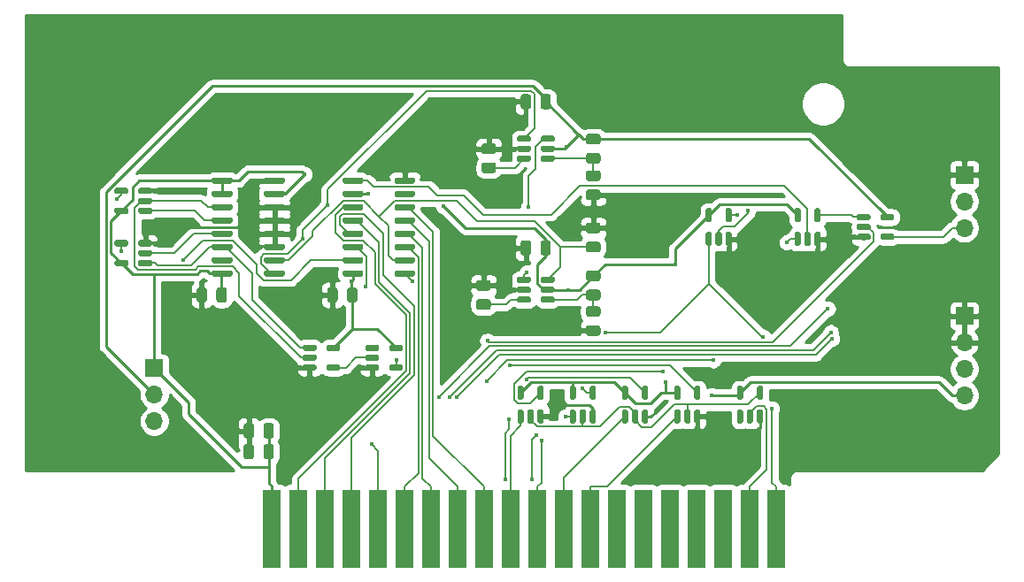
<source format=gbr>
G04 #@! TF.GenerationSoftware,KiCad,Pcbnew,(5.1.8)-1*
G04 #@! TF.CreationDate,2021-02-24T11:35:28+01:00*
G04 #@! TF.ProjectId,UART_peripheral_card_A,55415254-5f70-4657-9269-70686572616c,A V1.0*
G04 #@! TF.SameCoordinates,PX4fa1be0PY3fe56c0*
G04 #@! TF.FileFunction,Copper,L1,Top*
G04 #@! TF.FilePolarity,Positive*
%FSLAX46Y46*%
G04 Gerber Fmt 4.6, Leading zero omitted, Abs format (unit mm)*
G04 Created by KiCad (PCBNEW (5.1.8)-1) date 2021-02-24 11:35:28*
%MOMM*%
%LPD*%
G01*
G04 APERTURE LIST*
G04 #@! TA.AperFunction,SMDPad,CuDef*
%ADD10R,1.700000X7.500000*%
G04 #@! TD*
G04 #@! TA.AperFunction,ComponentPad*
%ADD11R,1.700000X1.700000*%
G04 #@! TD*
G04 #@! TA.AperFunction,ComponentPad*
%ADD12O,1.700000X1.700000*%
G04 #@! TD*
G04 #@! TA.AperFunction,ViaPad*
%ADD13C,0.450000*%
G04 #@! TD*
G04 #@! TA.AperFunction,Conductor*
%ADD14C,0.250000*%
G04 #@! TD*
G04 #@! TA.AperFunction,Conductor*
%ADD15C,0.200000*%
G04 #@! TD*
G04 #@! TA.AperFunction,Conductor*
%ADD16C,0.254000*%
G04 #@! TD*
G04 #@! TA.AperFunction,Conductor*
%ADD17C,0.100000*%
G04 #@! TD*
G04 APERTURE END LIST*
D10*
X72500000Y-49900000D03*
X69960000Y-49900000D03*
X67420000Y-49900000D03*
X64880000Y-49900000D03*
X62340000Y-49900000D03*
X59800000Y-49900000D03*
X57260000Y-49900000D03*
X54720000Y-49900000D03*
X52180000Y-49900000D03*
X49640000Y-49900000D03*
X47100000Y-49900000D03*
X44560000Y-49900000D03*
X42020000Y-49900000D03*
X39480000Y-49900000D03*
X36940000Y-49900000D03*
X34400000Y-49900000D03*
X24240000Y-49900000D03*
X26780000Y-49900000D03*
X29320000Y-49900000D03*
X31860000Y-49900000D03*
G04 #@! TA.AperFunction,SMDPad,CuDef*
G36*
G01*
X24450000Y-42025000D02*
X24450000Y-42975000D01*
G75*
G02*
X24200000Y-43225000I-250000J0D01*
G01*
X23700000Y-43225000D01*
G75*
G02*
X23450000Y-42975000I0J250000D01*
G01*
X23450000Y-42025000D01*
G75*
G02*
X23700000Y-41775000I250000J0D01*
G01*
X24200000Y-41775000D01*
G75*
G02*
X24450000Y-42025000I0J-250000D01*
G01*
G37*
G04 #@! TD.AperFunction*
G04 #@! TA.AperFunction,SMDPad,CuDef*
G36*
G01*
X22550000Y-42025000D02*
X22550000Y-42975000D01*
G75*
G02*
X22300000Y-43225000I-250000J0D01*
G01*
X21800000Y-43225000D01*
G75*
G02*
X21550000Y-42975000I0J250000D01*
G01*
X21550000Y-42025000D01*
G75*
G02*
X21800000Y-41775000I250000J0D01*
G01*
X22300000Y-41775000D01*
G75*
G02*
X22550000Y-42025000I0J-250000D01*
G01*
G37*
G04 #@! TD.AperFunction*
G04 #@! TA.AperFunction,SMDPad,CuDef*
G36*
G01*
X22550000Y-40025000D02*
X22550000Y-40975000D01*
G75*
G02*
X22300000Y-41225000I-250000J0D01*
G01*
X21800000Y-41225000D01*
G75*
G02*
X21550000Y-40975000I0J250000D01*
G01*
X21550000Y-40025000D01*
G75*
G02*
X21800000Y-39775000I250000J0D01*
G01*
X22300000Y-39775000D01*
G75*
G02*
X22550000Y-40025000I0J-250000D01*
G01*
G37*
G04 #@! TD.AperFunction*
G04 #@! TA.AperFunction,SMDPad,CuDef*
G36*
G01*
X24450000Y-40025000D02*
X24450000Y-40975000D01*
G75*
G02*
X24200000Y-41225000I-250000J0D01*
G01*
X23700000Y-41225000D01*
G75*
G02*
X23450000Y-40975000I0J250000D01*
G01*
X23450000Y-40025000D01*
G75*
G02*
X23700000Y-39775000I250000J0D01*
G01*
X24200000Y-39775000D01*
G75*
G02*
X24450000Y-40025000I0J-250000D01*
G01*
G37*
G04 #@! TD.AperFunction*
G04 #@! TA.AperFunction,SMDPad,CuDef*
G36*
G01*
X49050000Y-22525000D02*
X49050000Y-23475000D01*
G75*
G02*
X48800000Y-23725000I-250000J0D01*
G01*
X48300000Y-23725000D01*
G75*
G02*
X48050000Y-23475000I0J250000D01*
G01*
X48050000Y-22525000D01*
G75*
G02*
X48300000Y-22275000I250000J0D01*
G01*
X48800000Y-22275000D01*
G75*
G02*
X49050000Y-22525000I0J-250000D01*
G01*
G37*
G04 #@! TD.AperFunction*
G04 #@! TA.AperFunction,SMDPad,CuDef*
G36*
G01*
X50950000Y-22525000D02*
X50950000Y-23475000D01*
G75*
G02*
X50700000Y-23725000I-250000J0D01*
G01*
X50200000Y-23725000D01*
G75*
G02*
X49950000Y-23475000I0J250000D01*
G01*
X49950000Y-22525000D01*
G75*
G02*
X50200000Y-22275000I250000J0D01*
G01*
X50700000Y-22275000D01*
G75*
G02*
X50950000Y-22525000I0J-250000D01*
G01*
G37*
G04 #@! TD.AperFunction*
G04 #@! TA.AperFunction,SMDPad,CuDef*
G36*
G01*
X17050000Y-27975000D02*
X17050000Y-27025000D01*
G75*
G02*
X17300000Y-26775000I250000J0D01*
G01*
X17800000Y-26775000D01*
G75*
G02*
X18050000Y-27025000I0J-250000D01*
G01*
X18050000Y-27975000D01*
G75*
G02*
X17800000Y-28225000I-250000J0D01*
G01*
X17300000Y-28225000D01*
G75*
G02*
X17050000Y-27975000I0J250000D01*
G01*
G37*
G04 #@! TD.AperFunction*
G04 #@! TA.AperFunction,SMDPad,CuDef*
G36*
G01*
X18950000Y-27975000D02*
X18950000Y-27025000D01*
G75*
G02*
X19200000Y-26775000I250000J0D01*
G01*
X19700000Y-26775000D01*
G75*
G02*
X19950000Y-27025000I0J-250000D01*
G01*
X19950000Y-27975000D01*
G75*
G02*
X19700000Y-28225000I-250000J0D01*
G01*
X19200000Y-28225000D01*
G75*
G02*
X18950000Y-27975000I0J250000D01*
G01*
G37*
G04 #@! TD.AperFunction*
G04 #@! TA.AperFunction,SMDPad,CuDef*
G36*
G01*
X50950000Y-8525000D02*
X50950000Y-9475000D01*
G75*
G02*
X50700000Y-9725000I-250000J0D01*
G01*
X50200000Y-9725000D01*
G75*
G02*
X49950000Y-9475000I0J250000D01*
G01*
X49950000Y-8525000D01*
G75*
G02*
X50200000Y-8275000I250000J0D01*
G01*
X50700000Y-8275000D01*
G75*
G02*
X50950000Y-8525000I0J-250000D01*
G01*
G37*
G04 #@! TD.AperFunction*
G04 #@! TA.AperFunction,SMDPad,CuDef*
G36*
G01*
X49050000Y-8525000D02*
X49050000Y-9475000D01*
G75*
G02*
X48800000Y-9725000I-250000J0D01*
G01*
X48300000Y-9725000D01*
G75*
G02*
X48050000Y-9475000I0J250000D01*
G01*
X48050000Y-8525000D01*
G75*
G02*
X48300000Y-8275000I250000J0D01*
G01*
X48800000Y-8275000D01*
G75*
G02*
X49050000Y-8525000I0J-250000D01*
G01*
G37*
G04 #@! TD.AperFunction*
G04 #@! TA.AperFunction,SMDPad,CuDef*
G36*
G01*
X31450000Y-27975000D02*
X31450000Y-27025000D01*
G75*
G02*
X31700000Y-26775000I250000J0D01*
G01*
X32200000Y-26775000D01*
G75*
G02*
X32450000Y-27025000I0J-250000D01*
G01*
X32450000Y-27975000D01*
G75*
G02*
X32200000Y-28225000I-250000J0D01*
G01*
X31700000Y-28225000D01*
G75*
G02*
X31450000Y-27975000I0J250000D01*
G01*
G37*
G04 #@! TD.AperFunction*
G04 #@! TA.AperFunction,SMDPad,CuDef*
G36*
G01*
X29550000Y-27975000D02*
X29550000Y-27025000D01*
G75*
G02*
X29800000Y-26775000I250000J0D01*
G01*
X30300000Y-26775000D01*
G75*
G02*
X30550000Y-27025000I0J-250000D01*
G01*
X30550000Y-27975000D01*
G75*
G02*
X30300000Y-28225000I-250000J0D01*
G01*
X29800000Y-28225000D01*
G75*
G02*
X29550000Y-27975000I0J250000D01*
G01*
G37*
G04 #@! TD.AperFunction*
D11*
X90500000Y-29500000D03*
D12*
X90500000Y-32040000D03*
X90500000Y-34580000D03*
X90500000Y-37120000D03*
D11*
X90500000Y-16000000D03*
D12*
X90500000Y-18540000D03*
X90500000Y-21080000D03*
D11*
X13000000Y-34500000D03*
D12*
X13000000Y-37040000D03*
X13000000Y-39580000D03*
G04 #@! TA.AperFunction,SMDPad,CuDef*
G36*
G01*
X54549999Y-26987500D02*
X55450001Y-26987500D01*
G75*
G02*
X55700000Y-27237499I0J-249999D01*
G01*
X55700000Y-27762501D01*
G75*
G02*
X55450001Y-28012500I-249999J0D01*
G01*
X54549999Y-28012500D01*
G75*
G02*
X54300000Y-27762501I0J249999D01*
G01*
X54300000Y-27237499D01*
G75*
G02*
X54549999Y-26987500I249999J0D01*
G01*
G37*
G04 #@! TD.AperFunction*
G04 #@! TA.AperFunction,SMDPad,CuDef*
G36*
G01*
X54549999Y-25162500D02*
X55450001Y-25162500D01*
G75*
G02*
X55700000Y-25412499I0J-249999D01*
G01*
X55700000Y-25937501D01*
G75*
G02*
X55450001Y-26187500I-249999J0D01*
G01*
X54549999Y-26187500D01*
G75*
G02*
X54300000Y-25937501I0J249999D01*
G01*
X54300000Y-25412499D01*
G75*
G02*
X54549999Y-25162500I249999J0D01*
G01*
G37*
G04 #@! TD.AperFunction*
G04 #@! TA.AperFunction,SMDPad,CuDef*
G36*
G01*
X54549999Y-28575000D02*
X55450001Y-28575000D01*
G75*
G02*
X55700000Y-28824999I0J-249999D01*
G01*
X55700000Y-29350001D01*
G75*
G02*
X55450001Y-29600000I-249999J0D01*
G01*
X54549999Y-29600000D01*
G75*
G02*
X54300000Y-29350001I0J249999D01*
G01*
X54300000Y-28824999D01*
G75*
G02*
X54549999Y-28575000I249999J0D01*
G01*
G37*
G04 #@! TD.AperFunction*
G04 #@! TA.AperFunction,SMDPad,CuDef*
G36*
G01*
X54549999Y-30400000D02*
X55450001Y-30400000D01*
G75*
G02*
X55700000Y-30649999I0J-249999D01*
G01*
X55700000Y-31175001D01*
G75*
G02*
X55450001Y-31425000I-249999J0D01*
G01*
X54549999Y-31425000D01*
G75*
G02*
X54300000Y-31175001I0J249999D01*
G01*
X54300000Y-30649999D01*
G75*
G02*
X54549999Y-30400000I249999J0D01*
G01*
G37*
G04 #@! TD.AperFunction*
G04 #@! TA.AperFunction,SMDPad,CuDef*
G36*
G01*
X44950001Y-27100000D02*
X44049999Y-27100000D01*
G75*
G02*
X43800000Y-26850001I0J249999D01*
G01*
X43800000Y-26324999D01*
G75*
G02*
X44049999Y-26075000I249999J0D01*
G01*
X44950001Y-26075000D01*
G75*
G02*
X45200000Y-26324999I0J-249999D01*
G01*
X45200000Y-26850001D01*
G75*
G02*
X44950001Y-27100000I-249999J0D01*
G01*
G37*
G04 #@! TD.AperFunction*
G04 #@! TA.AperFunction,SMDPad,CuDef*
G36*
G01*
X44950001Y-28925000D02*
X44049999Y-28925000D01*
G75*
G02*
X43800000Y-28675001I0J249999D01*
G01*
X43800000Y-28149999D01*
G75*
G02*
X44049999Y-27900000I249999J0D01*
G01*
X44950001Y-27900000D01*
G75*
G02*
X45200000Y-28149999I0J-249999D01*
G01*
X45200000Y-28675001D01*
G75*
G02*
X44950001Y-28925000I-249999J0D01*
G01*
G37*
G04 #@! TD.AperFunction*
G04 #@! TA.AperFunction,SMDPad,CuDef*
G36*
G01*
X54549999Y-13900000D02*
X55450001Y-13900000D01*
G75*
G02*
X55700000Y-14149999I0J-249999D01*
G01*
X55700000Y-14675001D01*
G75*
G02*
X55450001Y-14925000I-249999J0D01*
G01*
X54549999Y-14925000D01*
G75*
G02*
X54300000Y-14675001I0J249999D01*
G01*
X54300000Y-14149999D01*
G75*
G02*
X54549999Y-13900000I249999J0D01*
G01*
G37*
G04 #@! TD.AperFunction*
G04 #@! TA.AperFunction,SMDPad,CuDef*
G36*
G01*
X54549999Y-12075000D02*
X55450001Y-12075000D01*
G75*
G02*
X55700000Y-12324999I0J-249999D01*
G01*
X55700000Y-12850001D01*
G75*
G02*
X55450001Y-13100000I-249999J0D01*
G01*
X54549999Y-13100000D01*
G75*
G02*
X54300000Y-12850001I0J249999D01*
G01*
X54300000Y-12324999D01*
G75*
G02*
X54549999Y-12075000I249999J0D01*
G01*
G37*
G04 #@! TD.AperFunction*
G04 #@! TA.AperFunction,SMDPad,CuDef*
G36*
G01*
X54549999Y-17400000D02*
X55450001Y-17400000D01*
G75*
G02*
X55700000Y-17649999I0J-249999D01*
G01*
X55700000Y-18175001D01*
G75*
G02*
X55450001Y-18425000I-249999J0D01*
G01*
X54549999Y-18425000D01*
G75*
G02*
X54300000Y-18175001I0J249999D01*
G01*
X54300000Y-17649999D01*
G75*
G02*
X54549999Y-17400000I249999J0D01*
G01*
G37*
G04 #@! TD.AperFunction*
G04 #@! TA.AperFunction,SMDPad,CuDef*
G36*
G01*
X54549999Y-15575000D02*
X55450001Y-15575000D01*
G75*
G02*
X55700000Y-15824999I0J-249999D01*
G01*
X55700000Y-16350001D01*
G75*
G02*
X55450001Y-16600000I-249999J0D01*
G01*
X54549999Y-16600000D01*
G75*
G02*
X54300000Y-16350001I0J249999D01*
G01*
X54300000Y-15824999D01*
G75*
G02*
X54549999Y-15575000I249999J0D01*
G01*
G37*
G04 #@! TD.AperFunction*
G04 #@! TA.AperFunction,SMDPad,CuDef*
G36*
G01*
X45450001Y-15837500D02*
X44549999Y-15837500D01*
G75*
G02*
X44300000Y-15587501I0J249999D01*
G01*
X44300000Y-15062499D01*
G75*
G02*
X44549999Y-14812500I249999J0D01*
G01*
X45450001Y-14812500D01*
G75*
G02*
X45700000Y-15062499I0J-249999D01*
G01*
X45700000Y-15587501D01*
G75*
G02*
X45450001Y-15837500I-249999J0D01*
G01*
G37*
G04 #@! TD.AperFunction*
G04 #@! TA.AperFunction,SMDPad,CuDef*
G36*
G01*
X45450001Y-14012500D02*
X44549999Y-14012500D01*
G75*
G02*
X44300000Y-13762501I0J249999D01*
G01*
X44300000Y-13237499D01*
G75*
G02*
X44549999Y-12987500I249999J0D01*
G01*
X45450001Y-12987500D01*
G75*
G02*
X45700000Y-13237499I0J-249999D01*
G01*
X45700000Y-13762501D01*
G75*
G02*
X45450001Y-14012500I-249999J0D01*
G01*
G37*
G04 #@! TD.AperFunction*
G04 #@! TA.AperFunction,SMDPad,CuDef*
G36*
G01*
X55450001Y-21600000D02*
X54549999Y-21600000D01*
G75*
G02*
X54300000Y-21350001I0J249999D01*
G01*
X54300000Y-20824999D01*
G75*
G02*
X54549999Y-20575000I249999J0D01*
G01*
X55450001Y-20575000D01*
G75*
G02*
X55700000Y-20824999I0J-249999D01*
G01*
X55700000Y-21350001D01*
G75*
G02*
X55450001Y-21600000I-249999J0D01*
G01*
G37*
G04 #@! TD.AperFunction*
G04 #@! TA.AperFunction,SMDPad,CuDef*
G36*
G01*
X55450001Y-23425000D02*
X54549999Y-23425000D01*
G75*
G02*
X54300000Y-23175001I0J249999D01*
G01*
X54300000Y-22649999D01*
G75*
G02*
X54549999Y-22400000I249999J0D01*
G01*
X55450001Y-22400000D01*
G75*
G02*
X55700000Y-22649999I0J-249999D01*
G01*
X55700000Y-23175001D01*
G75*
G02*
X55450001Y-23425000I-249999J0D01*
G01*
G37*
G04 #@! TD.AperFunction*
G04 #@! TA.AperFunction,SMDPad,CuDef*
G36*
G01*
X48200000Y-37525000D02*
X47900000Y-37525000D01*
G75*
G02*
X47750000Y-37375000I0J150000D01*
G01*
X47750000Y-36350000D01*
G75*
G02*
X47900000Y-36200000I150000J0D01*
G01*
X48200000Y-36200000D01*
G75*
G02*
X48350000Y-36350000I0J-150000D01*
G01*
X48350000Y-37375000D01*
G75*
G02*
X48200000Y-37525000I-150000J0D01*
G01*
G37*
G04 #@! TD.AperFunction*
G04 #@! TA.AperFunction,SMDPad,CuDef*
G36*
G01*
X50100000Y-37525000D02*
X49800000Y-37525000D01*
G75*
G02*
X49650000Y-37375000I0J150000D01*
G01*
X49650000Y-36350000D01*
G75*
G02*
X49800000Y-36200000I150000J0D01*
G01*
X50100000Y-36200000D01*
G75*
G02*
X50250000Y-36350000I0J-150000D01*
G01*
X50250000Y-37375000D01*
G75*
G02*
X50100000Y-37525000I-150000J0D01*
G01*
G37*
G04 #@! TD.AperFunction*
G04 #@! TA.AperFunction,SMDPad,CuDef*
G36*
G01*
X50100000Y-39800000D02*
X49800000Y-39800000D01*
G75*
G02*
X49650000Y-39650000I0J150000D01*
G01*
X49650000Y-38625000D01*
G75*
G02*
X49800000Y-38475000I150000J0D01*
G01*
X50100000Y-38475000D01*
G75*
G02*
X50250000Y-38625000I0J-150000D01*
G01*
X50250000Y-39650000D01*
G75*
G02*
X50100000Y-39800000I-150000J0D01*
G01*
G37*
G04 #@! TD.AperFunction*
G04 #@! TA.AperFunction,SMDPad,CuDef*
G36*
G01*
X49150000Y-39800000D02*
X48850000Y-39800000D01*
G75*
G02*
X48700000Y-39650000I0J150000D01*
G01*
X48700000Y-38625000D01*
G75*
G02*
X48850000Y-38475000I150000J0D01*
G01*
X49150000Y-38475000D01*
G75*
G02*
X49300000Y-38625000I0J-150000D01*
G01*
X49300000Y-39650000D01*
G75*
G02*
X49150000Y-39800000I-150000J0D01*
G01*
G37*
G04 #@! TD.AperFunction*
G04 #@! TA.AperFunction,SMDPad,CuDef*
G36*
G01*
X48200000Y-39800000D02*
X47900000Y-39800000D01*
G75*
G02*
X47750000Y-39650000I0J150000D01*
G01*
X47750000Y-38625000D01*
G75*
G02*
X47900000Y-38475000I150000J0D01*
G01*
X48200000Y-38475000D01*
G75*
G02*
X48350000Y-38625000I0J-150000D01*
G01*
X48350000Y-39650000D01*
G75*
G02*
X48200000Y-39800000I-150000J0D01*
G01*
G37*
G04 #@! TD.AperFunction*
G04 #@! TA.AperFunction,SMDPad,CuDef*
G36*
G01*
X53200000Y-39800000D02*
X52900000Y-39800000D01*
G75*
G02*
X52750000Y-39650000I0J150000D01*
G01*
X52750000Y-38625000D01*
G75*
G02*
X52900000Y-38475000I150000J0D01*
G01*
X53200000Y-38475000D01*
G75*
G02*
X53350000Y-38625000I0J-150000D01*
G01*
X53350000Y-39650000D01*
G75*
G02*
X53200000Y-39800000I-150000J0D01*
G01*
G37*
G04 #@! TD.AperFunction*
G04 #@! TA.AperFunction,SMDPad,CuDef*
G36*
G01*
X54150000Y-39800000D02*
X53850000Y-39800000D01*
G75*
G02*
X53700000Y-39650000I0J150000D01*
G01*
X53700000Y-38625000D01*
G75*
G02*
X53850000Y-38475000I150000J0D01*
G01*
X54150000Y-38475000D01*
G75*
G02*
X54300000Y-38625000I0J-150000D01*
G01*
X54300000Y-39650000D01*
G75*
G02*
X54150000Y-39800000I-150000J0D01*
G01*
G37*
G04 #@! TD.AperFunction*
G04 #@! TA.AperFunction,SMDPad,CuDef*
G36*
G01*
X55100000Y-39800000D02*
X54800000Y-39800000D01*
G75*
G02*
X54650000Y-39650000I0J150000D01*
G01*
X54650000Y-38625000D01*
G75*
G02*
X54800000Y-38475000I150000J0D01*
G01*
X55100000Y-38475000D01*
G75*
G02*
X55250000Y-38625000I0J-150000D01*
G01*
X55250000Y-39650000D01*
G75*
G02*
X55100000Y-39800000I-150000J0D01*
G01*
G37*
G04 #@! TD.AperFunction*
G04 #@! TA.AperFunction,SMDPad,CuDef*
G36*
G01*
X55100000Y-37525000D02*
X54800000Y-37525000D01*
G75*
G02*
X54650000Y-37375000I0J150000D01*
G01*
X54650000Y-36350000D01*
G75*
G02*
X54800000Y-36200000I150000J0D01*
G01*
X55100000Y-36200000D01*
G75*
G02*
X55250000Y-36350000I0J-150000D01*
G01*
X55250000Y-37375000D01*
G75*
G02*
X55100000Y-37525000I-150000J0D01*
G01*
G37*
G04 #@! TD.AperFunction*
G04 #@! TA.AperFunction,SMDPad,CuDef*
G36*
G01*
X53200000Y-37525000D02*
X52900000Y-37525000D01*
G75*
G02*
X52750000Y-37375000I0J150000D01*
G01*
X52750000Y-36350000D01*
G75*
G02*
X52900000Y-36200000I150000J0D01*
G01*
X53200000Y-36200000D01*
G75*
G02*
X53350000Y-36350000I0J-150000D01*
G01*
X53350000Y-37375000D01*
G75*
G02*
X53200000Y-37525000I-150000J0D01*
G01*
G37*
G04 #@! TD.AperFunction*
G04 #@! TA.AperFunction,SMDPad,CuDef*
G36*
G01*
X69200000Y-39800000D02*
X68900000Y-39800000D01*
G75*
G02*
X68750000Y-39650000I0J150000D01*
G01*
X68750000Y-38625000D01*
G75*
G02*
X68900000Y-38475000I150000J0D01*
G01*
X69200000Y-38475000D01*
G75*
G02*
X69350000Y-38625000I0J-150000D01*
G01*
X69350000Y-39650000D01*
G75*
G02*
X69200000Y-39800000I-150000J0D01*
G01*
G37*
G04 #@! TD.AperFunction*
G04 #@! TA.AperFunction,SMDPad,CuDef*
G36*
G01*
X70150000Y-39800000D02*
X69850000Y-39800000D01*
G75*
G02*
X69700000Y-39650000I0J150000D01*
G01*
X69700000Y-38625000D01*
G75*
G02*
X69850000Y-38475000I150000J0D01*
G01*
X70150000Y-38475000D01*
G75*
G02*
X70300000Y-38625000I0J-150000D01*
G01*
X70300000Y-39650000D01*
G75*
G02*
X70150000Y-39800000I-150000J0D01*
G01*
G37*
G04 #@! TD.AperFunction*
G04 #@! TA.AperFunction,SMDPad,CuDef*
G36*
G01*
X71100000Y-39800000D02*
X70800000Y-39800000D01*
G75*
G02*
X70650000Y-39650000I0J150000D01*
G01*
X70650000Y-38625000D01*
G75*
G02*
X70800000Y-38475000I150000J0D01*
G01*
X71100000Y-38475000D01*
G75*
G02*
X71250000Y-38625000I0J-150000D01*
G01*
X71250000Y-39650000D01*
G75*
G02*
X71100000Y-39800000I-150000J0D01*
G01*
G37*
G04 #@! TD.AperFunction*
G04 #@! TA.AperFunction,SMDPad,CuDef*
G36*
G01*
X71100000Y-37525000D02*
X70800000Y-37525000D01*
G75*
G02*
X70650000Y-37375000I0J150000D01*
G01*
X70650000Y-36350000D01*
G75*
G02*
X70800000Y-36200000I150000J0D01*
G01*
X71100000Y-36200000D01*
G75*
G02*
X71250000Y-36350000I0J-150000D01*
G01*
X71250000Y-37375000D01*
G75*
G02*
X71100000Y-37525000I-150000J0D01*
G01*
G37*
G04 #@! TD.AperFunction*
G04 #@! TA.AperFunction,SMDPad,CuDef*
G36*
G01*
X69200000Y-37525000D02*
X68900000Y-37525000D01*
G75*
G02*
X68750000Y-37375000I0J150000D01*
G01*
X68750000Y-36350000D01*
G75*
G02*
X68900000Y-36200000I150000J0D01*
G01*
X69200000Y-36200000D01*
G75*
G02*
X69350000Y-36350000I0J-150000D01*
G01*
X69350000Y-37375000D01*
G75*
G02*
X69200000Y-37525000I-150000J0D01*
G01*
G37*
G04 #@! TD.AperFunction*
G04 #@! TA.AperFunction,SMDPad,CuDef*
G36*
G01*
X63200000Y-39800000D02*
X62900000Y-39800000D01*
G75*
G02*
X62750000Y-39650000I0J150000D01*
G01*
X62750000Y-38625000D01*
G75*
G02*
X62900000Y-38475000I150000J0D01*
G01*
X63200000Y-38475000D01*
G75*
G02*
X63350000Y-38625000I0J-150000D01*
G01*
X63350000Y-39650000D01*
G75*
G02*
X63200000Y-39800000I-150000J0D01*
G01*
G37*
G04 #@! TD.AperFunction*
G04 #@! TA.AperFunction,SMDPad,CuDef*
G36*
G01*
X64150000Y-39800000D02*
X63850000Y-39800000D01*
G75*
G02*
X63700000Y-39650000I0J150000D01*
G01*
X63700000Y-38625000D01*
G75*
G02*
X63850000Y-38475000I150000J0D01*
G01*
X64150000Y-38475000D01*
G75*
G02*
X64300000Y-38625000I0J-150000D01*
G01*
X64300000Y-39650000D01*
G75*
G02*
X64150000Y-39800000I-150000J0D01*
G01*
G37*
G04 #@! TD.AperFunction*
G04 #@! TA.AperFunction,SMDPad,CuDef*
G36*
G01*
X65100000Y-39800000D02*
X64800000Y-39800000D01*
G75*
G02*
X64650000Y-39650000I0J150000D01*
G01*
X64650000Y-38625000D01*
G75*
G02*
X64800000Y-38475000I150000J0D01*
G01*
X65100000Y-38475000D01*
G75*
G02*
X65250000Y-38625000I0J-150000D01*
G01*
X65250000Y-39650000D01*
G75*
G02*
X65100000Y-39800000I-150000J0D01*
G01*
G37*
G04 #@! TD.AperFunction*
G04 #@! TA.AperFunction,SMDPad,CuDef*
G36*
G01*
X65100000Y-37525000D02*
X64800000Y-37525000D01*
G75*
G02*
X64650000Y-37375000I0J150000D01*
G01*
X64650000Y-36350000D01*
G75*
G02*
X64800000Y-36200000I150000J0D01*
G01*
X65100000Y-36200000D01*
G75*
G02*
X65250000Y-36350000I0J-150000D01*
G01*
X65250000Y-37375000D01*
G75*
G02*
X65100000Y-37525000I-150000J0D01*
G01*
G37*
G04 #@! TD.AperFunction*
G04 #@! TA.AperFunction,SMDPad,CuDef*
G36*
G01*
X63200000Y-37525000D02*
X62900000Y-37525000D01*
G75*
G02*
X62750000Y-37375000I0J150000D01*
G01*
X62750000Y-36350000D01*
G75*
G02*
X62900000Y-36200000I150000J0D01*
G01*
X63200000Y-36200000D01*
G75*
G02*
X63350000Y-36350000I0J-150000D01*
G01*
X63350000Y-37375000D01*
G75*
G02*
X63200000Y-37525000I-150000J0D01*
G01*
G37*
G04 #@! TD.AperFunction*
G04 #@! TA.AperFunction,SMDPad,CuDef*
G36*
G01*
X58200000Y-37525000D02*
X57900000Y-37525000D01*
G75*
G02*
X57750000Y-37375000I0J150000D01*
G01*
X57750000Y-36350000D01*
G75*
G02*
X57900000Y-36200000I150000J0D01*
G01*
X58200000Y-36200000D01*
G75*
G02*
X58350000Y-36350000I0J-150000D01*
G01*
X58350000Y-37375000D01*
G75*
G02*
X58200000Y-37525000I-150000J0D01*
G01*
G37*
G04 #@! TD.AperFunction*
G04 #@! TA.AperFunction,SMDPad,CuDef*
G36*
G01*
X60100000Y-37525000D02*
X59800000Y-37525000D01*
G75*
G02*
X59650000Y-37375000I0J150000D01*
G01*
X59650000Y-36350000D01*
G75*
G02*
X59800000Y-36200000I150000J0D01*
G01*
X60100000Y-36200000D01*
G75*
G02*
X60250000Y-36350000I0J-150000D01*
G01*
X60250000Y-37375000D01*
G75*
G02*
X60100000Y-37525000I-150000J0D01*
G01*
G37*
G04 #@! TD.AperFunction*
G04 #@! TA.AperFunction,SMDPad,CuDef*
G36*
G01*
X60100000Y-39800000D02*
X59800000Y-39800000D01*
G75*
G02*
X59650000Y-39650000I0J150000D01*
G01*
X59650000Y-38625000D01*
G75*
G02*
X59800000Y-38475000I150000J0D01*
G01*
X60100000Y-38475000D01*
G75*
G02*
X60250000Y-38625000I0J-150000D01*
G01*
X60250000Y-39650000D01*
G75*
G02*
X60100000Y-39800000I-150000J0D01*
G01*
G37*
G04 #@! TD.AperFunction*
G04 #@! TA.AperFunction,SMDPad,CuDef*
G36*
G01*
X59150000Y-39800000D02*
X58850000Y-39800000D01*
G75*
G02*
X58700000Y-39650000I0J150000D01*
G01*
X58700000Y-38625000D01*
G75*
G02*
X58850000Y-38475000I150000J0D01*
G01*
X59150000Y-38475000D01*
G75*
G02*
X59300000Y-38625000I0J-150000D01*
G01*
X59300000Y-39650000D01*
G75*
G02*
X59150000Y-39800000I-150000J0D01*
G01*
G37*
G04 #@! TD.AperFunction*
G04 #@! TA.AperFunction,SMDPad,CuDef*
G36*
G01*
X58200000Y-39800000D02*
X57900000Y-39800000D01*
G75*
G02*
X57750000Y-39650000I0J150000D01*
G01*
X57750000Y-38625000D01*
G75*
G02*
X57900000Y-38475000I150000J0D01*
G01*
X58200000Y-38475000D01*
G75*
G02*
X58350000Y-38625000I0J-150000D01*
G01*
X58350000Y-39650000D01*
G75*
G02*
X58200000Y-39800000I-150000J0D01*
G01*
G37*
G04 #@! TD.AperFunction*
G04 #@! TA.AperFunction,SMDPad,CuDef*
G36*
G01*
X66200000Y-22800000D02*
X65900000Y-22800000D01*
G75*
G02*
X65750000Y-22650000I0J150000D01*
G01*
X65750000Y-21625000D01*
G75*
G02*
X65900000Y-21475000I150000J0D01*
G01*
X66200000Y-21475000D01*
G75*
G02*
X66350000Y-21625000I0J-150000D01*
G01*
X66350000Y-22650000D01*
G75*
G02*
X66200000Y-22800000I-150000J0D01*
G01*
G37*
G04 #@! TD.AperFunction*
G04 #@! TA.AperFunction,SMDPad,CuDef*
G36*
G01*
X67150000Y-22800000D02*
X66850000Y-22800000D01*
G75*
G02*
X66700000Y-22650000I0J150000D01*
G01*
X66700000Y-21625000D01*
G75*
G02*
X66850000Y-21475000I150000J0D01*
G01*
X67150000Y-21475000D01*
G75*
G02*
X67300000Y-21625000I0J-150000D01*
G01*
X67300000Y-22650000D01*
G75*
G02*
X67150000Y-22800000I-150000J0D01*
G01*
G37*
G04 #@! TD.AperFunction*
G04 #@! TA.AperFunction,SMDPad,CuDef*
G36*
G01*
X68100000Y-22800000D02*
X67800000Y-22800000D01*
G75*
G02*
X67650000Y-22650000I0J150000D01*
G01*
X67650000Y-21625000D01*
G75*
G02*
X67800000Y-21475000I150000J0D01*
G01*
X68100000Y-21475000D01*
G75*
G02*
X68250000Y-21625000I0J-150000D01*
G01*
X68250000Y-22650000D01*
G75*
G02*
X68100000Y-22800000I-150000J0D01*
G01*
G37*
G04 #@! TD.AperFunction*
G04 #@! TA.AperFunction,SMDPad,CuDef*
G36*
G01*
X68100000Y-20525000D02*
X67800000Y-20525000D01*
G75*
G02*
X67650000Y-20375000I0J150000D01*
G01*
X67650000Y-19350000D01*
G75*
G02*
X67800000Y-19200000I150000J0D01*
G01*
X68100000Y-19200000D01*
G75*
G02*
X68250000Y-19350000I0J-150000D01*
G01*
X68250000Y-20375000D01*
G75*
G02*
X68100000Y-20525000I-150000J0D01*
G01*
G37*
G04 #@! TD.AperFunction*
G04 #@! TA.AperFunction,SMDPad,CuDef*
G36*
G01*
X66200000Y-20525000D02*
X65900000Y-20525000D01*
G75*
G02*
X65750000Y-20375000I0J150000D01*
G01*
X65750000Y-19350000D01*
G75*
G02*
X65900000Y-19200000I150000J0D01*
G01*
X66200000Y-19200000D01*
G75*
G02*
X66350000Y-19350000I0J-150000D01*
G01*
X66350000Y-20375000D01*
G75*
G02*
X66200000Y-20525000I-150000J0D01*
G01*
G37*
G04 #@! TD.AperFunction*
G04 #@! TA.AperFunction,SMDPad,CuDef*
G36*
G01*
X20500000Y-25295000D02*
X20500000Y-25595000D01*
G75*
G02*
X20350000Y-25745000I-150000J0D01*
G01*
X18650000Y-25745000D01*
G75*
G02*
X18500000Y-25595000I0J150000D01*
G01*
X18500000Y-25295000D01*
G75*
G02*
X18650000Y-25145000I150000J0D01*
G01*
X20350000Y-25145000D01*
G75*
G02*
X20500000Y-25295000I0J-150000D01*
G01*
G37*
G04 #@! TD.AperFunction*
G04 #@! TA.AperFunction,SMDPad,CuDef*
G36*
G01*
X20500000Y-24025000D02*
X20500000Y-24325000D01*
G75*
G02*
X20350000Y-24475000I-150000J0D01*
G01*
X18650000Y-24475000D01*
G75*
G02*
X18500000Y-24325000I0J150000D01*
G01*
X18500000Y-24025000D01*
G75*
G02*
X18650000Y-23875000I150000J0D01*
G01*
X20350000Y-23875000D01*
G75*
G02*
X20500000Y-24025000I0J-150000D01*
G01*
G37*
G04 #@! TD.AperFunction*
G04 #@! TA.AperFunction,SMDPad,CuDef*
G36*
G01*
X20500000Y-22755000D02*
X20500000Y-23055000D01*
G75*
G02*
X20350000Y-23205000I-150000J0D01*
G01*
X18650000Y-23205000D01*
G75*
G02*
X18500000Y-23055000I0J150000D01*
G01*
X18500000Y-22755000D01*
G75*
G02*
X18650000Y-22605000I150000J0D01*
G01*
X20350000Y-22605000D01*
G75*
G02*
X20500000Y-22755000I0J-150000D01*
G01*
G37*
G04 #@! TD.AperFunction*
G04 #@! TA.AperFunction,SMDPad,CuDef*
G36*
G01*
X20500000Y-21485000D02*
X20500000Y-21785000D01*
G75*
G02*
X20350000Y-21935000I-150000J0D01*
G01*
X18650000Y-21935000D01*
G75*
G02*
X18500000Y-21785000I0J150000D01*
G01*
X18500000Y-21485000D01*
G75*
G02*
X18650000Y-21335000I150000J0D01*
G01*
X20350000Y-21335000D01*
G75*
G02*
X20500000Y-21485000I0J-150000D01*
G01*
G37*
G04 #@! TD.AperFunction*
G04 #@! TA.AperFunction,SMDPad,CuDef*
G36*
G01*
X20500000Y-20215000D02*
X20500000Y-20515000D01*
G75*
G02*
X20350000Y-20665000I-150000J0D01*
G01*
X18650000Y-20665000D01*
G75*
G02*
X18500000Y-20515000I0J150000D01*
G01*
X18500000Y-20215000D01*
G75*
G02*
X18650000Y-20065000I150000J0D01*
G01*
X20350000Y-20065000D01*
G75*
G02*
X20500000Y-20215000I0J-150000D01*
G01*
G37*
G04 #@! TD.AperFunction*
G04 #@! TA.AperFunction,SMDPad,CuDef*
G36*
G01*
X20500000Y-18945000D02*
X20500000Y-19245000D01*
G75*
G02*
X20350000Y-19395000I-150000J0D01*
G01*
X18650000Y-19395000D01*
G75*
G02*
X18500000Y-19245000I0J150000D01*
G01*
X18500000Y-18945000D01*
G75*
G02*
X18650000Y-18795000I150000J0D01*
G01*
X20350000Y-18795000D01*
G75*
G02*
X20500000Y-18945000I0J-150000D01*
G01*
G37*
G04 #@! TD.AperFunction*
G04 #@! TA.AperFunction,SMDPad,CuDef*
G36*
G01*
X20500000Y-17675000D02*
X20500000Y-17975000D01*
G75*
G02*
X20350000Y-18125000I-150000J0D01*
G01*
X18650000Y-18125000D01*
G75*
G02*
X18500000Y-17975000I0J150000D01*
G01*
X18500000Y-17675000D01*
G75*
G02*
X18650000Y-17525000I150000J0D01*
G01*
X20350000Y-17525000D01*
G75*
G02*
X20500000Y-17675000I0J-150000D01*
G01*
G37*
G04 #@! TD.AperFunction*
G04 #@! TA.AperFunction,SMDPad,CuDef*
G36*
G01*
X20500000Y-16405000D02*
X20500000Y-16705000D01*
G75*
G02*
X20350000Y-16855000I-150000J0D01*
G01*
X18650000Y-16855000D01*
G75*
G02*
X18500000Y-16705000I0J150000D01*
G01*
X18500000Y-16405000D01*
G75*
G02*
X18650000Y-16255000I150000J0D01*
G01*
X20350000Y-16255000D01*
G75*
G02*
X20500000Y-16405000I0J-150000D01*
G01*
G37*
G04 #@! TD.AperFunction*
G04 #@! TA.AperFunction,SMDPad,CuDef*
G36*
G01*
X25500000Y-16405000D02*
X25500000Y-16705000D01*
G75*
G02*
X25350000Y-16855000I-150000J0D01*
G01*
X23650000Y-16855000D01*
G75*
G02*
X23500000Y-16705000I0J150000D01*
G01*
X23500000Y-16405000D01*
G75*
G02*
X23650000Y-16255000I150000J0D01*
G01*
X25350000Y-16255000D01*
G75*
G02*
X25500000Y-16405000I0J-150000D01*
G01*
G37*
G04 #@! TD.AperFunction*
G04 #@! TA.AperFunction,SMDPad,CuDef*
G36*
G01*
X25500000Y-17675000D02*
X25500000Y-17975000D01*
G75*
G02*
X25350000Y-18125000I-150000J0D01*
G01*
X23650000Y-18125000D01*
G75*
G02*
X23500000Y-17975000I0J150000D01*
G01*
X23500000Y-17675000D01*
G75*
G02*
X23650000Y-17525000I150000J0D01*
G01*
X25350000Y-17525000D01*
G75*
G02*
X25500000Y-17675000I0J-150000D01*
G01*
G37*
G04 #@! TD.AperFunction*
G04 #@! TA.AperFunction,SMDPad,CuDef*
G36*
G01*
X25500000Y-18945000D02*
X25500000Y-19245000D01*
G75*
G02*
X25350000Y-19395000I-150000J0D01*
G01*
X23650000Y-19395000D01*
G75*
G02*
X23500000Y-19245000I0J150000D01*
G01*
X23500000Y-18945000D01*
G75*
G02*
X23650000Y-18795000I150000J0D01*
G01*
X25350000Y-18795000D01*
G75*
G02*
X25500000Y-18945000I0J-150000D01*
G01*
G37*
G04 #@! TD.AperFunction*
G04 #@! TA.AperFunction,SMDPad,CuDef*
G36*
G01*
X25500000Y-20215000D02*
X25500000Y-20515000D01*
G75*
G02*
X25350000Y-20665000I-150000J0D01*
G01*
X23650000Y-20665000D01*
G75*
G02*
X23500000Y-20515000I0J150000D01*
G01*
X23500000Y-20215000D01*
G75*
G02*
X23650000Y-20065000I150000J0D01*
G01*
X25350000Y-20065000D01*
G75*
G02*
X25500000Y-20215000I0J-150000D01*
G01*
G37*
G04 #@! TD.AperFunction*
G04 #@! TA.AperFunction,SMDPad,CuDef*
G36*
G01*
X25500000Y-21485000D02*
X25500000Y-21785000D01*
G75*
G02*
X25350000Y-21935000I-150000J0D01*
G01*
X23650000Y-21935000D01*
G75*
G02*
X23500000Y-21785000I0J150000D01*
G01*
X23500000Y-21485000D01*
G75*
G02*
X23650000Y-21335000I150000J0D01*
G01*
X25350000Y-21335000D01*
G75*
G02*
X25500000Y-21485000I0J-150000D01*
G01*
G37*
G04 #@! TD.AperFunction*
G04 #@! TA.AperFunction,SMDPad,CuDef*
G36*
G01*
X25500000Y-22755000D02*
X25500000Y-23055000D01*
G75*
G02*
X25350000Y-23205000I-150000J0D01*
G01*
X23650000Y-23205000D01*
G75*
G02*
X23500000Y-23055000I0J150000D01*
G01*
X23500000Y-22755000D01*
G75*
G02*
X23650000Y-22605000I150000J0D01*
G01*
X25350000Y-22605000D01*
G75*
G02*
X25500000Y-22755000I0J-150000D01*
G01*
G37*
G04 #@! TD.AperFunction*
G04 #@! TA.AperFunction,SMDPad,CuDef*
G36*
G01*
X25500000Y-24025000D02*
X25500000Y-24325000D01*
G75*
G02*
X25350000Y-24475000I-150000J0D01*
G01*
X23650000Y-24475000D01*
G75*
G02*
X23500000Y-24325000I0J150000D01*
G01*
X23500000Y-24025000D01*
G75*
G02*
X23650000Y-23875000I150000J0D01*
G01*
X25350000Y-23875000D01*
G75*
G02*
X25500000Y-24025000I0J-150000D01*
G01*
G37*
G04 #@! TD.AperFunction*
G04 #@! TA.AperFunction,SMDPad,CuDef*
G36*
G01*
X25500000Y-25295000D02*
X25500000Y-25595000D01*
G75*
G02*
X25350000Y-25745000I-150000J0D01*
G01*
X23650000Y-25745000D01*
G75*
G02*
X23500000Y-25595000I0J150000D01*
G01*
X23500000Y-25295000D01*
G75*
G02*
X23650000Y-25145000I150000J0D01*
G01*
X25350000Y-25145000D01*
G75*
G02*
X25500000Y-25295000I0J-150000D01*
G01*
G37*
G04 #@! TD.AperFunction*
G04 #@! TA.AperFunction,SMDPad,CuDef*
G36*
G01*
X47700000Y-26200000D02*
X47700000Y-25900000D01*
G75*
G02*
X47850000Y-25750000I150000J0D01*
G01*
X48875000Y-25750000D01*
G75*
G02*
X49025000Y-25900000I0J-150000D01*
G01*
X49025000Y-26200000D01*
G75*
G02*
X48875000Y-26350000I-150000J0D01*
G01*
X47850000Y-26350000D01*
G75*
G02*
X47700000Y-26200000I0J150000D01*
G01*
G37*
G04 #@! TD.AperFunction*
G04 #@! TA.AperFunction,SMDPad,CuDef*
G36*
G01*
X47700000Y-27150000D02*
X47700000Y-26850000D01*
G75*
G02*
X47850000Y-26700000I150000J0D01*
G01*
X48875000Y-26700000D01*
G75*
G02*
X49025000Y-26850000I0J-150000D01*
G01*
X49025000Y-27150000D01*
G75*
G02*
X48875000Y-27300000I-150000J0D01*
G01*
X47850000Y-27300000D01*
G75*
G02*
X47700000Y-27150000I0J150000D01*
G01*
G37*
G04 #@! TD.AperFunction*
G04 #@! TA.AperFunction,SMDPad,CuDef*
G36*
G01*
X47700000Y-28100000D02*
X47700000Y-27800000D01*
G75*
G02*
X47850000Y-27650000I150000J0D01*
G01*
X48875000Y-27650000D01*
G75*
G02*
X49025000Y-27800000I0J-150000D01*
G01*
X49025000Y-28100000D01*
G75*
G02*
X48875000Y-28250000I-150000J0D01*
G01*
X47850000Y-28250000D01*
G75*
G02*
X47700000Y-28100000I0J150000D01*
G01*
G37*
G04 #@! TD.AperFunction*
G04 #@! TA.AperFunction,SMDPad,CuDef*
G36*
G01*
X49975000Y-28100000D02*
X49975000Y-27800000D01*
G75*
G02*
X50125000Y-27650000I150000J0D01*
G01*
X51150000Y-27650000D01*
G75*
G02*
X51300000Y-27800000I0J-150000D01*
G01*
X51300000Y-28100000D01*
G75*
G02*
X51150000Y-28250000I-150000J0D01*
G01*
X50125000Y-28250000D01*
G75*
G02*
X49975000Y-28100000I0J150000D01*
G01*
G37*
G04 #@! TD.AperFunction*
G04 #@! TA.AperFunction,SMDPad,CuDef*
G36*
G01*
X49975000Y-27150000D02*
X49975000Y-26850000D01*
G75*
G02*
X50125000Y-26700000I150000J0D01*
G01*
X51150000Y-26700000D01*
G75*
G02*
X51300000Y-26850000I0J-150000D01*
G01*
X51300000Y-27150000D01*
G75*
G02*
X51150000Y-27300000I-150000J0D01*
G01*
X50125000Y-27300000D01*
G75*
G02*
X49975000Y-27150000I0J150000D01*
G01*
G37*
G04 #@! TD.AperFunction*
G04 #@! TA.AperFunction,SMDPad,CuDef*
G36*
G01*
X49975000Y-26200000D02*
X49975000Y-25900000D01*
G75*
G02*
X50125000Y-25750000I150000J0D01*
G01*
X51150000Y-25750000D01*
G75*
G02*
X51300000Y-25900000I0J-150000D01*
G01*
X51300000Y-26200000D01*
G75*
G02*
X51150000Y-26350000I-150000J0D01*
G01*
X50125000Y-26350000D01*
G75*
G02*
X49975000Y-26200000I0J150000D01*
G01*
G37*
G04 #@! TD.AperFunction*
G04 #@! TA.AperFunction,SMDPad,CuDef*
G36*
G01*
X49975000Y-12700000D02*
X49975000Y-12400000D01*
G75*
G02*
X50125000Y-12250000I150000J0D01*
G01*
X51150000Y-12250000D01*
G75*
G02*
X51300000Y-12400000I0J-150000D01*
G01*
X51300000Y-12700000D01*
G75*
G02*
X51150000Y-12850000I-150000J0D01*
G01*
X50125000Y-12850000D01*
G75*
G02*
X49975000Y-12700000I0J150000D01*
G01*
G37*
G04 #@! TD.AperFunction*
G04 #@! TA.AperFunction,SMDPad,CuDef*
G36*
G01*
X49975000Y-13650000D02*
X49975000Y-13350000D01*
G75*
G02*
X50125000Y-13200000I150000J0D01*
G01*
X51150000Y-13200000D01*
G75*
G02*
X51300000Y-13350000I0J-150000D01*
G01*
X51300000Y-13650000D01*
G75*
G02*
X51150000Y-13800000I-150000J0D01*
G01*
X50125000Y-13800000D01*
G75*
G02*
X49975000Y-13650000I0J150000D01*
G01*
G37*
G04 #@! TD.AperFunction*
G04 #@! TA.AperFunction,SMDPad,CuDef*
G36*
G01*
X49975000Y-14600000D02*
X49975000Y-14300000D01*
G75*
G02*
X50125000Y-14150000I150000J0D01*
G01*
X51150000Y-14150000D01*
G75*
G02*
X51300000Y-14300000I0J-150000D01*
G01*
X51300000Y-14600000D01*
G75*
G02*
X51150000Y-14750000I-150000J0D01*
G01*
X50125000Y-14750000D01*
G75*
G02*
X49975000Y-14600000I0J150000D01*
G01*
G37*
G04 #@! TD.AperFunction*
G04 #@! TA.AperFunction,SMDPad,CuDef*
G36*
G01*
X47700000Y-14600000D02*
X47700000Y-14300000D01*
G75*
G02*
X47850000Y-14150000I150000J0D01*
G01*
X48875000Y-14150000D01*
G75*
G02*
X49025000Y-14300000I0J-150000D01*
G01*
X49025000Y-14600000D01*
G75*
G02*
X48875000Y-14750000I-150000J0D01*
G01*
X47850000Y-14750000D01*
G75*
G02*
X47700000Y-14600000I0J150000D01*
G01*
G37*
G04 #@! TD.AperFunction*
G04 #@! TA.AperFunction,SMDPad,CuDef*
G36*
G01*
X47700000Y-13650000D02*
X47700000Y-13350000D01*
G75*
G02*
X47850000Y-13200000I150000J0D01*
G01*
X48875000Y-13200000D01*
G75*
G02*
X49025000Y-13350000I0J-150000D01*
G01*
X49025000Y-13650000D01*
G75*
G02*
X48875000Y-13800000I-150000J0D01*
G01*
X47850000Y-13800000D01*
G75*
G02*
X47700000Y-13650000I0J150000D01*
G01*
G37*
G04 #@! TD.AperFunction*
G04 #@! TA.AperFunction,SMDPad,CuDef*
G36*
G01*
X47700000Y-12700000D02*
X47700000Y-12400000D01*
G75*
G02*
X47850000Y-12250000I150000J0D01*
G01*
X48875000Y-12250000D01*
G75*
G02*
X49025000Y-12400000I0J-150000D01*
G01*
X49025000Y-12700000D01*
G75*
G02*
X48875000Y-12850000I-150000J0D01*
G01*
X47850000Y-12850000D01*
G75*
G02*
X47700000Y-12700000I0J150000D01*
G01*
G37*
G04 #@! TD.AperFunction*
G04 #@! TA.AperFunction,SMDPad,CuDef*
G36*
G01*
X12800000Y-24300000D02*
X12800000Y-24600000D01*
G75*
G02*
X12650000Y-24750000I-150000J0D01*
G01*
X11625000Y-24750000D01*
G75*
G02*
X11475000Y-24600000I0J150000D01*
G01*
X11475000Y-24300000D01*
G75*
G02*
X11625000Y-24150000I150000J0D01*
G01*
X12650000Y-24150000D01*
G75*
G02*
X12800000Y-24300000I0J-150000D01*
G01*
G37*
G04 #@! TD.AperFunction*
G04 #@! TA.AperFunction,SMDPad,CuDef*
G36*
G01*
X12800000Y-23350000D02*
X12800000Y-23650000D01*
G75*
G02*
X12650000Y-23800000I-150000J0D01*
G01*
X11625000Y-23800000D01*
G75*
G02*
X11475000Y-23650000I0J150000D01*
G01*
X11475000Y-23350000D01*
G75*
G02*
X11625000Y-23200000I150000J0D01*
G01*
X12650000Y-23200000D01*
G75*
G02*
X12800000Y-23350000I0J-150000D01*
G01*
G37*
G04 #@! TD.AperFunction*
G04 #@! TA.AperFunction,SMDPad,CuDef*
G36*
G01*
X12800000Y-22400000D02*
X12800000Y-22700000D01*
G75*
G02*
X12650000Y-22850000I-150000J0D01*
G01*
X11625000Y-22850000D01*
G75*
G02*
X11475000Y-22700000I0J150000D01*
G01*
X11475000Y-22400000D01*
G75*
G02*
X11625000Y-22250000I150000J0D01*
G01*
X12650000Y-22250000D01*
G75*
G02*
X12800000Y-22400000I0J-150000D01*
G01*
G37*
G04 #@! TD.AperFunction*
G04 #@! TA.AperFunction,SMDPad,CuDef*
G36*
G01*
X10525000Y-22400000D02*
X10525000Y-22700000D01*
G75*
G02*
X10375000Y-22850000I-150000J0D01*
G01*
X9350000Y-22850000D01*
G75*
G02*
X9200000Y-22700000I0J150000D01*
G01*
X9200000Y-22400000D01*
G75*
G02*
X9350000Y-22250000I150000J0D01*
G01*
X10375000Y-22250000D01*
G75*
G02*
X10525000Y-22400000I0J-150000D01*
G01*
G37*
G04 #@! TD.AperFunction*
G04 #@! TA.AperFunction,SMDPad,CuDef*
G36*
G01*
X10525000Y-24300000D02*
X10525000Y-24600000D01*
G75*
G02*
X10375000Y-24750000I-150000J0D01*
G01*
X9350000Y-24750000D01*
G75*
G02*
X9200000Y-24600000I0J150000D01*
G01*
X9200000Y-24300000D01*
G75*
G02*
X9350000Y-24150000I150000J0D01*
G01*
X10375000Y-24150000D01*
G75*
G02*
X10525000Y-24300000I0J-150000D01*
G01*
G37*
G04 #@! TD.AperFunction*
G04 #@! TA.AperFunction,SMDPad,CuDef*
G36*
G01*
X10525000Y-19300000D02*
X10525000Y-19600000D01*
G75*
G02*
X10375000Y-19750000I-150000J0D01*
G01*
X9350000Y-19750000D01*
G75*
G02*
X9200000Y-19600000I0J150000D01*
G01*
X9200000Y-19300000D01*
G75*
G02*
X9350000Y-19150000I150000J0D01*
G01*
X10375000Y-19150000D01*
G75*
G02*
X10525000Y-19300000I0J-150000D01*
G01*
G37*
G04 #@! TD.AperFunction*
G04 #@! TA.AperFunction,SMDPad,CuDef*
G36*
G01*
X10525000Y-17400000D02*
X10525000Y-17700000D01*
G75*
G02*
X10375000Y-17850000I-150000J0D01*
G01*
X9350000Y-17850000D01*
G75*
G02*
X9200000Y-17700000I0J150000D01*
G01*
X9200000Y-17400000D01*
G75*
G02*
X9350000Y-17250000I150000J0D01*
G01*
X10375000Y-17250000D01*
G75*
G02*
X10525000Y-17400000I0J-150000D01*
G01*
G37*
G04 #@! TD.AperFunction*
G04 #@! TA.AperFunction,SMDPad,CuDef*
G36*
G01*
X12800000Y-17400000D02*
X12800000Y-17700000D01*
G75*
G02*
X12650000Y-17850000I-150000J0D01*
G01*
X11625000Y-17850000D01*
G75*
G02*
X11475000Y-17700000I0J150000D01*
G01*
X11475000Y-17400000D01*
G75*
G02*
X11625000Y-17250000I150000J0D01*
G01*
X12650000Y-17250000D01*
G75*
G02*
X12800000Y-17400000I0J-150000D01*
G01*
G37*
G04 #@! TD.AperFunction*
G04 #@! TA.AperFunction,SMDPad,CuDef*
G36*
G01*
X12800000Y-18350000D02*
X12800000Y-18650000D01*
G75*
G02*
X12650000Y-18800000I-150000J0D01*
G01*
X11625000Y-18800000D01*
G75*
G02*
X11475000Y-18650000I0J150000D01*
G01*
X11475000Y-18350000D01*
G75*
G02*
X11625000Y-18200000I150000J0D01*
G01*
X12650000Y-18200000D01*
G75*
G02*
X12800000Y-18350000I0J-150000D01*
G01*
G37*
G04 #@! TD.AperFunction*
G04 #@! TA.AperFunction,SMDPad,CuDef*
G36*
G01*
X12800000Y-19300000D02*
X12800000Y-19600000D01*
G75*
G02*
X12650000Y-19750000I-150000J0D01*
G01*
X11625000Y-19750000D01*
G75*
G02*
X11475000Y-19600000I0J150000D01*
G01*
X11475000Y-19300000D01*
G75*
G02*
X11625000Y-19150000I150000J0D01*
G01*
X12650000Y-19150000D01*
G75*
G02*
X12800000Y-19300000I0J-150000D01*
G01*
G37*
G04 #@! TD.AperFunction*
G04 #@! TA.AperFunction,SMDPad,CuDef*
G36*
G01*
X27200000Y-32700000D02*
X27200000Y-32400000D01*
G75*
G02*
X27350000Y-32250000I150000J0D01*
G01*
X28375000Y-32250000D01*
G75*
G02*
X28525000Y-32400000I0J-150000D01*
G01*
X28525000Y-32700000D01*
G75*
G02*
X28375000Y-32850000I-150000J0D01*
G01*
X27350000Y-32850000D01*
G75*
G02*
X27200000Y-32700000I0J150000D01*
G01*
G37*
G04 #@! TD.AperFunction*
G04 #@! TA.AperFunction,SMDPad,CuDef*
G36*
G01*
X27200000Y-33650000D02*
X27200000Y-33350000D01*
G75*
G02*
X27350000Y-33200000I150000J0D01*
G01*
X28375000Y-33200000D01*
G75*
G02*
X28525000Y-33350000I0J-150000D01*
G01*
X28525000Y-33650000D01*
G75*
G02*
X28375000Y-33800000I-150000J0D01*
G01*
X27350000Y-33800000D01*
G75*
G02*
X27200000Y-33650000I0J150000D01*
G01*
G37*
G04 #@! TD.AperFunction*
G04 #@! TA.AperFunction,SMDPad,CuDef*
G36*
G01*
X27200000Y-34600000D02*
X27200000Y-34300000D01*
G75*
G02*
X27350000Y-34150000I150000J0D01*
G01*
X28375000Y-34150000D01*
G75*
G02*
X28525000Y-34300000I0J-150000D01*
G01*
X28525000Y-34600000D01*
G75*
G02*
X28375000Y-34750000I-150000J0D01*
G01*
X27350000Y-34750000D01*
G75*
G02*
X27200000Y-34600000I0J150000D01*
G01*
G37*
G04 #@! TD.AperFunction*
G04 #@! TA.AperFunction,SMDPad,CuDef*
G36*
G01*
X29475000Y-34600000D02*
X29475000Y-34300000D01*
G75*
G02*
X29625000Y-34150000I150000J0D01*
G01*
X30650000Y-34150000D01*
G75*
G02*
X30800000Y-34300000I0J-150000D01*
G01*
X30800000Y-34600000D01*
G75*
G02*
X30650000Y-34750000I-150000J0D01*
G01*
X29625000Y-34750000D01*
G75*
G02*
X29475000Y-34600000I0J150000D01*
G01*
G37*
G04 #@! TD.AperFunction*
G04 #@! TA.AperFunction,SMDPad,CuDef*
G36*
G01*
X29475000Y-32700000D02*
X29475000Y-32400000D01*
G75*
G02*
X29625000Y-32250000I150000J0D01*
G01*
X30650000Y-32250000D01*
G75*
G02*
X30800000Y-32400000I0J-150000D01*
G01*
X30800000Y-32700000D01*
G75*
G02*
X30650000Y-32850000I-150000J0D01*
G01*
X29625000Y-32850000D01*
G75*
G02*
X29475000Y-32700000I0J150000D01*
G01*
G37*
G04 #@! TD.AperFunction*
G04 #@! TA.AperFunction,SMDPad,CuDef*
G36*
G01*
X35475000Y-32700000D02*
X35475000Y-32400000D01*
G75*
G02*
X35625000Y-32250000I150000J0D01*
G01*
X36650000Y-32250000D01*
G75*
G02*
X36800000Y-32400000I0J-150000D01*
G01*
X36800000Y-32700000D01*
G75*
G02*
X36650000Y-32850000I-150000J0D01*
G01*
X35625000Y-32850000D01*
G75*
G02*
X35475000Y-32700000I0J150000D01*
G01*
G37*
G04 #@! TD.AperFunction*
G04 #@! TA.AperFunction,SMDPad,CuDef*
G36*
G01*
X35475000Y-34600000D02*
X35475000Y-34300000D01*
G75*
G02*
X35625000Y-34150000I150000J0D01*
G01*
X36650000Y-34150000D01*
G75*
G02*
X36800000Y-34300000I0J-150000D01*
G01*
X36800000Y-34600000D01*
G75*
G02*
X36650000Y-34750000I-150000J0D01*
G01*
X35625000Y-34750000D01*
G75*
G02*
X35475000Y-34600000I0J150000D01*
G01*
G37*
G04 #@! TD.AperFunction*
G04 #@! TA.AperFunction,SMDPad,CuDef*
G36*
G01*
X33200000Y-34600000D02*
X33200000Y-34300000D01*
G75*
G02*
X33350000Y-34150000I150000J0D01*
G01*
X34375000Y-34150000D01*
G75*
G02*
X34525000Y-34300000I0J-150000D01*
G01*
X34525000Y-34600000D01*
G75*
G02*
X34375000Y-34750000I-150000J0D01*
G01*
X33350000Y-34750000D01*
G75*
G02*
X33200000Y-34600000I0J150000D01*
G01*
G37*
G04 #@! TD.AperFunction*
G04 #@! TA.AperFunction,SMDPad,CuDef*
G36*
G01*
X33200000Y-33650000D02*
X33200000Y-33350000D01*
G75*
G02*
X33350000Y-33200000I150000J0D01*
G01*
X34375000Y-33200000D01*
G75*
G02*
X34525000Y-33350000I0J-150000D01*
G01*
X34525000Y-33650000D01*
G75*
G02*
X34375000Y-33800000I-150000J0D01*
G01*
X33350000Y-33800000D01*
G75*
G02*
X33200000Y-33650000I0J150000D01*
G01*
G37*
G04 #@! TD.AperFunction*
G04 #@! TA.AperFunction,SMDPad,CuDef*
G36*
G01*
X33200000Y-32700000D02*
X33200000Y-32400000D01*
G75*
G02*
X33350000Y-32250000I150000J0D01*
G01*
X34375000Y-32250000D01*
G75*
G02*
X34525000Y-32400000I0J-150000D01*
G01*
X34525000Y-32700000D01*
G75*
G02*
X34375000Y-32850000I-150000J0D01*
G01*
X33350000Y-32850000D01*
G75*
G02*
X33200000Y-32700000I0J150000D01*
G01*
G37*
G04 #@! TD.AperFunction*
G04 #@! TA.AperFunction,SMDPad,CuDef*
G36*
G01*
X74700000Y-20525000D02*
X74400000Y-20525000D01*
G75*
G02*
X74250000Y-20375000I0J150000D01*
G01*
X74250000Y-19350000D01*
G75*
G02*
X74400000Y-19200000I150000J0D01*
G01*
X74700000Y-19200000D01*
G75*
G02*
X74850000Y-19350000I0J-150000D01*
G01*
X74850000Y-20375000D01*
G75*
G02*
X74700000Y-20525000I-150000J0D01*
G01*
G37*
G04 #@! TD.AperFunction*
G04 #@! TA.AperFunction,SMDPad,CuDef*
G36*
G01*
X76600000Y-20525000D02*
X76300000Y-20525000D01*
G75*
G02*
X76150000Y-20375000I0J150000D01*
G01*
X76150000Y-19350000D01*
G75*
G02*
X76300000Y-19200000I150000J0D01*
G01*
X76600000Y-19200000D01*
G75*
G02*
X76750000Y-19350000I0J-150000D01*
G01*
X76750000Y-20375000D01*
G75*
G02*
X76600000Y-20525000I-150000J0D01*
G01*
G37*
G04 #@! TD.AperFunction*
G04 #@! TA.AperFunction,SMDPad,CuDef*
G36*
G01*
X76600000Y-22800000D02*
X76300000Y-22800000D01*
G75*
G02*
X76150000Y-22650000I0J150000D01*
G01*
X76150000Y-21625000D01*
G75*
G02*
X76300000Y-21475000I150000J0D01*
G01*
X76600000Y-21475000D01*
G75*
G02*
X76750000Y-21625000I0J-150000D01*
G01*
X76750000Y-22650000D01*
G75*
G02*
X76600000Y-22800000I-150000J0D01*
G01*
G37*
G04 #@! TD.AperFunction*
G04 #@! TA.AperFunction,SMDPad,CuDef*
G36*
G01*
X75650000Y-22800000D02*
X75350000Y-22800000D01*
G75*
G02*
X75200000Y-22650000I0J150000D01*
G01*
X75200000Y-21625000D01*
G75*
G02*
X75350000Y-21475000I150000J0D01*
G01*
X75650000Y-21475000D01*
G75*
G02*
X75800000Y-21625000I0J-150000D01*
G01*
X75800000Y-22650000D01*
G75*
G02*
X75650000Y-22800000I-150000J0D01*
G01*
G37*
G04 #@! TD.AperFunction*
G04 #@! TA.AperFunction,SMDPad,CuDef*
G36*
G01*
X74700000Y-22800000D02*
X74400000Y-22800000D01*
G75*
G02*
X74250000Y-22650000I0J150000D01*
G01*
X74250000Y-21625000D01*
G75*
G02*
X74400000Y-21475000I150000J0D01*
G01*
X74700000Y-21475000D01*
G75*
G02*
X74850000Y-21625000I0J-150000D01*
G01*
X74850000Y-22650000D01*
G75*
G02*
X74700000Y-22800000I-150000J0D01*
G01*
G37*
G04 #@! TD.AperFunction*
G04 #@! TA.AperFunction,SMDPad,CuDef*
G36*
G01*
X82475000Y-20200000D02*
X82475000Y-19900000D01*
G75*
G02*
X82625000Y-19750000I150000J0D01*
G01*
X83650000Y-19750000D01*
G75*
G02*
X83800000Y-19900000I0J-150000D01*
G01*
X83800000Y-20200000D01*
G75*
G02*
X83650000Y-20350000I-150000J0D01*
G01*
X82625000Y-20350000D01*
G75*
G02*
X82475000Y-20200000I0J150000D01*
G01*
G37*
G04 #@! TD.AperFunction*
G04 #@! TA.AperFunction,SMDPad,CuDef*
G36*
G01*
X82475000Y-22100000D02*
X82475000Y-21800000D01*
G75*
G02*
X82625000Y-21650000I150000J0D01*
G01*
X83650000Y-21650000D01*
G75*
G02*
X83800000Y-21800000I0J-150000D01*
G01*
X83800000Y-22100000D01*
G75*
G02*
X83650000Y-22250000I-150000J0D01*
G01*
X82625000Y-22250000D01*
G75*
G02*
X82475000Y-22100000I0J150000D01*
G01*
G37*
G04 #@! TD.AperFunction*
G04 #@! TA.AperFunction,SMDPad,CuDef*
G36*
G01*
X80200000Y-22100000D02*
X80200000Y-21800000D01*
G75*
G02*
X80350000Y-21650000I150000J0D01*
G01*
X81375000Y-21650000D01*
G75*
G02*
X81525000Y-21800000I0J-150000D01*
G01*
X81525000Y-22100000D01*
G75*
G02*
X81375000Y-22250000I-150000J0D01*
G01*
X80350000Y-22250000D01*
G75*
G02*
X80200000Y-22100000I0J150000D01*
G01*
G37*
G04 #@! TD.AperFunction*
G04 #@! TA.AperFunction,SMDPad,CuDef*
G36*
G01*
X80200000Y-21150000D02*
X80200000Y-20850000D01*
G75*
G02*
X80350000Y-20700000I150000J0D01*
G01*
X81375000Y-20700000D01*
G75*
G02*
X81525000Y-20850000I0J-150000D01*
G01*
X81525000Y-21150000D01*
G75*
G02*
X81375000Y-21300000I-150000J0D01*
G01*
X80350000Y-21300000D01*
G75*
G02*
X80200000Y-21150000I0J150000D01*
G01*
G37*
G04 #@! TD.AperFunction*
G04 #@! TA.AperFunction,SMDPad,CuDef*
G36*
G01*
X80200000Y-20200000D02*
X80200000Y-19900000D01*
G75*
G02*
X80350000Y-19750000I150000J0D01*
G01*
X81375000Y-19750000D01*
G75*
G02*
X81525000Y-19900000I0J-150000D01*
G01*
X81525000Y-20200000D01*
G75*
G02*
X81375000Y-20350000I-150000J0D01*
G01*
X80350000Y-20350000D01*
G75*
G02*
X80200000Y-20200000I0J150000D01*
G01*
G37*
G04 #@! TD.AperFunction*
G04 #@! TA.AperFunction,SMDPad,CuDef*
G36*
G01*
X33000000Y-25295000D02*
X33000000Y-25595000D01*
G75*
G02*
X32850000Y-25745000I-150000J0D01*
G01*
X31200000Y-25745000D01*
G75*
G02*
X31050000Y-25595000I0J150000D01*
G01*
X31050000Y-25295000D01*
G75*
G02*
X31200000Y-25145000I150000J0D01*
G01*
X32850000Y-25145000D01*
G75*
G02*
X33000000Y-25295000I0J-150000D01*
G01*
G37*
G04 #@! TD.AperFunction*
G04 #@! TA.AperFunction,SMDPad,CuDef*
G36*
G01*
X33000000Y-24025000D02*
X33000000Y-24325000D01*
G75*
G02*
X32850000Y-24475000I-150000J0D01*
G01*
X31200000Y-24475000D01*
G75*
G02*
X31050000Y-24325000I0J150000D01*
G01*
X31050000Y-24025000D01*
G75*
G02*
X31200000Y-23875000I150000J0D01*
G01*
X32850000Y-23875000D01*
G75*
G02*
X33000000Y-24025000I0J-150000D01*
G01*
G37*
G04 #@! TD.AperFunction*
G04 #@! TA.AperFunction,SMDPad,CuDef*
G36*
G01*
X33000000Y-22755000D02*
X33000000Y-23055000D01*
G75*
G02*
X32850000Y-23205000I-150000J0D01*
G01*
X31200000Y-23205000D01*
G75*
G02*
X31050000Y-23055000I0J150000D01*
G01*
X31050000Y-22755000D01*
G75*
G02*
X31200000Y-22605000I150000J0D01*
G01*
X32850000Y-22605000D01*
G75*
G02*
X33000000Y-22755000I0J-150000D01*
G01*
G37*
G04 #@! TD.AperFunction*
G04 #@! TA.AperFunction,SMDPad,CuDef*
G36*
G01*
X33000000Y-21485000D02*
X33000000Y-21785000D01*
G75*
G02*
X32850000Y-21935000I-150000J0D01*
G01*
X31200000Y-21935000D01*
G75*
G02*
X31050000Y-21785000I0J150000D01*
G01*
X31050000Y-21485000D01*
G75*
G02*
X31200000Y-21335000I150000J0D01*
G01*
X32850000Y-21335000D01*
G75*
G02*
X33000000Y-21485000I0J-150000D01*
G01*
G37*
G04 #@! TD.AperFunction*
G04 #@! TA.AperFunction,SMDPad,CuDef*
G36*
G01*
X33000000Y-20215000D02*
X33000000Y-20515000D01*
G75*
G02*
X32850000Y-20665000I-150000J0D01*
G01*
X31200000Y-20665000D01*
G75*
G02*
X31050000Y-20515000I0J150000D01*
G01*
X31050000Y-20215000D01*
G75*
G02*
X31200000Y-20065000I150000J0D01*
G01*
X32850000Y-20065000D01*
G75*
G02*
X33000000Y-20215000I0J-150000D01*
G01*
G37*
G04 #@! TD.AperFunction*
G04 #@! TA.AperFunction,SMDPad,CuDef*
G36*
G01*
X33000000Y-18945000D02*
X33000000Y-19245000D01*
G75*
G02*
X32850000Y-19395000I-150000J0D01*
G01*
X31200000Y-19395000D01*
G75*
G02*
X31050000Y-19245000I0J150000D01*
G01*
X31050000Y-18945000D01*
G75*
G02*
X31200000Y-18795000I150000J0D01*
G01*
X32850000Y-18795000D01*
G75*
G02*
X33000000Y-18945000I0J-150000D01*
G01*
G37*
G04 #@! TD.AperFunction*
G04 #@! TA.AperFunction,SMDPad,CuDef*
G36*
G01*
X33000000Y-17675000D02*
X33000000Y-17975000D01*
G75*
G02*
X32850000Y-18125000I-150000J0D01*
G01*
X31200000Y-18125000D01*
G75*
G02*
X31050000Y-17975000I0J150000D01*
G01*
X31050000Y-17675000D01*
G75*
G02*
X31200000Y-17525000I150000J0D01*
G01*
X32850000Y-17525000D01*
G75*
G02*
X33000000Y-17675000I0J-150000D01*
G01*
G37*
G04 #@! TD.AperFunction*
G04 #@! TA.AperFunction,SMDPad,CuDef*
G36*
G01*
X33000000Y-16405000D02*
X33000000Y-16705000D01*
G75*
G02*
X32850000Y-16855000I-150000J0D01*
G01*
X31200000Y-16855000D01*
G75*
G02*
X31050000Y-16705000I0J150000D01*
G01*
X31050000Y-16405000D01*
G75*
G02*
X31200000Y-16255000I150000J0D01*
G01*
X32850000Y-16255000D01*
G75*
G02*
X33000000Y-16405000I0J-150000D01*
G01*
G37*
G04 #@! TD.AperFunction*
G04 #@! TA.AperFunction,SMDPad,CuDef*
G36*
G01*
X37950000Y-16405000D02*
X37950000Y-16705000D01*
G75*
G02*
X37800000Y-16855000I-150000J0D01*
G01*
X36150000Y-16855000D01*
G75*
G02*
X36000000Y-16705000I0J150000D01*
G01*
X36000000Y-16405000D01*
G75*
G02*
X36150000Y-16255000I150000J0D01*
G01*
X37800000Y-16255000D01*
G75*
G02*
X37950000Y-16405000I0J-150000D01*
G01*
G37*
G04 #@! TD.AperFunction*
G04 #@! TA.AperFunction,SMDPad,CuDef*
G36*
G01*
X37950000Y-17675000D02*
X37950000Y-17975000D01*
G75*
G02*
X37800000Y-18125000I-150000J0D01*
G01*
X36150000Y-18125000D01*
G75*
G02*
X36000000Y-17975000I0J150000D01*
G01*
X36000000Y-17675000D01*
G75*
G02*
X36150000Y-17525000I150000J0D01*
G01*
X37800000Y-17525000D01*
G75*
G02*
X37950000Y-17675000I0J-150000D01*
G01*
G37*
G04 #@! TD.AperFunction*
G04 #@! TA.AperFunction,SMDPad,CuDef*
G36*
G01*
X37950000Y-18945000D02*
X37950000Y-19245000D01*
G75*
G02*
X37800000Y-19395000I-150000J0D01*
G01*
X36150000Y-19395000D01*
G75*
G02*
X36000000Y-19245000I0J150000D01*
G01*
X36000000Y-18945000D01*
G75*
G02*
X36150000Y-18795000I150000J0D01*
G01*
X37800000Y-18795000D01*
G75*
G02*
X37950000Y-18945000I0J-150000D01*
G01*
G37*
G04 #@! TD.AperFunction*
G04 #@! TA.AperFunction,SMDPad,CuDef*
G36*
G01*
X37950000Y-20215000D02*
X37950000Y-20515000D01*
G75*
G02*
X37800000Y-20665000I-150000J0D01*
G01*
X36150000Y-20665000D01*
G75*
G02*
X36000000Y-20515000I0J150000D01*
G01*
X36000000Y-20215000D01*
G75*
G02*
X36150000Y-20065000I150000J0D01*
G01*
X37800000Y-20065000D01*
G75*
G02*
X37950000Y-20215000I0J-150000D01*
G01*
G37*
G04 #@! TD.AperFunction*
G04 #@! TA.AperFunction,SMDPad,CuDef*
G36*
G01*
X37950000Y-21485000D02*
X37950000Y-21785000D01*
G75*
G02*
X37800000Y-21935000I-150000J0D01*
G01*
X36150000Y-21935000D01*
G75*
G02*
X36000000Y-21785000I0J150000D01*
G01*
X36000000Y-21485000D01*
G75*
G02*
X36150000Y-21335000I150000J0D01*
G01*
X37800000Y-21335000D01*
G75*
G02*
X37950000Y-21485000I0J-150000D01*
G01*
G37*
G04 #@! TD.AperFunction*
G04 #@! TA.AperFunction,SMDPad,CuDef*
G36*
G01*
X37950000Y-22755000D02*
X37950000Y-23055000D01*
G75*
G02*
X37800000Y-23205000I-150000J0D01*
G01*
X36150000Y-23205000D01*
G75*
G02*
X36000000Y-23055000I0J150000D01*
G01*
X36000000Y-22755000D01*
G75*
G02*
X36150000Y-22605000I150000J0D01*
G01*
X37800000Y-22605000D01*
G75*
G02*
X37950000Y-22755000I0J-150000D01*
G01*
G37*
G04 #@! TD.AperFunction*
G04 #@! TA.AperFunction,SMDPad,CuDef*
G36*
G01*
X37950000Y-24025000D02*
X37950000Y-24325000D01*
G75*
G02*
X37800000Y-24475000I-150000J0D01*
G01*
X36150000Y-24475000D01*
G75*
G02*
X36000000Y-24325000I0J150000D01*
G01*
X36000000Y-24025000D01*
G75*
G02*
X36150000Y-23875000I150000J0D01*
G01*
X37800000Y-23875000D01*
G75*
G02*
X37950000Y-24025000I0J-150000D01*
G01*
G37*
G04 #@! TD.AperFunction*
G04 #@! TA.AperFunction,SMDPad,CuDef*
G36*
G01*
X37950000Y-25295000D02*
X37950000Y-25595000D01*
G75*
G02*
X37800000Y-25745000I-150000J0D01*
G01*
X36150000Y-25745000D01*
G75*
G02*
X36000000Y-25595000I0J150000D01*
G01*
X36000000Y-25295000D01*
G75*
G02*
X36150000Y-25145000I150000J0D01*
G01*
X37800000Y-25145000D01*
G75*
G02*
X37950000Y-25295000I0J-150000D01*
G01*
G37*
G04 #@! TD.AperFunction*
D13*
X40644400Y-18986000D03*
X66345500Y-37115700D03*
X33486600Y-17798300D03*
X62837000Y-24546500D03*
X27388800Y-15955000D03*
X31846200Y-26181200D03*
X61930250Y-35869750D03*
X52610000Y-27000000D03*
X46370000Y-26540000D03*
X74109000Y-25342500D03*
X66080000Y-38880000D03*
X70650000Y-42100000D03*
X51680000Y-37360000D03*
X15910000Y-20670000D03*
X17560000Y-26280000D03*
X46582300Y-13500000D03*
X13226100Y-17447500D03*
X53140000Y-20540000D03*
X28470000Y-27990000D03*
X25260000Y-33920000D03*
X20370000Y-40550000D03*
X61200000Y-38440000D03*
X37300000Y-14730000D03*
X50027500Y-41447000D03*
X52337000Y-39137500D03*
X49140200Y-45141000D03*
X49524100Y-40962000D03*
X46575200Y-45160600D03*
X46930000Y-39370000D03*
X33778000Y-41792500D03*
X33252300Y-26667900D03*
X41975100Y-37279700D03*
X77827100Y-31704400D03*
X40225700Y-37262600D03*
X77442300Y-28824400D03*
X41266500Y-37258900D03*
X77722500Y-31067100D03*
X52430000Y-13310000D03*
X72103600Y-38372800D03*
X56162700Y-31071300D03*
X71239400Y-31485300D03*
X61664200Y-34816400D03*
X53979900Y-36451000D03*
X47017000Y-34239300D03*
X48590500Y-35547500D03*
X37681300Y-26151300D03*
X68764000Y-19830000D03*
X44775900Y-35731400D03*
X66480300Y-33759800D03*
X69816500Y-19421100D03*
X44869300Y-31888300D03*
X29574600Y-18894100D03*
X27181400Y-22140200D03*
X36137500Y-33730500D03*
X48665600Y-25315200D03*
X48814900Y-19065100D03*
X9836700Y-23273400D03*
X9446900Y-18278500D03*
X73519500Y-22473000D03*
X15762600Y-24175300D03*
D14*
X48050000Y-36862500D02*
X48053800Y-36862500D01*
X48053800Y-36862500D02*
X49072100Y-35844200D01*
X49072100Y-35844200D02*
X53065800Y-35844200D01*
X53050000Y-36602700D02*
X53050000Y-36862500D01*
X58050000Y-36862500D02*
X57031700Y-35844200D01*
X57031700Y-35844200D02*
X53065800Y-35844200D01*
X66345500Y-37115700D02*
X68796800Y-37115700D01*
X68796800Y-37115700D02*
X69050000Y-36862500D01*
X66050000Y-19862500D02*
X67076200Y-18836300D01*
X67076200Y-18836300D02*
X73523800Y-18836300D01*
X73523800Y-18836300D02*
X74550000Y-19862500D01*
X62837000Y-24546500D02*
X62837000Y-23075500D01*
X62837000Y-23075500D02*
X66050000Y-19862500D01*
X90500000Y-37120000D02*
X89324700Y-37120000D01*
X89324700Y-37120000D02*
X88078700Y-35874000D01*
X88078700Y-35874000D02*
X70038500Y-35874000D01*
X70038500Y-35874000D02*
X69050000Y-36862500D01*
X53675000Y-27000000D02*
X50637500Y-27000000D01*
X55000000Y-25675000D02*
X53675000Y-27000000D01*
X32025000Y-17825000D02*
X33459900Y-17825000D01*
X33459900Y-17825000D02*
X33486600Y-17798300D01*
X24916300Y-17825000D02*
X24500000Y-17825000D01*
X55000000Y-25675000D02*
X56128500Y-24546500D01*
X56128500Y-24546500D02*
X62837000Y-24546500D01*
X19500000Y-16555000D02*
X19500000Y-17825000D01*
X19450000Y-25495000D02*
X19500000Y-25445000D01*
X19450000Y-25495000D02*
X19450000Y-27500000D01*
X9862500Y-24450000D02*
X10907500Y-25495000D01*
X10907500Y-25495000D02*
X13000000Y-25495000D01*
X13000000Y-34500000D02*
X13000000Y-25495000D01*
X31950000Y-27500000D02*
X31846200Y-27396200D01*
X31846200Y-27396200D02*
X31846200Y-26181200D01*
X31950000Y-27500000D02*
X31950000Y-30737500D01*
X32025000Y-25445000D02*
X32025000Y-26002400D01*
X32025000Y-26002400D02*
X31846200Y-26181200D01*
X31950000Y-30737500D02*
X30137500Y-32550000D01*
X31950000Y-30737500D02*
X34325000Y-30737500D01*
X34325000Y-30737500D02*
X36137500Y-32550000D01*
X23950000Y-43980000D02*
X23950000Y-42500000D01*
X24240000Y-45824700D02*
X23950000Y-45534700D01*
X23950000Y-42500000D02*
X23950000Y-40500000D01*
X9862500Y-24450000D02*
X8874100Y-23461600D01*
X8874100Y-23461600D02*
X8874100Y-20438400D01*
X8874100Y-20438400D02*
X9862500Y-19450000D01*
X24240000Y-49900000D02*
X24240000Y-45824700D01*
X63050000Y-36862500D02*
X61897500Y-36862500D01*
X53050000Y-35860000D02*
X53065800Y-35844200D01*
X53050000Y-36862500D02*
X53050000Y-35860000D01*
X50450000Y-23000000D02*
X50450000Y-22190000D01*
X50450000Y-22190000D02*
X49350000Y-21090000D01*
X42748400Y-21090000D02*
X40644400Y-18986000D01*
X49350000Y-21090000D02*
X42748400Y-21090000D01*
X23950000Y-43980000D02*
X21360000Y-43980000D01*
X23950000Y-45534700D02*
X23950000Y-43980000D01*
X21360000Y-43980000D02*
X16300000Y-38920000D01*
X16300000Y-37800000D02*
X13000000Y-34500000D01*
X16300000Y-38920000D02*
X16300000Y-37800000D01*
X21075000Y-16555000D02*
X21920000Y-15710000D01*
X19500000Y-16555000D02*
X21075000Y-16555000D01*
X27388800Y-15955000D02*
X27143800Y-15710000D01*
X27143800Y-15710000D02*
X21920000Y-15710000D01*
X25518800Y-17825000D02*
X27388800Y-15955000D01*
X24500000Y-17825000D02*
X25518800Y-17825000D01*
X10926200Y-18386300D02*
X9862500Y-19450000D01*
X10926200Y-17193800D02*
X10926200Y-18386300D01*
X11565000Y-16555000D02*
X10926200Y-17193800D01*
X19500000Y-16555000D02*
X11565000Y-16555000D01*
X61497500Y-36862500D02*
X61897500Y-36862500D01*
X60501200Y-37858800D02*
X61497500Y-36862500D01*
X59046300Y-37858800D02*
X60501200Y-37858800D01*
X58050000Y-36862500D02*
X59046300Y-37858800D01*
X61930250Y-35869750D02*
X61930250Y-36829750D01*
X61930250Y-36829750D02*
X61897500Y-36862500D01*
X50249100Y-27000000D02*
X50637500Y-27000000D01*
X49633900Y-26384800D02*
X50249100Y-27000000D01*
X49633900Y-24566100D02*
X49633900Y-26384800D01*
X50450000Y-23750000D02*
X49633900Y-24566100D01*
X50450000Y-23000000D02*
X50450000Y-23750000D01*
X18275000Y-25445000D02*
X19500000Y-25445000D01*
X18040000Y-25210000D02*
X18275000Y-25445000D01*
X17420000Y-25210000D02*
X18040000Y-25210000D01*
X17135000Y-25495000D02*
X17420000Y-25210000D01*
X13000000Y-25495000D02*
X17135000Y-25495000D01*
X44856700Y-26944200D02*
X44500000Y-26587500D01*
X76450000Y-22546600D02*
X76450000Y-22137500D01*
X70950000Y-39137500D02*
X70950000Y-39543400D01*
X64950000Y-38977600D02*
X64950000Y-39137500D01*
X48362500Y-27000000D02*
X48750700Y-27000000D01*
X17628400Y-27160000D02*
X17628400Y-27217000D01*
X17628400Y-27160000D02*
X17628400Y-27421600D01*
X17628400Y-27421600D02*
X17550000Y-27500000D01*
X24093600Y-16555000D02*
X24500000Y-16555000D01*
X24500000Y-19095000D02*
X24081500Y-19095000D01*
X55000000Y-21087500D02*
X54863200Y-21087500D01*
X12137500Y-17550000D02*
X13123600Y-17550000D01*
X13123600Y-17550000D02*
X13226100Y-17447500D01*
X27862500Y-34450000D02*
X28328500Y-34450000D01*
X54612300Y-38012300D02*
X51847700Y-38012300D01*
X50722500Y-39137500D02*
X49950000Y-39137500D01*
X51847700Y-38012300D02*
X50722500Y-39137500D01*
X54950000Y-38350000D02*
X54950000Y-39137500D01*
X54612300Y-38012300D02*
X54950000Y-38350000D01*
X24500000Y-16555000D02*
X22825000Y-16555000D01*
X22825000Y-16555000D02*
X22300000Y-17080000D01*
X22300000Y-17080000D02*
X22300000Y-19060000D01*
X22335000Y-19095000D02*
X24500000Y-19095000D01*
X21480100Y-20999900D02*
X22300000Y-20180000D01*
X16419300Y-20999900D02*
X21480100Y-20999900D01*
X16419300Y-21000000D02*
X16419300Y-20999900D01*
X22335000Y-19095000D02*
X22300000Y-19060000D01*
X22300000Y-20180000D02*
X22300000Y-19060000D01*
X60502500Y-39137500D02*
X61200000Y-38440000D01*
X59950000Y-39137500D02*
X60502500Y-39137500D01*
X16240000Y-21000000D02*
X15910000Y-20670000D01*
X16419300Y-21000000D02*
X16240000Y-21000000D01*
X24500000Y-22905000D02*
X24500000Y-21635000D01*
X24500000Y-21635000D02*
X24500000Y-20365000D01*
X24500000Y-19095000D02*
X24500000Y-20365000D01*
X36975000Y-15055000D02*
X37300000Y-14730000D01*
X36975000Y-16555000D02*
X36975000Y-15055000D01*
X70650000Y-40540000D02*
X70950000Y-40240000D01*
X70650000Y-42100000D02*
X70650000Y-40540000D01*
X70950000Y-39137500D02*
X70950000Y-40240000D01*
X17550000Y-26290000D02*
X17560000Y-26280000D01*
X17550000Y-27500000D02*
X17550000Y-26290000D01*
D15*
X54720000Y-49900000D02*
X54720000Y-45869700D01*
X63050000Y-39137500D02*
X56317800Y-45869700D01*
X56317800Y-45869700D02*
X54720000Y-45869700D01*
X58050000Y-39137500D02*
X52180000Y-45007500D01*
X52180000Y-45007500D02*
X52180000Y-49900000D01*
X49640000Y-45869700D02*
X50027500Y-45482200D01*
X50027500Y-45482200D02*
X50027500Y-41447000D01*
X53050000Y-39137500D02*
X52337000Y-39137500D01*
X49640000Y-49900000D02*
X49640000Y-45869700D01*
X49524100Y-40962000D02*
X49140200Y-41345900D01*
X49140200Y-41345900D02*
X49140200Y-45141000D01*
X48050000Y-40030000D02*
X47100000Y-40980000D01*
X48050000Y-39137500D02*
X48050000Y-40030000D01*
X47100000Y-49900000D02*
X47100000Y-40980000D01*
X46575200Y-45160600D02*
X46575200Y-40714800D01*
X46930000Y-40360000D02*
X46930000Y-39370000D01*
X46575200Y-40714800D02*
X46930000Y-40360000D01*
X36975000Y-19095000D02*
X37293200Y-19095000D01*
X37293200Y-19095000D02*
X39686200Y-21488000D01*
X39686200Y-21488000D02*
X39686200Y-40995900D01*
X39686200Y-40995900D02*
X44560000Y-45869700D01*
X44560000Y-49900000D02*
X44560000Y-45869700D01*
X36975000Y-20365000D02*
X37290700Y-20365000D01*
X37290700Y-20365000D02*
X39305900Y-22380200D01*
X39305900Y-22380200D02*
X39305900Y-43155600D01*
X39305900Y-43155600D02*
X42020000Y-45869700D01*
X42020000Y-49900000D02*
X42020000Y-45869700D01*
X39480000Y-45869700D02*
X38660800Y-45050500D01*
X38660800Y-45050500D02*
X38660800Y-22994200D01*
X38660800Y-22994200D02*
X37301600Y-21635000D01*
X37301600Y-21635000D02*
X36975000Y-21635000D01*
X39480000Y-49900000D02*
X39480000Y-45869700D01*
X36940000Y-49900000D02*
X36940000Y-45869700D01*
X36975000Y-22905000D02*
X37310300Y-22905000D01*
X37310300Y-22905000D02*
X38280400Y-23875100D01*
X38280400Y-23875100D02*
X38280400Y-44529300D01*
X38280400Y-44529300D02*
X36940000Y-45869700D01*
X34400000Y-49900000D02*
X34400000Y-42414500D01*
X34400000Y-42414500D02*
X33778000Y-41792500D01*
X32025000Y-22905000D02*
X32358100Y-22905000D01*
X32358100Y-22905000D02*
X33308200Y-23855100D01*
X33308200Y-23855100D02*
X33308200Y-26612000D01*
X33308200Y-26612000D02*
X33252300Y-26667900D01*
X26780000Y-49900000D02*
X26780000Y-45092000D01*
X26780000Y-45092000D02*
X37107600Y-34764400D01*
X37107600Y-34764400D02*
X37107600Y-29425100D01*
X37107600Y-29425100D02*
X34109100Y-26426600D01*
X34109100Y-26426600D02*
X34109100Y-23378800D01*
X34109100Y-23378800D02*
X33000300Y-22270000D01*
X33000300Y-22270000D02*
X31061900Y-22270000D01*
X31061900Y-22270000D02*
X30351500Y-21559600D01*
X30351500Y-21559600D02*
X30351500Y-19822800D01*
X30351500Y-19822800D02*
X31079300Y-19095000D01*
X31079300Y-19095000D02*
X32025000Y-19095000D01*
X29320000Y-49900000D02*
X29320000Y-43166300D01*
X29320000Y-43166300D02*
X37487900Y-34998400D01*
X37487900Y-34998400D02*
X37487900Y-29267600D01*
X37487900Y-29267600D02*
X34489400Y-26269100D01*
X34489400Y-26269100D02*
X34489400Y-22477300D01*
X34489400Y-22477300D02*
X32377100Y-20365000D01*
X32377100Y-20365000D02*
X32025000Y-20365000D01*
X31860000Y-49900000D02*
X31860000Y-41164100D01*
X31860000Y-41164100D02*
X37868200Y-35155900D01*
X37868200Y-35155900D02*
X37868200Y-28572300D01*
X37868200Y-28572300D02*
X34869700Y-25573800D01*
X34869700Y-25573800D02*
X34869700Y-21598500D01*
X34869700Y-21598500D02*
X33053900Y-19782700D01*
X33053900Y-19782700D02*
X31023400Y-19782700D01*
X31023400Y-19782700D02*
X30765600Y-20040500D01*
X30765600Y-20040500D02*
X30765600Y-20774900D01*
X30765600Y-20774900D02*
X31625700Y-21635000D01*
X31625700Y-21635000D02*
X32025000Y-21635000D01*
X41975100Y-37279700D02*
X46011500Y-33243300D01*
X46011500Y-33243300D02*
X76288200Y-33243300D01*
X76288200Y-33243300D02*
X77827100Y-31704400D01*
X40225700Y-37262600D02*
X45100800Y-32387500D01*
X45100800Y-32387500D02*
X73879200Y-32387500D01*
X73879200Y-32387500D02*
X77442300Y-28824400D01*
X41266500Y-37258900D02*
X45757600Y-32767800D01*
X45757600Y-32767800D02*
X76021800Y-32767800D01*
X76021800Y-32767800D02*
X77722500Y-31067100D01*
D14*
X55000000Y-12587500D02*
X75675000Y-12587500D01*
X75675000Y-12587500D02*
X83137500Y-20050000D01*
X54037500Y-12587500D02*
X55000000Y-12587500D01*
X53489600Y-12039500D02*
X50450000Y-9000000D01*
X50450000Y-9000000D02*
X50450000Y-8735700D01*
X50450000Y-8735700D02*
X49226200Y-7511900D01*
X49226200Y-7511900D02*
X18550900Y-7511900D01*
X18550900Y-7511900D02*
X8381300Y-17681500D01*
X8381300Y-17681500D02*
X8381300Y-32421300D01*
X8381300Y-32421300D02*
X13000000Y-37040000D01*
X52240000Y-13500000D02*
X52430000Y-13310000D01*
X50637500Y-13500000D02*
X52240000Y-13500000D01*
X53580042Y-12159958D02*
X53580042Y-12129958D01*
X52430000Y-13310000D02*
X53580042Y-12159958D01*
X53580042Y-12129958D02*
X54037500Y-12587500D01*
X53489600Y-12039500D02*
X53580042Y-12129958D01*
D15*
X72500000Y-49900000D02*
X72500000Y-45869700D01*
X72103600Y-38372800D02*
X72103600Y-45473300D01*
X72103600Y-45473300D02*
X72500000Y-45869700D01*
X70000000Y-39137500D02*
X70000000Y-38788200D01*
X70000000Y-38788200D02*
X70635000Y-38153200D01*
X70635000Y-38153200D02*
X71297300Y-38153200D01*
X71297300Y-38153200D02*
X71598300Y-38454200D01*
X71598300Y-38454200D02*
X71598300Y-38582000D01*
X71598300Y-38582000D02*
X71603300Y-38587000D01*
X71603300Y-38587000D02*
X71603300Y-44226400D01*
X71603300Y-44226400D02*
X69960000Y-45869700D01*
X69960000Y-49900000D02*
X69960000Y-45869700D01*
X90500000Y-21080000D02*
X89369700Y-21080000D01*
X83137500Y-21950000D02*
X88499700Y-21950000D01*
X88499700Y-21950000D02*
X89369700Y-21080000D01*
X55000000Y-29087500D02*
X55000000Y-27500000D01*
X53930000Y-27500000D02*
X53480000Y-27950000D01*
X55000000Y-27500000D02*
X53930000Y-27500000D01*
X50637500Y-27950000D02*
X53480000Y-27950000D01*
X46647500Y-28412500D02*
X47110000Y-27950000D01*
X44500000Y-28412500D02*
X46647500Y-28412500D01*
X48362500Y-27950000D02*
X47110000Y-27950000D01*
X54962500Y-14450000D02*
X55000000Y-14412500D01*
X50637500Y-14450000D02*
X54962500Y-14450000D01*
X55000000Y-16087500D02*
X54962500Y-16050000D01*
X54962500Y-16050000D02*
X54962500Y-14450000D01*
X48362500Y-14450000D02*
X47487500Y-15325000D01*
X47487500Y-15325000D02*
X45000000Y-15325000D01*
X66050000Y-26406100D02*
X71129200Y-31485300D01*
X71129200Y-31485300D02*
X71239400Y-31485300D01*
X66050000Y-22137500D02*
X66050000Y-26406100D01*
X66050000Y-26406100D02*
X61384800Y-31071300D01*
X61384800Y-31071300D02*
X56162700Y-31071300D01*
X51865800Y-22912500D02*
X55000000Y-22912500D01*
X34514000Y-19972400D02*
X36026400Y-18460000D01*
X50637500Y-26050000D02*
X51865800Y-24821700D01*
X51865800Y-24821700D02*
X51865800Y-22912500D01*
X34514000Y-19972400D02*
X33011700Y-18470100D01*
X33011700Y-18470100D02*
X31064100Y-18470100D01*
X31064100Y-18470100D02*
X28156500Y-21377700D01*
X28156500Y-21377700D02*
X28156500Y-21902000D01*
X28156500Y-21902000D02*
X25883500Y-24175000D01*
X25883500Y-24175000D02*
X24500000Y-24175000D01*
X43923350Y-20443350D02*
X41940000Y-18460000D01*
X49396650Y-20443350D02*
X43923350Y-20443350D01*
X36026400Y-18460000D02*
X41940000Y-18460000D01*
X49396650Y-20443350D02*
X51865800Y-22912500D01*
X35425800Y-20884200D02*
X35425800Y-23745800D01*
X35425800Y-20884200D02*
X34514000Y-19972400D01*
X35855000Y-24175000D02*
X36975000Y-24175000D01*
X35425800Y-23745800D02*
X35855000Y-24175000D01*
X61664200Y-34816400D02*
X48607100Y-34816400D01*
X48607100Y-34816400D02*
X47437600Y-35985900D01*
X47437600Y-35985900D02*
X47437600Y-37573700D01*
X47437600Y-37573700D02*
X47744900Y-37881000D01*
X47744900Y-37881000D02*
X48931500Y-37881000D01*
X48931500Y-37881000D02*
X49950000Y-36862500D01*
X54000000Y-39492300D02*
X54000000Y-39137500D01*
X54002400Y-40107600D02*
X49606200Y-40107600D01*
X49606200Y-40107600D02*
X49000000Y-39501400D01*
X49000000Y-39501400D02*
X49000000Y-39137500D01*
X59631300Y-40147700D02*
X59000000Y-39516400D01*
X59000000Y-39516400D02*
X59000000Y-39137500D01*
X69833950Y-37978550D02*
X70950000Y-36862500D01*
X64021450Y-37978550D02*
X69833950Y-37978550D01*
X60592300Y-40147700D02*
X59631300Y-40147700D01*
X62761450Y-37978550D02*
X60592300Y-40147700D01*
X64000000Y-38000000D02*
X64021450Y-37978550D01*
X64000000Y-39137500D02*
X64000000Y-38000000D01*
X64021450Y-37978550D02*
X62761450Y-37978550D01*
X54615300Y-40107600D02*
X54617800Y-40110100D01*
X59000000Y-38767300D02*
X59000000Y-39137500D01*
X58420200Y-38187500D02*
X59000000Y-38767300D01*
X57542500Y-38187500D02*
X58420200Y-38187500D01*
X55619900Y-40110100D02*
X57542500Y-38187500D01*
X54617800Y-40110100D02*
X55619900Y-40110100D01*
X54000000Y-40105200D02*
X54002400Y-40107600D01*
X54000000Y-39137500D02*
X54000000Y-40105200D01*
X54002400Y-40107600D02*
X54615300Y-40107600D01*
X54391400Y-36862500D02*
X53979900Y-36451000D01*
X54950000Y-36862500D02*
X54391400Y-36862500D01*
X64950000Y-36862500D02*
X62326800Y-34239300D01*
X62326800Y-34239300D02*
X47017000Y-34239300D01*
X36975000Y-25445000D02*
X37681300Y-26151300D01*
X48590500Y-35547500D02*
X48724700Y-35413300D01*
X48724700Y-35413300D02*
X58500800Y-35413300D01*
X58500800Y-35413300D02*
X59950000Y-36862500D01*
X68764000Y-19830000D02*
X67982500Y-19830000D01*
X67982500Y-19830000D02*
X67950000Y-19862500D01*
X66480300Y-33759800D02*
X66454500Y-33734000D01*
X66454500Y-33734000D02*
X46773300Y-33734000D01*
X46773300Y-33734000D02*
X44775900Y-35731400D01*
X67000000Y-21390000D02*
X67000000Y-22137500D01*
X67407200Y-20982800D02*
X67000000Y-21390000D01*
X68537200Y-20982800D02*
X67407200Y-20982800D01*
X69816500Y-19703500D02*
X68537200Y-20982800D01*
X69816500Y-19421100D02*
X69816500Y-19703500D01*
X80862500Y-21000000D02*
X81261800Y-21000000D01*
X81261800Y-21000000D02*
X81835300Y-21573500D01*
X81835300Y-21573500D02*
X81835300Y-22351400D01*
X81835300Y-22351400D02*
X72179600Y-32007100D01*
X72179600Y-32007100D02*
X44988100Y-32007100D01*
X44988100Y-32007100D02*
X44869300Y-31888300D01*
X24500000Y-25445000D02*
X24159400Y-25445000D01*
X24159400Y-25445000D02*
X23191700Y-24477300D01*
X23191700Y-24477300D02*
X23191700Y-23874000D01*
X23191700Y-23874000D02*
X23511600Y-23554100D01*
X23511600Y-23554100D02*
X25767500Y-23554100D01*
X25767500Y-23554100D02*
X27181400Y-22140200D01*
X29574600Y-18894100D02*
X29574600Y-17421000D01*
X29574600Y-17421000D02*
X39040200Y-7955400D01*
X39040200Y-7955400D02*
X49068100Y-7955400D01*
X49068100Y-7955400D02*
X49392000Y-8279300D01*
X49392000Y-8279300D02*
X49392000Y-11520500D01*
X49392000Y-11520500D02*
X48362500Y-12550000D01*
X27181400Y-22140200D02*
X27181400Y-21287300D01*
X27181400Y-21287300D02*
X29574600Y-18894100D01*
X36137500Y-33730500D02*
X36137500Y-34450000D01*
X16570700Y-24680600D02*
X18346300Y-22905000D01*
X18346300Y-22905000D02*
X19500000Y-22905000D01*
X19858200Y-22905000D02*
X19500000Y-22905000D01*
X22341800Y-25388600D02*
X19858200Y-22905000D01*
X22341800Y-27981800D02*
X22341800Y-25388600D01*
X26910000Y-32550000D02*
X22341800Y-27981800D01*
X27862500Y-32550000D02*
X26910000Y-32550000D01*
X13088800Y-24450000D02*
X13319400Y-24680600D01*
X12137500Y-24450000D02*
X13088800Y-24450000D01*
X13319400Y-24680600D02*
X16570700Y-24680600D01*
X19500000Y-21635000D02*
X16773200Y-21635000D01*
X16773200Y-21635000D02*
X14908200Y-23500000D01*
X14908200Y-23500000D02*
X12137500Y-23500000D01*
X16900000Y-19450000D02*
X17815000Y-20365000D01*
X12137500Y-19450000D02*
X16900000Y-19450000D01*
X19500000Y-20365000D02*
X17815000Y-20365000D01*
X11121100Y-19164900D02*
X11786000Y-18500000D01*
X11121100Y-24764400D02*
X11121100Y-19164900D01*
X11417600Y-25060900D02*
X11121100Y-24764400D01*
X16944900Y-25060900D02*
X11417600Y-25060900D01*
X17224300Y-24781500D02*
X16944900Y-25060900D01*
X20500100Y-24781500D02*
X17224300Y-24781500D01*
X21121700Y-25403100D02*
X20500100Y-24781500D01*
X21121700Y-27611700D02*
X21121700Y-25403100D01*
X27010000Y-33500000D02*
X21121700Y-27611700D01*
X11786000Y-18500000D02*
X12137500Y-18500000D01*
X27862500Y-33500000D02*
X27010000Y-33500000D01*
X18105000Y-19095000D02*
X17510000Y-18500000D01*
X19500000Y-19095000D02*
X18105000Y-19095000D01*
X17510000Y-18500000D02*
X12137500Y-18500000D01*
X50637500Y-12550000D02*
X50244900Y-12550000D01*
X50244900Y-12550000D02*
X49500000Y-13294900D01*
X48665600Y-25315200D02*
X48362500Y-25618300D01*
X48362500Y-25618300D02*
X48362500Y-26050000D01*
X48814900Y-16135100D02*
X49500000Y-15450000D01*
X48814900Y-19065100D02*
X48814900Y-16135100D01*
X49500000Y-13294900D02*
X49500000Y-15450000D01*
X9862500Y-22550000D02*
X9862500Y-23247600D01*
X9862500Y-23247600D02*
X9836700Y-23273400D01*
X9446900Y-18278500D02*
X9862500Y-17862900D01*
X9862500Y-17862900D02*
X9862500Y-17550000D01*
X31320000Y-34450000D02*
X32270000Y-33500000D01*
X30137500Y-34450000D02*
X31320000Y-34450000D01*
X32270000Y-33500000D02*
X33862500Y-33500000D01*
X73855000Y-22137500D02*
X73519500Y-22473000D01*
X74550000Y-22137500D02*
X73855000Y-22137500D01*
X32025000Y-24175000D02*
X27987300Y-24175000D01*
X27987300Y-24175000D02*
X26096100Y-26066200D01*
X26096100Y-26066200D02*
X23450500Y-26066200D01*
X23450500Y-26066200D02*
X22811300Y-25427000D01*
X22811300Y-25427000D02*
X22811300Y-24572900D01*
X22811300Y-24572900D02*
X20537700Y-22299300D01*
X20537700Y-22299300D02*
X17638600Y-22299300D01*
X17638600Y-22299300D02*
X15762600Y-24175300D01*
X79885000Y-20050000D02*
X79697500Y-19862500D01*
X80862500Y-20050000D02*
X79885000Y-20050000D01*
X79697500Y-19862500D02*
X76450000Y-19862500D01*
X33413000Y-16555000D02*
X32025000Y-16555000D01*
X42600000Y-17960000D02*
X40060000Y-17960000D01*
X39256000Y-17156000D02*
X34014000Y-17156000D01*
X44440000Y-19800000D02*
X42600000Y-17960000D01*
X50961000Y-19800000D02*
X44440000Y-19800000D01*
X53680500Y-17080500D02*
X50961000Y-19800000D01*
X73300500Y-17080500D02*
X53680500Y-17080500D01*
X34014000Y-17156000D02*
X33413000Y-16555000D01*
X40060000Y-17960000D02*
X39256000Y-17156000D01*
X75500000Y-19280000D02*
X73300500Y-17080500D01*
X75500000Y-22137500D02*
X75500000Y-19280000D01*
D16*
X78790000Y-4965123D02*
X78786565Y-5000000D01*
X78800273Y-5139184D01*
X78840872Y-5273020D01*
X78906800Y-5396363D01*
X78995525Y-5504475D01*
X79103637Y-5593200D01*
X79226980Y-5659128D01*
X79360816Y-5699727D01*
X79500000Y-5713435D01*
X79534877Y-5710000D01*
X93790001Y-5710000D01*
X93790000Y-42705908D01*
X92205909Y-44290000D01*
X74534877Y-44290000D01*
X74500000Y-44286565D01*
X74465123Y-44290000D01*
X74360816Y-44300273D01*
X74226980Y-44340872D01*
X74103637Y-44406800D01*
X73995525Y-44495525D01*
X73906800Y-44603637D01*
X73840872Y-44726980D01*
X73800273Y-44860816D01*
X73786565Y-45000000D01*
X73790000Y-45034877D01*
X73790000Y-45689636D01*
X73704494Y-45619463D01*
X73594180Y-45560498D01*
X73474482Y-45524188D01*
X73350000Y-45511928D01*
X73142174Y-45511928D01*
X73114087Y-45459380D01*
X73022238Y-45347462D01*
X72994187Y-45324441D01*
X72838600Y-45168854D01*
X72838600Y-38820754D01*
X72865722Y-38780163D01*
X72930551Y-38623653D01*
X72963600Y-38457503D01*
X72963600Y-38288097D01*
X72930551Y-38121947D01*
X72865722Y-37965437D01*
X72771605Y-37824582D01*
X72651818Y-37704795D01*
X72510963Y-37610678D01*
X72354453Y-37545849D01*
X72188303Y-37512800D01*
X72018897Y-37512800D01*
X71868703Y-37542675D01*
X71872929Y-37528745D01*
X71888072Y-37375000D01*
X71888072Y-36634000D01*
X87763899Y-36634000D01*
X88760901Y-37631003D01*
X88784699Y-37660001D01*
X88813697Y-37683799D01*
X88900423Y-37754974D01*
X89031344Y-37824953D01*
X89032453Y-37825546D01*
X89175714Y-37869003D01*
X89217204Y-37873089D01*
X89346525Y-38066632D01*
X89553368Y-38273475D01*
X89796589Y-38435990D01*
X90066842Y-38547932D01*
X90353740Y-38605000D01*
X90646260Y-38605000D01*
X90933158Y-38547932D01*
X91203411Y-38435990D01*
X91446632Y-38273475D01*
X91653475Y-38066632D01*
X91815990Y-37823411D01*
X91927932Y-37553158D01*
X91985000Y-37266260D01*
X91985000Y-36973740D01*
X91927932Y-36686842D01*
X91815990Y-36416589D01*
X91653475Y-36173368D01*
X91446632Y-35966525D01*
X91272240Y-35850000D01*
X91446632Y-35733475D01*
X91653475Y-35526632D01*
X91815990Y-35283411D01*
X91927932Y-35013158D01*
X91985000Y-34726260D01*
X91985000Y-34433740D01*
X91927932Y-34146842D01*
X91815990Y-33876589D01*
X91653475Y-33633368D01*
X91446632Y-33426525D01*
X91264466Y-33304805D01*
X91381355Y-33235178D01*
X91597588Y-33040269D01*
X91771641Y-32806920D01*
X91896825Y-32544099D01*
X91941476Y-32396890D01*
X91820155Y-32167000D01*
X90627000Y-32167000D01*
X90627000Y-32187000D01*
X90373000Y-32187000D01*
X90373000Y-32167000D01*
X89179845Y-32167000D01*
X89058524Y-32396890D01*
X89103175Y-32544099D01*
X89228359Y-32806920D01*
X89402412Y-33040269D01*
X89618645Y-33235178D01*
X89735534Y-33304805D01*
X89553368Y-33426525D01*
X89346525Y-33633368D01*
X89184010Y-33876589D01*
X89072068Y-34146842D01*
X89015000Y-34433740D01*
X89015000Y-34726260D01*
X89072068Y-35013158D01*
X89184010Y-35283411D01*
X89346525Y-35526632D01*
X89553368Y-35733475D01*
X89727760Y-35850000D01*
X89553368Y-35966525D01*
X89399697Y-36120196D01*
X88642504Y-35363003D01*
X88618701Y-35333999D01*
X88502976Y-35239026D01*
X88370947Y-35168454D01*
X88227686Y-35124997D01*
X88116033Y-35114000D01*
X88116022Y-35114000D01*
X88078700Y-35110324D01*
X88041378Y-35114000D01*
X70075822Y-35114000D01*
X70038499Y-35110324D01*
X70001176Y-35114000D01*
X70001167Y-35114000D01*
X69889514Y-35124997D01*
X69760264Y-35164204D01*
X69746253Y-35168454D01*
X69614223Y-35239026D01*
X69539946Y-35299984D01*
X69498499Y-35333999D01*
X69474701Y-35362997D01*
X69268976Y-35568722D01*
X69200000Y-35561928D01*
X68900000Y-35561928D01*
X68746255Y-35577071D01*
X68598418Y-35621916D01*
X68462171Y-35694742D01*
X68342749Y-35792749D01*
X68244742Y-35912171D01*
X68171916Y-36048418D01*
X68127071Y-36196255D01*
X68111928Y-36350000D01*
X68111928Y-36355700D01*
X66756039Y-36355700D01*
X66752863Y-36353578D01*
X66596353Y-36288749D01*
X66430203Y-36255700D01*
X66260797Y-36255700D01*
X66094647Y-36288749D01*
X65938137Y-36353578D01*
X65888072Y-36387031D01*
X65888072Y-36350000D01*
X65872929Y-36196255D01*
X65828084Y-36048418D01*
X65755258Y-35912171D01*
X65657251Y-35792749D01*
X65537829Y-35694742D01*
X65401582Y-35621916D01*
X65253745Y-35577071D01*
X65100000Y-35561928D01*
X64800000Y-35561928D01*
X64698839Y-35571892D01*
X63595946Y-34469000D01*
X65993734Y-34469000D01*
X66072937Y-34521922D01*
X66229447Y-34586751D01*
X66395597Y-34619800D01*
X66565003Y-34619800D01*
X66731153Y-34586751D01*
X66887663Y-34521922D01*
X67028518Y-34427805D01*
X67148305Y-34308018D01*
X67242422Y-34167163D01*
X67307251Y-34010653D01*
X67313686Y-33978300D01*
X76252095Y-33978300D01*
X76288200Y-33981856D01*
X76324305Y-33978300D01*
X76432285Y-33967665D01*
X76570833Y-33925637D01*
X76698520Y-33857387D01*
X76810438Y-33765538D01*
X76833458Y-33737488D01*
X78030072Y-32540875D01*
X78077953Y-32531351D01*
X78234463Y-32466522D01*
X78375318Y-32372405D01*
X78495105Y-32252618D01*
X78589222Y-32111763D01*
X78654051Y-31955253D01*
X78687100Y-31789103D01*
X78687100Y-31619697D01*
X78654051Y-31453547D01*
X78589222Y-31297037D01*
X78561780Y-31255968D01*
X78582500Y-31151803D01*
X78582500Y-30982397D01*
X78549451Y-30816247D01*
X78484622Y-30659737D01*
X78390505Y-30518882D01*
X78270718Y-30399095D01*
X78197243Y-30350000D01*
X89011928Y-30350000D01*
X89024188Y-30474482D01*
X89060498Y-30594180D01*
X89119463Y-30704494D01*
X89198815Y-30801185D01*
X89295506Y-30880537D01*
X89405820Y-30939502D01*
X89486466Y-30963966D01*
X89402412Y-31039731D01*
X89228359Y-31273080D01*
X89103175Y-31535901D01*
X89058524Y-31683110D01*
X89179845Y-31913000D01*
X90373000Y-31913000D01*
X90373000Y-29627000D01*
X90627000Y-29627000D01*
X90627000Y-31913000D01*
X91820155Y-31913000D01*
X91941476Y-31683110D01*
X91896825Y-31535901D01*
X91771641Y-31273080D01*
X91597588Y-31039731D01*
X91513534Y-30963966D01*
X91594180Y-30939502D01*
X91704494Y-30880537D01*
X91801185Y-30801185D01*
X91880537Y-30704494D01*
X91939502Y-30594180D01*
X91975812Y-30474482D01*
X91988072Y-30350000D01*
X91985000Y-29785750D01*
X91826250Y-29627000D01*
X90627000Y-29627000D01*
X90373000Y-29627000D01*
X89173750Y-29627000D01*
X89015000Y-29785750D01*
X89011928Y-30350000D01*
X78197243Y-30350000D01*
X78129863Y-30304978D01*
X77973353Y-30240149D01*
X77807203Y-30207100D01*
X77637797Y-30207100D01*
X77471647Y-30240149D01*
X77315137Y-30304978D01*
X77174282Y-30399095D01*
X77054495Y-30518882D01*
X76960378Y-30659737D01*
X76895549Y-30816247D01*
X76886025Y-30864128D01*
X75717354Y-32032800D01*
X75273346Y-32032800D01*
X77645272Y-29660875D01*
X77693153Y-29651351D01*
X77849663Y-29586522D01*
X77990518Y-29492405D01*
X78110305Y-29372618D01*
X78204422Y-29231763D01*
X78269251Y-29075253D01*
X78302300Y-28909103D01*
X78302300Y-28739697D01*
X78284459Y-28650000D01*
X89011928Y-28650000D01*
X89015000Y-29214250D01*
X89173750Y-29373000D01*
X90373000Y-29373000D01*
X90373000Y-28173750D01*
X90627000Y-28173750D01*
X90627000Y-29373000D01*
X91826250Y-29373000D01*
X91985000Y-29214250D01*
X91988072Y-28650000D01*
X91975812Y-28525518D01*
X91939502Y-28405820D01*
X91880537Y-28295506D01*
X91801185Y-28198815D01*
X91704494Y-28119463D01*
X91594180Y-28060498D01*
X91474482Y-28024188D01*
X91350000Y-28011928D01*
X90785750Y-28015000D01*
X90627000Y-28173750D01*
X90373000Y-28173750D01*
X90214250Y-28015000D01*
X89650000Y-28011928D01*
X89525518Y-28024188D01*
X89405820Y-28060498D01*
X89295506Y-28119463D01*
X89198815Y-28198815D01*
X89119463Y-28295506D01*
X89060498Y-28405820D01*
X89024188Y-28525518D01*
X89011928Y-28650000D01*
X78284459Y-28650000D01*
X78269251Y-28573547D01*
X78204422Y-28417037D01*
X78110305Y-28276182D01*
X77990518Y-28156395D01*
X77849663Y-28062278D01*
X77693153Y-27997449D01*
X77527003Y-27964400D01*
X77357597Y-27964400D01*
X77237947Y-27988200D01*
X82329493Y-22896654D01*
X82357538Y-22873638D01*
X82380671Y-22845451D01*
X82471255Y-22872929D01*
X82625000Y-22888072D01*
X83650000Y-22888072D01*
X83803745Y-22872929D01*
X83951582Y-22828084D01*
X84087829Y-22755258D01*
X84173439Y-22685000D01*
X88463595Y-22685000D01*
X88499700Y-22688556D01*
X88535805Y-22685000D01*
X88643785Y-22674365D01*
X88782333Y-22632337D01*
X88910020Y-22564087D01*
X89021938Y-22472238D01*
X89044958Y-22444188D01*
X89404520Y-22084627D01*
X89553368Y-22233475D01*
X89796589Y-22395990D01*
X90066842Y-22507932D01*
X90353740Y-22565000D01*
X90646260Y-22565000D01*
X90933158Y-22507932D01*
X91203411Y-22395990D01*
X91446632Y-22233475D01*
X91653475Y-22026632D01*
X91815990Y-21783411D01*
X91927932Y-21513158D01*
X91985000Y-21226260D01*
X91985000Y-20933740D01*
X91927932Y-20646842D01*
X91815990Y-20376589D01*
X91653475Y-20133368D01*
X91446632Y-19926525D01*
X91272240Y-19810000D01*
X91446632Y-19693475D01*
X91653475Y-19486632D01*
X91815990Y-19243411D01*
X91927932Y-18973158D01*
X91985000Y-18686260D01*
X91985000Y-18393740D01*
X91927932Y-18106842D01*
X91815990Y-17836589D01*
X91653475Y-17593368D01*
X91521620Y-17461513D01*
X91594180Y-17439502D01*
X91704494Y-17380537D01*
X91801185Y-17301185D01*
X91880537Y-17204494D01*
X91939502Y-17094180D01*
X91975812Y-16974482D01*
X91988072Y-16850000D01*
X91985000Y-16285750D01*
X91826250Y-16127000D01*
X90627000Y-16127000D01*
X90627000Y-16147000D01*
X90373000Y-16147000D01*
X90373000Y-16127000D01*
X89173750Y-16127000D01*
X89015000Y-16285750D01*
X89011928Y-16850000D01*
X89024188Y-16974482D01*
X89060498Y-17094180D01*
X89119463Y-17204494D01*
X89198815Y-17301185D01*
X89295506Y-17380537D01*
X89405820Y-17439502D01*
X89478380Y-17461513D01*
X89346525Y-17593368D01*
X89184010Y-17836589D01*
X89072068Y-18106842D01*
X89015000Y-18393740D01*
X89015000Y-18686260D01*
X89072068Y-18973158D01*
X89184010Y-19243411D01*
X89346525Y-19486632D01*
X89553368Y-19693475D01*
X89727760Y-19810000D01*
X89553368Y-19926525D01*
X89346525Y-20133368D01*
X89190994Y-20366137D01*
X89087067Y-20397663D01*
X88959380Y-20465913D01*
X88847462Y-20557762D01*
X88824446Y-20585807D01*
X88195254Y-21215000D01*
X84173439Y-21215000D01*
X84087829Y-21144742D01*
X83951582Y-21071916D01*
X83803745Y-21027071D01*
X83650000Y-21011928D01*
X82625000Y-21011928D01*
X82471255Y-21027071D01*
X82364308Y-21059512D01*
X82357537Y-21051262D01*
X82329497Y-21028250D01*
X82163072Y-20861825D01*
X82163072Y-20850000D01*
X82161516Y-20834204D01*
X82187171Y-20855258D01*
X82323418Y-20928084D01*
X82471255Y-20972929D01*
X82625000Y-20988072D01*
X83650000Y-20988072D01*
X83803745Y-20972929D01*
X83951582Y-20928084D01*
X84087829Y-20855258D01*
X84207251Y-20757251D01*
X84305258Y-20637829D01*
X84378084Y-20501582D01*
X84422929Y-20353745D01*
X84438072Y-20200000D01*
X84438072Y-19900000D01*
X84422929Y-19746255D01*
X84378084Y-19598418D01*
X84305258Y-19462171D01*
X84207251Y-19342749D01*
X84087829Y-19244742D01*
X83951582Y-19171916D01*
X83803745Y-19127071D01*
X83650000Y-19111928D01*
X83274230Y-19111928D01*
X79312302Y-15150000D01*
X89011928Y-15150000D01*
X89015000Y-15714250D01*
X89173750Y-15873000D01*
X90373000Y-15873000D01*
X90373000Y-14673750D01*
X90627000Y-14673750D01*
X90627000Y-15873000D01*
X91826250Y-15873000D01*
X91985000Y-15714250D01*
X91988072Y-15150000D01*
X91975812Y-15025518D01*
X91939502Y-14905820D01*
X91880537Y-14795506D01*
X91801185Y-14698815D01*
X91704494Y-14619463D01*
X91594180Y-14560498D01*
X91474482Y-14524188D01*
X91350000Y-14511928D01*
X90785750Y-14515000D01*
X90627000Y-14673750D01*
X90373000Y-14673750D01*
X90214250Y-14515000D01*
X89650000Y-14511928D01*
X89525518Y-14524188D01*
X89405820Y-14560498D01*
X89295506Y-14619463D01*
X89198815Y-14698815D01*
X89119463Y-14795506D01*
X89060498Y-14905820D01*
X89024188Y-15025518D01*
X89011928Y-15150000D01*
X79312302Y-15150000D01*
X76238804Y-12076503D01*
X76215001Y-12047499D01*
X76099276Y-11952526D01*
X75967247Y-11881954D01*
X75823986Y-11838497D01*
X75712333Y-11827500D01*
X75712322Y-11827500D01*
X75675000Y-11823824D01*
X75637678Y-11827500D01*
X56185030Y-11827500D01*
X56077962Y-11697038D01*
X55943387Y-11586595D01*
X55789851Y-11504528D01*
X55623255Y-11453992D01*
X55450001Y-11436928D01*
X54549999Y-11436928D01*
X54376745Y-11453992D01*
X54210149Y-11504528D01*
X54092544Y-11567389D01*
X54091068Y-11566178D01*
X54053419Y-11528523D01*
X54053391Y-11528488D01*
X54023537Y-11498635D01*
X54000652Y-11475746D01*
X54000625Y-11475724D01*
X51588072Y-9063251D01*
X51588072Y-8989721D01*
X74865000Y-8989721D01*
X74865000Y-9410279D01*
X74947047Y-9822756D01*
X75107988Y-10211302D01*
X75341637Y-10560983D01*
X75639017Y-10858363D01*
X75988698Y-11092012D01*
X76377244Y-11252953D01*
X76789721Y-11335000D01*
X77210279Y-11335000D01*
X77622756Y-11252953D01*
X78011302Y-11092012D01*
X78360983Y-10858363D01*
X78658363Y-10560983D01*
X78892012Y-10211302D01*
X79052953Y-9822756D01*
X79135000Y-9410279D01*
X79135000Y-8989721D01*
X79052953Y-8577244D01*
X78892012Y-8188698D01*
X78658363Y-7839017D01*
X78360983Y-7541637D01*
X78011302Y-7307988D01*
X77622756Y-7147047D01*
X77210279Y-7065000D01*
X76789721Y-7065000D01*
X76377244Y-7147047D01*
X75988698Y-7307988D01*
X75639017Y-7541637D01*
X75341637Y-7839017D01*
X75107988Y-8188698D01*
X74947047Y-8577244D01*
X74865000Y-8989721D01*
X51588072Y-8989721D01*
X51588072Y-8525000D01*
X51571008Y-8351746D01*
X51520472Y-8185150D01*
X51438405Y-8031614D01*
X51327962Y-7897038D01*
X51193386Y-7786595D01*
X51039850Y-7704528D01*
X50873254Y-7653992D01*
X50700000Y-7636928D01*
X50426030Y-7636928D01*
X49790004Y-7000903D01*
X49766201Y-6971899D01*
X49650476Y-6876926D01*
X49518447Y-6806354D01*
X49375186Y-6762897D01*
X49263533Y-6751900D01*
X49263522Y-6751900D01*
X49226200Y-6748224D01*
X49188878Y-6751900D01*
X18588222Y-6751900D01*
X18550899Y-6748224D01*
X18513576Y-6751900D01*
X18513567Y-6751900D01*
X18401914Y-6762897D01*
X18258653Y-6806354D01*
X18126624Y-6876926D01*
X18010899Y-6971899D01*
X17987101Y-7000897D01*
X7870303Y-17117696D01*
X7841299Y-17141499D01*
X7798377Y-17193800D01*
X7746326Y-17257224D01*
X7698920Y-17345914D01*
X7675754Y-17389254D01*
X7632297Y-17532515D01*
X7621300Y-17644168D01*
X7621300Y-17644178D01*
X7617624Y-17681500D01*
X7621300Y-17718822D01*
X7621301Y-32383968D01*
X7617624Y-32421300D01*
X7632298Y-32570285D01*
X7675754Y-32713546D01*
X7746326Y-32845576D01*
X7798983Y-32909738D01*
X7841300Y-32961301D01*
X7870298Y-32985099D01*
X11558790Y-36673592D01*
X11515000Y-36893740D01*
X11515000Y-37186260D01*
X11572068Y-37473158D01*
X11684010Y-37743411D01*
X11846525Y-37986632D01*
X12053368Y-38193475D01*
X12227760Y-38310000D01*
X12053368Y-38426525D01*
X11846525Y-38633368D01*
X11684010Y-38876589D01*
X11572068Y-39146842D01*
X11515000Y-39433740D01*
X11515000Y-39726260D01*
X11572068Y-40013158D01*
X11684010Y-40283411D01*
X11846525Y-40526632D01*
X12053368Y-40733475D01*
X12296589Y-40895990D01*
X12566842Y-41007932D01*
X12853740Y-41065000D01*
X13146260Y-41065000D01*
X13433158Y-41007932D01*
X13703411Y-40895990D01*
X13946632Y-40733475D01*
X14153475Y-40526632D01*
X14315990Y-40283411D01*
X14427932Y-40013158D01*
X14485000Y-39726260D01*
X14485000Y-39433740D01*
X14427932Y-39146842D01*
X14315990Y-38876589D01*
X14153475Y-38633368D01*
X13946632Y-38426525D01*
X13772240Y-38310000D01*
X13946632Y-38193475D01*
X14153475Y-37986632D01*
X14315990Y-37743411D01*
X14427932Y-37473158D01*
X14485000Y-37186260D01*
X14485000Y-37059802D01*
X15540001Y-38114803D01*
X15540000Y-38882677D01*
X15536324Y-38920000D01*
X15540000Y-38957322D01*
X15540000Y-38957332D01*
X15550997Y-39068985D01*
X15582733Y-39173605D01*
X15594454Y-39212246D01*
X15665026Y-39344276D01*
X15704871Y-39392826D01*
X15759999Y-39460001D01*
X15789003Y-39483804D01*
X20595198Y-44290000D01*
X710000Y-44290000D01*
X710000Y-710000D01*
X78790001Y-710000D01*
X78790000Y-4965123D01*
G04 #@! TA.AperFunction,Conductor*
D17*
G36*
X78790000Y-4965123D02*
G01*
X78786565Y-5000000D01*
X78800273Y-5139184D01*
X78840872Y-5273020D01*
X78906800Y-5396363D01*
X78995525Y-5504475D01*
X79103637Y-5593200D01*
X79226980Y-5659128D01*
X79360816Y-5699727D01*
X79500000Y-5713435D01*
X79534877Y-5710000D01*
X93790001Y-5710000D01*
X93790000Y-42705908D01*
X92205909Y-44290000D01*
X74534877Y-44290000D01*
X74500000Y-44286565D01*
X74465123Y-44290000D01*
X74360816Y-44300273D01*
X74226980Y-44340872D01*
X74103637Y-44406800D01*
X73995525Y-44495525D01*
X73906800Y-44603637D01*
X73840872Y-44726980D01*
X73800273Y-44860816D01*
X73786565Y-45000000D01*
X73790000Y-45034877D01*
X73790000Y-45689636D01*
X73704494Y-45619463D01*
X73594180Y-45560498D01*
X73474482Y-45524188D01*
X73350000Y-45511928D01*
X73142174Y-45511928D01*
X73114087Y-45459380D01*
X73022238Y-45347462D01*
X72994187Y-45324441D01*
X72838600Y-45168854D01*
X72838600Y-38820754D01*
X72865722Y-38780163D01*
X72930551Y-38623653D01*
X72963600Y-38457503D01*
X72963600Y-38288097D01*
X72930551Y-38121947D01*
X72865722Y-37965437D01*
X72771605Y-37824582D01*
X72651818Y-37704795D01*
X72510963Y-37610678D01*
X72354453Y-37545849D01*
X72188303Y-37512800D01*
X72018897Y-37512800D01*
X71868703Y-37542675D01*
X71872929Y-37528745D01*
X71888072Y-37375000D01*
X71888072Y-36634000D01*
X87763899Y-36634000D01*
X88760901Y-37631003D01*
X88784699Y-37660001D01*
X88813697Y-37683799D01*
X88900423Y-37754974D01*
X89031344Y-37824953D01*
X89032453Y-37825546D01*
X89175714Y-37869003D01*
X89217204Y-37873089D01*
X89346525Y-38066632D01*
X89553368Y-38273475D01*
X89796589Y-38435990D01*
X90066842Y-38547932D01*
X90353740Y-38605000D01*
X90646260Y-38605000D01*
X90933158Y-38547932D01*
X91203411Y-38435990D01*
X91446632Y-38273475D01*
X91653475Y-38066632D01*
X91815990Y-37823411D01*
X91927932Y-37553158D01*
X91985000Y-37266260D01*
X91985000Y-36973740D01*
X91927932Y-36686842D01*
X91815990Y-36416589D01*
X91653475Y-36173368D01*
X91446632Y-35966525D01*
X91272240Y-35850000D01*
X91446632Y-35733475D01*
X91653475Y-35526632D01*
X91815990Y-35283411D01*
X91927932Y-35013158D01*
X91985000Y-34726260D01*
X91985000Y-34433740D01*
X91927932Y-34146842D01*
X91815990Y-33876589D01*
X91653475Y-33633368D01*
X91446632Y-33426525D01*
X91264466Y-33304805D01*
X91381355Y-33235178D01*
X91597588Y-33040269D01*
X91771641Y-32806920D01*
X91896825Y-32544099D01*
X91941476Y-32396890D01*
X91820155Y-32167000D01*
X90627000Y-32167000D01*
X90627000Y-32187000D01*
X90373000Y-32187000D01*
X90373000Y-32167000D01*
X89179845Y-32167000D01*
X89058524Y-32396890D01*
X89103175Y-32544099D01*
X89228359Y-32806920D01*
X89402412Y-33040269D01*
X89618645Y-33235178D01*
X89735534Y-33304805D01*
X89553368Y-33426525D01*
X89346525Y-33633368D01*
X89184010Y-33876589D01*
X89072068Y-34146842D01*
X89015000Y-34433740D01*
X89015000Y-34726260D01*
X89072068Y-35013158D01*
X89184010Y-35283411D01*
X89346525Y-35526632D01*
X89553368Y-35733475D01*
X89727760Y-35850000D01*
X89553368Y-35966525D01*
X89399697Y-36120196D01*
X88642504Y-35363003D01*
X88618701Y-35333999D01*
X88502976Y-35239026D01*
X88370947Y-35168454D01*
X88227686Y-35124997D01*
X88116033Y-35114000D01*
X88116022Y-35114000D01*
X88078700Y-35110324D01*
X88041378Y-35114000D01*
X70075822Y-35114000D01*
X70038499Y-35110324D01*
X70001176Y-35114000D01*
X70001167Y-35114000D01*
X69889514Y-35124997D01*
X69760264Y-35164204D01*
X69746253Y-35168454D01*
X69614223Y-35239026D01*
X69539946Y-35299984D01*
X69498499Y-35333999D01*
X69474701Y-35362997D01*
X69268976Y-35568722D01*
X69200000Y-35561928D01*
X68900000Y-35561928D01*
X68746255Y-35577071D01*
X68598418Y-35621916D01*
X68462171Y-35694742D01*
X68342749Y-35792749D01*
X68244742Y-35912171D01*
X68171916Y-36048418D01*
X68127071Y-36196255D01*
X68111928Y-36350000D01*
X68111928Y-36355700D01*
X66756039Y-36355700D01*
X66752863Y-36353578D01*
X66596353Y-36288749D01*
X66430203Y-36255700D01*
X66260797Y-36255700D01*
X66094647Y-36288749D01*
X65938137Y-36353578D01*
X65888072Y-36387031D01*
X65888072Y-36350000D01*
X65872929Y-36196255D01*
X65828084Y-36048418D01*
X65755258Y-35912171D01*
X65657251Y-35792749D01*
X65537829Y-35694742D01*
X65401582Y-35621916D01*
X65253745Y-35577071D01*
X65100000Y-35561928D01*
X64800000Y-35561928D01*
X64698839Y-35571892D01*
X63595946Y-34469000D01*
X65993734Y-34469000D01*
X66072937Y-34521922D01*
X66229447Y-34586751D01*
X66395597Y-34619800D01*
X66565003Y-34619800D01*
X66731153Y-34586751D01*
X66887663Y-34521922D01*
X67028518Y-34427805D01*
X67148305Y-34308018D01*
X67242422Y-34167163D01*
X67307251Y-34010653D01*
X67313686Y-33978300D01*
X76252095Y-33978300D01*
X76288200Y-33981856D01*
X76324305Y-33978300D01*
X76432285Y-33967665D01*
X76570833Y-33925637D01*
X76698520Y-33857387D01*
X76810438Y-33765538D01*
X76833458Y-33737488D01*
X78030072Y-32540875D01*
X78077953Y-32531351D01*
X78234463Y-32466522D01*
X78375318Y-32372405D01*
X78495105Y-32252618D01*
X78589222Y-32111763D01*
X78654051Y-31955253D01*
X78687100Y-31789103D01*
X78687100Y-31619697D01*
X78654051Y-31453547D01*
X78589222Y-31297037D01*
X78561780Y-31255968D01*
X78582500Y-31151803D01*
X78582500Y-30982397D01*
X78549451Y-30816247D01*
X78484622Y-30659737D01*
X78390505Y-30518882D01*
X78270718Y-30399095D01*
X78197243Y-30350000D01*
X89011928Y-30350000D01*
X89024188Y-30474482D01*
X89060498Y-30594180D01*
X89119463Y-30704494D01*
X89198815Y-30801185D01*
X89295506Y-30880537D01*
X89405820Y-30939502D01*
X89486466Y-30963966D01*
X89402412Y-31039731D01*
X89228359Y-31273080D01*
X89103175Y-31535901D01*
X89058524Y-31683110D01*
X89179845Y-31913000D01*
X90373000Y-31913000D01*
X90373000Y-29627000D01*
X90627000Y-29627000D01*
X90627000Y-31913000D01*
X91820155Y-31913000D01*
X91941476Y-31683110D01*
X91896825Y-31535901D01*
X91771641Y-31273080D01*
X91597588Y-31039731D01*
X91513534Y-30963966D01*
X91594180Y-30939502D01*
X91704494Y-30880537D01*
X91801185Y-30801185D01*
X91880537Y-30704494D01*
X91939502Y-30594180D01*
X91975812Y-30474482D01*
X91988072Y-30350000D01*
X91985000Y-29785750D01*
X91826250Y-29627000D01*
X90627000Y-29627000D01*
X90373000Y-29627000D01*
X89173750Y-29627000D01*
X89015000Y-29785750D01*
X89011928Y-30350000D01*
X78197243Y-30350000D01*
X78129863Y-30304978D01*
X77973353Y-30240149D01*
X77807203Y-30207100D01*
X77637797Y-30207100D01*
X77471647Y-30240149D01*
X77315137Y-30304978D01*
X77174282Y-30399095D01*
X77054495Y-30518882D01*
X76960378Y-30659737D01*
X76895549Y-30816247D01*
X76886025Y-30864128D01*
X75717354Y-32032800D01*
X75273346Y-32032800D01*
X77645272Y-29660875D01*
X77693153Y-29651351D01*
X77849663Y-29586522D01*
X77990518Y-29492405D01*
X78110305Y-29372618D01*
X78204422Y-29231763D01*
X78269251Y-29075253D01*
X78302300Y-28909103D01*
X78302300Y-28739697D01*
X78284459Y-28650000D01*
X89011928Y-28650000D01*
X89015000Y-29214250D01*
X89173750Y-29373000D01*
X90373000Y-29373000D01*
X90373000Y-28173750D01*
X90627000Y-28173750D01*
X90627000Y-29373000D01*
X91826250Y-29373000D01*
X91985000Y-29214250D01*
X91988072Y-28650000D01*
X91975812Y-28525518D01*
X91939502Y-28405820D01*
X91880537Y-28295506D01*
X91801185Y-28198815D01*
X91704494Y-28119463D01*
X91594180Y-28060498D01*
X91474482Y-28024188D01*
X91350000Y-28011928D01*
X90785750Y-28015000D01*
X90627000Y-28173750D01*
X90373000Y-28173750D01*
X90214250Y-28015000D01*
X89650000Y-28011928D01*
X89525518Y-28024188D01*
X89405820Y-28060498D01*
X89295506Y-28119463D01*
X89198815Y-28198815D01*
X89119463Y-28295506D01*
X89060498Y-28405820D01*
X89024188Y-28525518D01*
X89011928Y-28650000D01*
X78284459Y-28650000D01*
X78269251Y-28573547D01*
X78204422Y-28417037D01*
X78110305Y-28276182D01*
X77990518Y-28156395D01*
X77849663Y-28062278D01*
X77693153Y-27997449D01*
X77527003Y-27964400D01*
X77357597Y-27964400D01*
X77237947Y-27988200D01*
X82329493Y-22896654D01*
X82357538Y-22873638D01*
X82380671Y-22845451D01*
X82471255Y-22872929D01*
X82625000Y-22888072D01*
X83650000Y-22888072D01*
X83803745Y-22872929D01*
X83951582Y-22828084D01*
X84087829Y-22755258D01*
X84173439Y-22685000D01*
X88463595Y-22685000D01*
X88499700Y-22688556D01*
X88535805Y-22685000D01*
X88643785Y-22674365D01*
X88782333Y-22632337D01*
X88910020Y-22564087D01*
X89021938Y-22472238D01*
X89044958Y-22444188D01*
X89404520Y-22084627D01*
X89553368Y-22233475D01*
X89796589Y-22395990D01*
X90066842Y-22507932D01*
X90353740Y-22565000D01*
X90646260Y-22565000D01*
X90933158Y-22507932D01*
X91203411Y-22395990D01*
X91446632Y-22233475D01*
X91653475Y-22026632D01*
X91815990Y-21783411D01*
X91927932Y-21513158D01*
X91985000Y-21226260D01*
X91985000Y-20933740D01*
X91927932Y-20646842D01*
X91815990Y-20376589D01*
X91653475Y-20133368D01*
X91446632Y-19926525D01*
X91272240Y-19810000D01*
X91446632Y-19693475D01*
X91653475Y-19486632D01*
X91815990Y-19243411D01*
X91927932Y-18973158D01*
X91985000Y-18686260D01*
X91985000Y-18393740D01*
X91927932Y-18106842D01*
X91815990Y-17836589D01*
X91653475Y-17593368D01*
X91521620Y-17461513D01*
X91594180Y-17439502D01*
X91704494Y-17380537D01*
X91801185Y-17301185D01*
X91880537Y-17204494D01*
X91939502Y-17094180D01*
X91975812Y-16974482D01*
X91988072Y-16850000D01*
X91985000Y-16285750D01*
X91826250Y-16127000D01*
X90627000Y-16127000D01*
X90627000Y-16147000D01*
X90373000Y-16147000D01*
X90373000Y-16127000D01*
X89173750Y-16127000D01*
X89015000Y-16285750D01*
X89011928Y-16850000D01*
X89024188Y-16974482D01*
X89060498Y-17094180D01*
X89119463Y-17204494D01*
X89198815Y-17301185D01*
X89295506Y-17380537D01*
X89405820Y-17439502D01*
X89478380Y-17461513D01*
X89346525Y-17593368D01*
X89184010Y-17836589D01*
X89072068Y-18106842D01*
X89015000Y-18393740D01*
X89015000Y-18686260D01*
X89072068Y-18973158D01*
X89184010Y-19243411D01*
X89346525Y-19486632D01*
X89553368Y-19693475D01*
X89727760Y-19810000D01*
X89553368Y-19926525D01*
X89346525Y-20133368D01*
X89190994Y-20366137D01*
X89087067Y-20397663D01*
X88959380Y-20465913D01*
X88847462Y-20557762D01*
X88824446Y-20585807D01*
X88195254Y-21215000D01*
X84173439Y-21215000D01*
X84087829Y-21144742D01*
X83951582Y-21071916D01*
X83803745Y-21027071D01*
X83650000Y-21011928D01*
X82625000Y-21011928D01*
X82471255Y-21027071D01*
X82364308Y-21059512D01*
X82357537Y-21051262D01*
X82329497Y-21028250D01*
X82163072Y-20861825D01*
X82163072Y-20850000D01*
X82161516Y-20834204D01*
X82187171Y-20855258D01*
X82323418Y-20928084D01*
X82471255Y-20972929D01*
X82625000Y-20988072D01*
X83650000Y-20988072D01*
X83803745Y-20972929D01*
X83951582Y-20928084D01*
X84087829Y-20855258D01*
X84207251Y-20757251D01*
X84305258Y-20637829D01*
X84378084Y-20501582D01*
X84422929Y-20353745D01*
X84438072Y-20200000D01*
X84438072Y-19900000D01*
X84422929Y-19746255D01*
X84378084Y-19598418D01*
X84305258Y-19462171D01*
X84207251Y-19342749D01*
X84087829Y-19244742D01*
X83951582Y-19171916D01*
X83803745Y-19127071D01*
X83650000Y-19111928D01*
X83274230Y-19111928D01*
X79312302Y-15150000D01*
X89011928Y-15150000D01*
X89015000Y-15714250D01*
X89173750Y-15873000D01*
X90373000Y-15873000D01*
X90373000Y-14673750D01*
X90627000Y-14673750D01*
X90627000Y-15873000D01*
X91826250Y-15873000D01*
X91985000Y-15714250D01*
X91988072Y-15150000D01*
X91975812Y-15025518D01*
X91939502Y-14905820D01*
X91880537Y-14795506D01*
X91801185Y-14698815D01*
X91704494Y-14619463D01*
X91594180Y-14560498D01*
X91474482Y-14524188D01*
X91350000Y-14511928D01*
X90785750Y-14515000D01*
X90627000Y-14673750D01*
X90373000Y-14673750D01*
X90214250Y-14515000D01*
X89650000Y-14511928D01*
X89525518Y-14524188D01*
X89405820Y-14560498D01*
X89295506Y-14619463D01*
X89198815Y-14698815D01*
X89119463Y-14795506D01*
X89060498Y-14905820D01*
X89024188Y-15025518D01*
X89011928Y-15150000D01*
X79312302Y-15150000D01*
X76238804Y-12076503D01*
X76215001Y-12047499D01*
X76099276Y-11952526D01*
X75967247Y-11881954D01*
X75823986Y-11838497D01*
X75712333Y-11827500D01*
X75712322Y-11827500D01*
X75675000Y-11823824D01*
X75637678Y-11827500D01*
X56185030Y-11827500D01*
X56077962Y-11697038D01*
X55943387Y-11586595D01*
X55789851Y-11504528D01*
X55623255Y-11453992D01*
X55450001Y-11436928D01*
X54549999Y-11436928D01*
X54376745Y-11453992D01*
X54210149Y-11504528D01*
X54092544Y-11567389D01*
X54091068Y-11566178D01*
X54053419Y-11528523D01*
X54053391Y-11528488D01*
X54023537Y-11498635D01*
X54000652Y-11475746D01*
X54000625Y-11475724D01*
X51588072Y-9063251D01*
X51588072Y-8989721D01*
X74865000Y-8989721D01*
X74865000Y-9410279D01*
X74947047Y-9822756D01*
X75107988Y-10211302D01*
X75341637Y-10560983D01*
X75639017Y-10858363D01*
X75988698Y-11092012D01*
X76377244Y-11252953D01*
X76789721Y-11335000D01*
X77210279Y-11335000D01*
X77622756Y-11252953D01*
X78011302Y-11092012D01*
X78360983Y-10858363D01*
X78658363Y-10560983D01*
X78892012Y-10211302D01*
X79052953Y-9822756D01*
X79135000Y-9410279D01*
X79135000Y-8989721D01*
X79052953Y-8577244D01*
X78892012Y-8188698D01*
X78658363Y-7839017D01*
X78360983Y-7541637D01*
X78011302Y-7307988D01*
X77622756Y-7147047D01*
X77210279Y-7065000D01*
X76789721Y-7065000D01*
X76377244Y-7147047D01*
X75988698Y-7307988D01*
X75639017Y-7541637D01*
X75341637Y-7839017D01*
X75107988Y-8188698D01*
X74947047Y-8577244D01*
X74865000Y-8989721D01*
X51588072Y-8989721D01*
X51588072Y-8525000D01*
X51571008Y-8351746D01*
X51520472Y-8185150D01*
X51438405Y-8031614D01*
X51327962Y-7897038D01*
X51193386Y-7786595D01*
X51039850Y-7704528D01*
X50873254Y-7653992D01*
X50700000Y-7636928D01*
X50426030Y-7636928D01*
X49790004Y-7000903D01*
X49766201Y-6971899D01*
X49650476Y-6876926D01*
X49518447Y-6806354D01*
X49375186Y-6762897D01*
X49263533Y-6751900D01*
X49263522Y-6751900D01*
X49226200Y-6748224D01*
X49188878Y-6751900D01*
X18588222Y-6751900D01*
X18550899Y-6748224D01*
X18513576Y-6751900D01*
X18513567Y-6751900D01*
X18401914Y-6762897D01*
X18258653Y-6806354D01*
X18126624Y-6876926D01*
X18010899Y-6971899D01*
X17987101Y-7000897D01*
X7870303Y-17117696D01*
X7841299Y-17141499D01*
X7798377Y-17193800D01*
X7746326Y-17257224D01*
X7698920Y-17345914D01*
X7675754Y-17389254D01*
X7632297Y-17532515D01*
X7621300Y-17644168D01*
X7621300Y-17644178D01*
X7617624Y-17681500D01*
X7621300Y-17718822D01*
X7621301Y-32383968D01*
X7617624Y-32421300D01*
X7632298Y-32570285D01*
X7675754Y-32713546D01*
X7746326Y-32845576D01*
X7798983Y-32909738D01*
X7841300Y-32961301D01*
X7870298Y-32985099D01*
X11558790Y-36673592D01*
X11515000Y-36893740D01*
X11515000Y-37186260D01*
X11572068Y-37473158D01*
X11684010Y-37743411D01*
X11846525Y-37986632D01*
X12053368Y-38193475D01*
X12227760Y-38310000D01*
X12053368Y-38426525D01*
X11846525Y-38633368D01*
X11684010Y-38876589D01*
X11572068Y-39146842D01*
X11515000Y-39433740D01*
X11515000Y-39726260D01*
X11572068Y-40013158D01*
X11684010Y-40283411D01*
X11846525Y-40526632D01*
X12053368Y-40733475D01*
X12296589Y-40895990D01*
X12566842Y-41007932D01*
X12853740Y-41065000D01*
X13146260Y-41065000D01*
X13433158Y-41007932D01*
X13703411Y-40895990D01*
X13946632Y-40733475D01*
X14153475Y-40526632D01*
X14315990Y-40283411D01*
X14427932Y-40013158D01*
X14485000Y-39726260D01*
X14485000Y-39433740D01*
X14427932Y-39146842D01*
X14315990Y-38876589D01*
X14153475Y-38633368D01*
X13946632Y-38426525D01*
X13772240Y-38310000D01*
X13946632Y-38193475D01*
X14153475Y-37986632D01*
X14315990Y-37743411D01*
X14427932Y-37473158D01*
X14485000Y-37186260D01*
X14485000Y-37059802D01*
X15540001Y-38114803D01*
X15540000Y-38882677D01*
X15536324Y-38920000D01*
X15540000Y-38957322D01*
X15540000Y-38957332D01*
X15550997Y-39068985D01*
X15582733Y-39173605D01*
X15594454Y-39212246D01*
X15665026Y-39344276D01*
X15704871Y-39392826D01*
X15759999Y-39460001D01*
X15789003Y-39483804D01*
X20595198Y-44290000D01*
X710000Y-44290000D01*
X710000Y-710000D01*
X78790001Y-710000D01*
X78790000Y-4965123D01*
G37*
G04 #@! TD.AperFunction*
D16*
X68111928Y-39650000D02*
X68127071Y-39803745D01*
X68171916Y-39951582D01*
X68244742Y-40087829D01*
X68342749Y-40207251D01*
X68462171Y-40305258D01*
X68598418Y-40378084D01*
X68746255Y-40422929D01*
X68900000Y-40438072D01*
X69200000Y-40438072D01*
X69353745Y-40422929D01*
X69501582Y-40378084D01*
X69525000Y-40365567D01*
X69548418Y-40378084D01*
X69696255Y-40422929D01*
X69850000Y-40438072D01*
X70150000Y-40438072D01*
X70303745Y-40422929D01*
X70409881Y-40390734D01*
X70525518Y-40425812D01*
X70650000Y-40438072D01*
X70664250Y-40435000D01*
X70822998Y-40276252D01*
X70822998Y-40435000D01*
X70868300Y-40435000D01*
X70868301Y-43921952D01*
X69465808Y-45324446D01*
X69437763Y-45347462D01*
X69345914Y-45459380D01*
X69317827Y-45511928D01*
X69110000Y-45511928D01*
X68985518Y-45524188D01*
X68865820Y-45560498D01*
X68755506Y-45619463D01*
X68690000Y-45673222D01*
X68624494Y-45619463D01*
X68514180Y-45560498D01*
X68394482Y-45524188D01*
X68270000Y-45511928D01*
X66570000Y-45511928D01*
X66445518Y-45524188D01*
X66325820Y-45560498D01*
X66215506Y-45619463D01*
X66150000Y-45673222D01*
X66084494Y-45619463D01*
X65974180Y-45560498D01*
X65854482Y-45524188D01*
X65730000Y-45511928D01*
X64030000Y-45511928D01*
X63905518Y-45524188D01*
X63785820Y-45560498D01*
X63675506Y-45619463D01*
X63610000Y-45673222D01*
X63544494Y-45619463D01*
X63434180Y-45560498D01*
X63314482Y-45524188D01*
X63190000Y-45511928D01*
X61490000Y-45511928D01*
X61365518Y-45524188D01*
X61245820Y-45560498D01*
X61135506Y-45619463D01*
X61070000Y-45673222D01*
X61004494Y-45619463D01*
X60894180Y-45560498D01*
X60774482Y-45524188D01*
X60650000Y-45511928D01*
X58950000Y-45511928D01*
X58825518Y-45524188D01*
X58705820Y-45560498D01*
X58595506Y-45619463D01*
X58530000Y-45673222D01*
X58464494Y-45619463D01*
X58354180Y-45560498D01*
X58234482Y-45524188D01*
X58110000Y-45511928D01*
X57715018Y-45511928D01*
X62798839Y-40428108D01*
X62900000Y-40438072D01*
X63200000Y-40438072D01*
X63353745Y-40422929D01*
X63501582Y-40378084D01*
X63525000Y-40365567D01*
X63548418Y-40378084D01*
X63696255Y-40422929D01*
X63850000Y-40438072D01*
X64150000Y-40438072D01*
X64303745Y-40422929D01*
X64409881Y-40390734D01*
X64525518Y-40425812D01*
X64650000Y-40438072D01*
X64664250Y-40435000D01*
X64823000Y-40276250D01*
X64823000Y-40054636D01*
X64878084Y-39951582D01*
X64922929Y-39803745D01*
X64938072Y-39650000D01*
X64938072Y-39264500D01*
X65077000Y-39264500D01*
X65077000Y-40276250D01*
X65235750Y-40435000D01*
X65250000Y-40438072D01*
X65374482Y-40425812D01*
X65494180Y-40389502D01*
X65604494Y-40330537D01*
X65701185Y-40251185D01*
X65780537Y-40154494D01*
X65839502Y-40044180D01*
X65875812Y-39924482D01*
X65888072Y-39800000D01*
X65885000Y-39423250D01*
X65726250Y-39264500D01*
X65077000Y-39264500D01*
X64938072Y-39264500D01*
X64938072Y-38990500D01*
X65077000Y-38990500D01*
X65077000Y-39010500D01*
X65726250Y-39010500D01*
X65885000Y-38851750D01*
X65886127Y-38713550D01*
X68111928Y-38713550D01*
X68111928Y-39650000D01*
G04 #@! TA.AperFunction,Conductor*
D17*
G36*
X68111928Y-39650000D02*
G01*
X68127071Y-39803745D01*
X68171916Y-39951582D01*
X68244742Y-40087829D01*
X68342749Y-40207251D01*
X68462171Y-40305258D01*
X68598418Y-40378084D01*
X68746255Y-40422929D01*
X68900000Y-40438072D01*
X69200000Y-40438072D01*
X69353745Y-40422929D01*
X69501582Y-40378084D01*
X69525000Y-40365567D01*
X69548418Y-40378084D01*
X69696255Y-40422929D01*
X69850000Y-40438072D01*
X70150000Y-40438072D01*
X70303745Y-40422929D01*
X70409881Y-40390734D01*
X70525518Y-40425812D01*
X70650000Y-40438072D01*
X70664250Y-40435000D01*
X70822998Y-40276252D01*
X70822998Y-40435000D01*
X70868300Y-40435000D01*
X70868301Y-43921952D01*
X69465808Y-45324446D01*
X69437763Y-45347462D01*
X69345914Y-45459380D01*
X69317827Y-45511928D01*
X69110000Y-45511928D01*
X68985518Y-45524188D01*
X68865820Y-45560498D01*
X68755506Y-45619463D01*
X68690000Y-45673222D01*
X68624494Y-45619463D01*
X68514180Y-45560498D01*
X68394482Y-45524188D01*
X68270000Y-45511928D01*
X66570000Y-45511928D01*
X66445518Y-45524188D01*
X66325820Y-45560498D01*
X66215506Y-45619463D01*
X66150000Y-45673222D01*
X66084494Y-45619463D01*
X65974180Y-45560498D01*
X65854482Y-45524188D01*
X65730000Y-45511928D01*
X64030000Y-45511928D01*
X63905518Y-45524188D01*
X63785820Y-45560498D01*
X63675506Y-45619463D01*
X63610000Y-45673222D01*
X63544494Y-45619463D01*
X63434180Y-45560498D01*
X63314482Y-45524188D01*
X63190000Y-45511928D01*
X61490000Y-45511928D01*
X61365518Y-45524188D01*
X61245820Y-45560498D01*
X61135506Y-45619463D01*
X61070000Y-45673222D01*
X61004494Y-45619463D01*
X60894180Y-45560498D01*
X60774482Y-45524188D01*
X60650000Y-45511928D01*
X58950000Y-45511928D01*
X58825518Y-45524188D01*
X58705820Y-45560498D01*
X58595506Y-45619463D01*
X58530000Y-45673222D01*
X58464494Y-45619463D01*
X58354180Y-45560498D01*
X58234482Y-45524188D01*
X58110000Y-45511928D01*
X57715018Y-45511928D01*
X62798839Y-40428108D01*
X62900000Y-40438072D01*
X63200000Y-40438072D01*
X63353745Y-40422929D01*
X63501582Y-40378084D01*
X63525000Y-40365567D01*
X63548418Y-40378084D01*
X63696255Y-40422929D01*
X63850000Y-40438072D01*
X64150000Y-40438072D01*
X64303745Y-40422929D01*
X64409881Y-40390734D01*
X64525518Y-40425812D01*
X64650000Y-40438072D01*
X64664250Y-40435000D01*
X64823000Y-40276250D01*
X64823000Y-40054636D01*
X64878084Y-39951582D01*
X64922929Y-39803745D01*
X64938072Y-39650000D01*
X64938072Y-39264500D01*
X65077000Y-39264500D01*
X65077000Y-40276250D01*
X65235750Y-40435000D01*
X65250000Y-40438072D01*
X65374482Y-40425812D01*
X65494180Y-40389502D01*
X65604494Y-40330537D01*
X65701185Y-40251185D01*
X65780537Y-40154494D01*
X65839502Y-40044180D01*
X65875812Y-39924482D01*
X65888072Y-39800000D01*
X65885000Y-39423250D01*
X65726250Y-39264500D01*
X65077000Y-39264500D01*
X64938072Y-39264500D01*
X64938072Y-38990500D01*
X65077000Y-38990500D01*
X65077000Y-39010500D01*
X65726250Y-39010500D01*
X65885000Y-38851750D01*
X65886127Y-38713550D01*
X68111928Y-38713550D01*
X68111928Y-39650000D01*
G37*
G04 #@! TD.AperFunction*
D16*
X17734999Y-25985001D02*
X17850724Y-26079974D01*
X17959698Y-26138223D01*
X17835750Y-26140000D01*
X17677000Y-26298750D01*
X17677000Y-27373000D01*
X17697000Y-27373000D01*
X17697000Y-27627000D01*
X17677000Y-27627000D01*
X17677000Y-28701250D01*
X17835750Y-28860000D01*
X18050000Y-28863072D01*
X18174482Y-28850812D01*
X18294180Y-28814502D01*
X18404494Y-28755537D01*
X18501185Y-28676185D01*
X18566658Y-28596406D01*
X18572038Y-28602962D01*
X18706614Y-28713405D01*
X18860150Y-28795472D01*
X19026746Y-28846008D01*
X19200000Y-28863072D01*
X19700000Y-28863072D01*
X19873254Y-28846008D01*
X20039850Y-28795472D01*
X20193386Y-28713405D01*
X20327962Y-28602962D01*
X20438405Y-28468386D01*
X20520472Y-28314850D01*
X20571008Y-28148254D01*
X20575316Y-28104515D01*
X20599462Y-28133937D01*
X20627508Y-28156954D01*
X26464746Y-33994193D01*
X26487762Y-34022238D01*
X26568024Y-34088107D01*
X26561928Y-34150000D01*
X26565000Y-34164250D01*
X26723750Y-34323000D01*
X26945364Y-34323000D01*
X27048418Y-34378084D01*
X27196255Y-34422929D01*
X27350000Y-34438072D01*
X28009500Y-34438072D01*
X28009500Y-34577000D01*
X27989500Y-34577000D01*
X27989500Y-35226250D01*
X28148250Y-35385000D01*
X28525000Y-35388072D01*
X28649482Y-35375812D01*
X28769180Y-35339502D01*
X28879494Y-35280537D01*
X28976185Y-35201185D01*
X29039995Y-35123432D01*
X29067749Y-35157251D01*
X29187171Y-35255258D01*
X29323418Y-35328084D01*
X29471255Y-35372929D01*
X29625000Y-35388072D01*
X30650000Y-35388072D01*
X30803745Y-35372929D01*
X30951582Y-35328084D01*
X31087829Y-35255258D01*
X31173439Y-35185000D01*
X31283895Y-35185000D01*
X31320000Y-35188556D01*
X31356105Y-35185000D01*
X31464085Y-35174365D01*
X31602633Y-35132337D01*
X31730320Y-35064087D01*
X31842238Y-34972238D01*
X31865258Y-34944188D01*
X32059446Y-34750000D01*
X32561928Y-34750000D01*
X32574188Y-34874482D01*
X32610498Y-34994180D01*
X32669463Y-35104494D01*
X32748815Y-35201185D01*
X32845506Y-35280537D01*
X32955820Y-35339502D01*
X33075518Y-35375812D01*
X33200000Y-35388072D01*
X33576750Y-35385000D01*
X33735500Y-35226250D01*
X33735500Y-34577000D01*
X32723750Y-34577000D01*
X32565000Y-34735750D01*
X32561928Y-34750000D01*
X32059446Y-34750000D01*
X32574447Y-34235000D01*
X32635750Y-34235000D01*
X32723750Y-34323000D01*
X32945364Y-34323000D01*
X33048418Y-34378084D01*
X33196255Y-34422929D01*
X33350000Y-34438072D01*
X34009500Y-34438072D01*
X34009500Y-34577000D01*
X33989500Y-34577000D01*
X33989500Y-35226250D01*
X34148250Y-35385000D01*
X34525000Y-35388072D01*
X34649482Y-35375812D01*
X34769180Y-35339502D01*
X34879494Y-35280537D01*
X34976185Y-35201185D01*
X35039995Y-35123432D01*
X35067749Y-35157251D01*
X35187171Y-35255258D01*
X35323418Y-35328084D01*
X35462331Y-35370222D01*
X26285808Y-44546746D01*
X26257763Y-44569762D01*
X26165914Y-44681680D01*
X26119846Y-44767867D01*
X26097664Y-44809367D01*
X26055635Y-44947915D01*
X26041444Y-45092000D01*
X26045001Y-45128115D01*
X26045001Y-45511928D01*
X25930000Y-45511928D01*
X25805518Y-45524188D01*
X25685820Y-45560498D01*
X25575506Y-45619463D01*
X25510000Y-45673222D01*
X25444494Y-45619463D01*
X25334180Y-45560498D01*
X25214482Y-45524188D01*
X25090000Y-45511928D01*
X24934575Y-45511928D01*
X24874974Y-45400424D01*
X24780001Y-45284699D01*
X24750997Y-45260896D01*
X24710000Y-45219899D01*
X24710000Y-44017332D01*
X24713677Y-43980000D01*
X24710000Y-43942667D01*
X24710000Y-43699770D01*
X24827962Y-43602962D01*
X24938405Y-43468386D01*
X25020472Y-43314850D01*
X25071008Y-43148254D01*
X25088072Y-42975000D01*
X25088072Y-42025000D01*
X25071008Y-41851746D01*
X25020472Y-41685150D01*
X24938405Y-41531614D01*
X24912460Y-41500000D01*
X24938405Y-41468386D01*
X25020472Y-41314850D01*
X25071008Y-41148254D01*
X25088072Y-40975000D01*
X25088072Y-40025000D01*
X25071008Y-39851746D01*
X25020472Y-39685150D01*
X24938405Y-39531614D01*
X24827962Y-39397038D01*
X24693386Y-39286595D01*
X24539850Y-39204528D01*
X24373254Y-39153992D01*
X24200000Y-39136928D01*
X23700000Y-39136928D01*
X23526746Y-39153992D01*
X23360150Y-39204528D01*
X23206614Y-39286595D01*
X23072038Y-39397038D01*
X23066658Y-39403594D01*
X23001185Y-39323815D01*
X22904494Y-39244463D01*
X22794180Y-39185498D01*
X22674482Y-39149188D01*
X22550000Y-39136928D01*
X22335750Y-39140000D01*
X22177000Y-39298750D01*
X22177000Y-40373000D01*
X22197000Y-40373000D01*
X22197000Y-40627000D01*
X22177000Y-40627000D01*
X22177000Y-42373000D01*
X22197000Y-42373000D01*
X22197000Y-42627000D01*
X22177000Y-42627000D01*
X22177000Y-42647000D01*
X21923000Y-42647000D01*
X21923000Y-42627000D01*
X21903000Y-42627000D01*
X21903000Y-42373000D01*
X21923000Y-42373000D01*
X21923000Y-40627000D01*
X21073750Y-40627000D01*
X20915000Y-40785750D01*
X20911928Y-41225000D01*
X20924188Y-41349482D01*
X20960498Y-41469180D01*
X20976972Y-41500000D01*
X20960498Y-41530820D01*
X20924188Y-41650518D01*
X20911928Y-41775000D01*
X20915000Y-42214250D01*
X21073748Y-42372998D01*
X20915000Y-42372998D01*
X20915000Y-42460198D01*
X18229802Y-39775000D01*
X20911928Y-39775000D01*
X20915000Y-40214250D01*
X21073750Y-40373000D01*
X21923000Y-40373000D01*
X21923000Y-39298750D01*
X21764250Y-39140000D01*
X21550000Y-39136928D01*
X21425518Y-39149188D01*
X21305820Y-39185498D01*
X21195506Y-39244463D01*
X21098815Y-39323815D01*
X21019463Y-39420506D01*
X20960498Y-39530820D01*
X20924188Y-39650518D01*
X20911928Y-39775000D01*
X18229802Y-39775000D01*
X17060000Y-38605199D01*
X17060000Y-37837325D01*
X17063676Y-37800000D01*
X17060000Y-37762675D01*
X17060000Y-37762667D01*
X17049003Y-37651014D01*
X17005546Y-37507753D01*
X16934974Y-37375724D01*
X16840001Y-37259999D01*
X16811003Y-37236201D01*
X14488072Y-34913271D01*
X14488072Y-34750000D01*
X26561928Y-34750000D01*
X26574188Y-34874482D01*
X26610498Y-34994180D01*
X26669463Y-35104494D01*
X26748815Y-35201185D01*
X26845506Y-35280537D01*
X26955820Y-35339502D01*
X27075518Y-35375812D01*
X27200000Y-35388072D01*
X27576750Y-35385000D01*
X27735500Y-35226250D01*
X27735500Y-34577000D01*
X26723750Y-34577000D01*
X26565000Y-34735750D01*
X26561928Y-34750000D01*
X14488072Y-34750000D01*
X14488072Y-33650000D01*
X14475812Y-33525518D01*
X14439502Y-33405820D01*
X14380537Y-33295506D01*
X14301185Y-33198815D01*
X14204494Y-33119463D01*
X14094180Y-33060498D01*
X13974482Y-33024188D01*
X13850000Y-33011928D01*
X13760000Y-33011928D01*
X13760000Y-28225000D01*
X16411928Y-28225000D01*
X16424188Y-28349482D01*
X16460498Y-28469180D01*
X16519463Y-28579494D01*
X16598815Y-28676185D01*
X16695506Y-28755537D01*
X16805820Y-28814502D01*
X16925518Y-28850812D01*
X17050000Y-28863072D01*
X17264250Y-28860000D01*
X17423000Y-28701250D01*
X17423000Y-27627000D01*
X16573750Y-27627000D01*
X16415000Y-27785750D01*
X16411928Y-28225000D01*
X13760000Y-28225000D01*
X13760000Y-26255000D01*
X16682667Y-26255000D01*
X16598815Y-26323815D01*
X16519463Y-26420506D01*
X16460498Y-26530820D01*
X16424188Y-26650518D01*
X16411928Y-26775000D01*
X16415000Y-27214250D01*
X16573750Y-27373000D01*
X17423000Y-27373000D01*
X17423000Y-26298750D01*
X17348641Y-26224391D01*
X17427247Y-26200546D01*
X17559276Y-26129974D01*
X17675001Y-26035001D01*
X17698804Y-26005997D01*
X17728148Y-25976653D01*
X17734999Y-25985001D01*
G04 #@! TA.AperFunction,Conductor*
D17*
G36*
X17734999Y-25985001D02*
G01*
X17850724Y-26079974D01*
X17959698Y-26138223D01*
X17835750Y-26140000D01*
X17677000Y-26298750D01*
X17677000Y-27373000D01*
X17697000Y-27373000D01*
X17697000Y-27627000D01*
X17677000Y-27627000D01*
X17677000Y-28701250D01*
X17835750Y-28860000D01*
X18050000Y-28863072D01*
X18174482Y-28850812D01*
X18294180Y-28814502D01*
X18404494Y-28755537D01*
X18501185Y-28676185D01*
X18566658Y-28596406D01*
X18572038Y-28602962D01*
X18706614Y-28713405D01*
X18860150Y-28795472D01*
X19026746Y-28846008D01*
X19200000Y-28863072D01*
X19700000Y-28863072D01*
X19873254Y-28846008D01*
X20039850Y-28795472D01*
X20193386Y-28713405D01*
X20327962Y-28602962D01*
X20438405Y-28468386D01*
X20520472Y-28314850D01*
X20571008Y-28148254D01*
X20575316Y-28104515D01*
X20599462Y-28133937D01*
X20627508Y-28156954D01*
X26464746Y-33994193D01*
X26487762Y-34022238D01*
X26568024Y-34088107D01*
X26561928Y-34150000D01*
X26565000Y-34164250D01*
X26723750Y-34323000D01*
X26945364Y-34323000D01*
X27048418Y-34378084D01*
X27196255Y-34422929D01*
X27350000Y-34438072D01*
X28009500Y-34438072D01*
X28009500Y-34577000D01*
X27989500Y-34577000D01*
X27989500Y-35226250D01*
X28148250Y-35385000D01*
X28525000Y-35388072D01*
X28649482Y-35375812D01*
X28769180Y-35339502D01*
X28879494Y-35280537D01*
X28976185Y-35201185D01*
X29039995Y-35123432D01*
X29067749Y-35157251D01*
X29187171Y-35255258D01*
X29323418Y-35328084D01*
X29471255Y-35372929D01*
X29625000Y-35388072D01*
X30650000Y-35388072D01*
X30803745Y-35372929D01*
X30951582Y-35328084D01*
X31087829Y-35255258D01*
X31173439Y-35185000D01*
X31283895Y-35185000D01*
X31320000Y-35188556D01*
X31356105Y-35185000D01*
X31464085Y-35174365D01*
X31602633Y-35132337D01*
X31730320Y-35064087D01*
X31842238Y-34972238D01*
X31865258Y-34944188D01*
X32059446Y-34750000D01*
X32561928Y-34750000D01*
X32574188Y-34874482D01*
X32610498Y-34994180D01*
X32669463Y-35104494D01*
X32748815Y-35201185D01*
X32845506Y-35280537D01*
X32955820Y-35339502D01*
X33075518Y-35375812D01*
X33200000Y-35388072D01*
X33576750Y-35385000D01*
X33735500Y-35226250D01*
X33735500Y-34577000D01*
X32723750Y-34577000D01*
X32565000Y-34735750D01*
X32561928Y-34750000D01*
X32059446Y-34750000D01*
X32574447Y-34235000D01*
X32635750Y-34235000D01*
X32723750Y-34323000D01*
X32945364Y-34323000D01*
X33048418Y-34378084D01*
X33196255Y-34422929D01*
X33350000Y-34438072D01*
X34009500Y-34438072D01*
X34009500Y-34577000D01*
X33989500Y-34577000D01*
X33989500Y-35226250D01*
X34148250Y-35385000D01*
X34525000Y-35388072D01*
X34649482Y-35375812D01*
X34769180Y-35339502D01*
X34879494Y-35280537D01*
X34976185Y-35201185D01*
X35039995Y-35123432D01*
X35067749Y-35157251D01*
X35187171Y-35255258D01*
X35323418Y-35328084D01*
X35462331Y-35370222D01*
X26285808Y-44546746D01*
X26257763Y-44569762D01*
X26165914Y-44681680D01*
X26119846Y-44767867D01*
X26097664Y-44809367D01*
X26055635Y-44947915D01*
X26041444Y-45092000D01*
X26045001Y-45128115D01*
X26045001Y-45511928D01*
X25930000Y-45511928D01*
X25805518Y-45524188D01*
X25685820Y-45560498D01*
X25575506Y-45619463D01*
X25510000Y-45673222D01*
X25444494Y-45619463D01*
X25334180Y-45560498D01*
X25214482Y-45524188D01*
X25090000Y-45511928D01*
X24934575Y-45511928D01*
X24874974Y-45400424D01*
X24780001Y-45284699D01*
X24750997Y-45260896D01*
X24710000Y-45219899D01*
X24710000Y-44017332D01*
X24713677Y-43980000D01*
X24710000Y-43942667D01*
X24710000Y-43699770D01*
X24827962Y-43602962D01*
X24938405Y-43468386D01*
X25020472Y-43314850D01*
X25071008Y-43148254D01*
X25088072Y-42975000D01*
X25088072Y-42025000D01*
X25071008Y-41851746D01*
X25020472Y-41685150D01*
X24938405Y-41531614D01*
X24912460Y-41500000D01*
X24938405Y-41468386D01*
X25020472Y-41314850D01*
X25071008Y-41148254D01*
X25088072Y-40975000D01*
X25088072Y-40025000D01*
X25071008Y-39851746D01*
X25020472Y-39685150D01*
X24938405Y-39531614D01*
X24827962Y-39397038D01*
X24693386Y-39286595D01*
X24539850Y-39204528D01*
X24373254Y-39153992D01*
X24200000Y-39136928D01*
X23700000Y-39136928D01*
X23526746Y-39153992D01*
X23360150Y-39204528D01*
X23206614Y-39286595D01*
X23072038Y-39397038D01*
X23066658Y-39403594D01*
X23001185Y-39323815D01*
X22904494Y-39244463D01*
X22794180Y-39185498D01*
X22674482Y-39149188D01*
X22550000Y-39136928D01*
X22335750Y-39140000D01*
X22177000Y-39298750D01*
X22177000Y-40373000D01*
X22197000Y-40373000D01*
X22197000Y-40627000D01*
X22177000Y-40627000D01*
X22177000Y-42373000D01*
X22197000Y-42373000D01*
X22197000Y-42627000D01*
X22177000Y-42627000D01*
X22177000Y-42647000D01*
X21923000Y-42647000D01*
X21923000Y-42627000D01*
X21903000Y-42627000D01*
X21903000Y-42373000D01*
X21923000Y-42373000D01*
X21923000Y-40627000D01*
X21073750Y-40627000D01*
X20915000Y-40785750D01*
X20911928Y-41225000D01*
X20924188Y-41349482D01*
X20960498Y-41469180D01*
X20976972Y-41500000D01*
X20960498Y-41530820D01*
X20924188Y-41650518D01*
X20911928Y-41775000D01*
X20915000Y-42214250D01*
X21073748Y-42372998D01*
X20915000Y-42372998D01*
X20915000Y-42460198D01*
X18229802Y-39775000D01*
X20911928Y-39775000D01*
X20915000Y-40214250D01*
X21073750Y-40373000D01*
X21923000Y-40373000D01*
X21923000Y-39298750D01*
X21764250Y-39140000D01*
X21550000Y-39136928D01*
X21425518Y-39149188D01*
X21305820Y-39185498D01*
X21195506Y-39244463D01*
X21098815Y-39323815D01*
X21019463Y-39420506D01*
X20960498Y-39530820D01*
X20924188Y-39650518D01*
X20911928Y-39775000D01*
X18229802Y-39775000D01*
X17060000Y-38605199D01*
X17060000Y-37837325D01*
X17063676Y-37800000D01*
X17060000Y-37762675D01*
X17060000Y-37762667D01*
X17049003Y-37651014D01*
X17005546Y-37507753D01*
X16934974Y-37375724D01*
X16840001Y-37259999D01*
X16811003Y-37236201D01*
X14488072Y-34913271D01*
X14488072Y-34750000D01*
X26561928Y-34750000D01*
X26574188Y-34874482D01*
X26610498Y-34994180D01*
X26669463Y-35104494D01*
X26748815Y-35201185D01*
X26845506Y-35280537D01*
X26955820Y-35339502D01*
X27075518Y-35375812D01*
X27200000Y-35388072D01*
X27576750Y-35385000D01*
X27735500Y-35226250D01*
X27735500Y-34577000D01*
X26723750Y-34577000D01*
X26565000Y-34735750D01*
X26561928Y-34750000D01*
X14488072Y-34750000D01*
X14488072Y-33650000D01*
X14475812Y-33525518D01*
X14439502Y-33405820D01*
X14380537Y-33295506D01*
X14301185Y-33198815D01*
X14204494Y-33119463D01*
X14094180Y-33060498D01*
X13974482Y-33024188D01*
X13850000Y-33011928D01*
X13760000Y-33011928D01*
X13760000Y-28225000D01*
X16411928Y-28225000D01*
X16424188Y-28349482D01*
X16460498Y-28469180D01*
X16519463Y-28579494D01*
X16598815Y-28676185D01*
X16695506Y-28755537D01*
X16805820Y-28814502D01*
X16925518Y-28850812D01*
X17050000Y-28863072D01*
X17264250Y-28860000D01*
X17423000Y-28701250D01*
X17423000Y-27627000D01*
X16573750Y-27627000D01*
X16415000Y-27785750D01*
X16411928Y-28225000D01*
X13760000Y-28225000D01*
X13760000Y-26255000D01*
X16682667Y-26255000D01*
X16598815Y-26323815D01*
X16519463Y-26420506D01*
X16460498Y-26530820D01*
X16424188Y-26650518D01*
X16411928Y-26775000D01*
X16415000Y-27214250D01*
X16573750Y-27373000D01*
X17423000Y-27373000D01*
X17423000Y-26298750D01*
X17348641Y-26224391D01*
X17427247Y-26200546D01*
X17559276Y-26129974D01*
X17675001Y-26035001D01*
X17698804Y-26005997D01*
X17728148Y-25976653D01*
X17734999Y-25985001D01*
G37*
G04 #@! TD.AperFunction*
D16*
X52111928Y-37375000D02*
X52127071Y-37528745D01*
X52171916Y-37676582D01*
X52244742Y-37812829D01*
X52342749Y-37932251D01*
X52425301Y-38000000D01*
X52342749Y-38067749D01*
X52244742Y-38187171D01*
X52189817Y-38289928D01*
X52086147Y-38310549D01*
X51929637Y-38375378D01*
X51788782Y-38469495D01*
X51668995Y-38589282D01*
X51574878Y-38730137D01*
X51510049Y-38886647D01*
X51477000Y-39052797D01*
X51477000Y-39222203D01*
X51506916Y-39372600D01*
X50834350Y-39372600D01*
X50726250Y-39264500D01*
X50077000Y-39264500D01*
X50077000Y-39284500D01*
X49938072Y-39284500D01*
X49938072Y-38990500D01*
X50077000Y-38990500D01*
X50077000Y-39010500D01*
X50726250Y-39010500D01*
X50885000Y-38851750D01*
X50888072Y-38475000D01*
X50875812Y-38350518D01*
X50839502Y-38230820D01*
X50780537Y-38120506D01*
X50701185Y-38023815D01*
X50623432Y-37960005D01*
X50657251Y-37932251D01*
X50755258Y-37812829D01*
X50828084Y-37676582D01*
X50872929Y-37528745D01*
X50888072Y-37375000D01*
X50888072Y-36604200D01*
X52111928Y-36604200D01*
X52111928Y-37375000D01*
G04 #@! TA.AperFunction,Conductor*
D17*
G36*
X52111928Y-37375000D02*
G01*
X52127071Y-37528745D01*
X52171916Y-37676582D01*
X52244742Y-37812829D01*
X52342749Y-37932251D01*
X52425301Y-38000000D01*
X52342749Y-38067749D01*
X52244742Y-38187171D01*
X52189817Y-38289928D01*
X52086147Y-38310549D01*
X51929637Y-38375378D01*
X51788782Y-38469495D01*
X51668995Y-38589282D01*
X51574878Y-38730137D01*
X51510049Y-38886647D01*
X51477000Y-39052797D01*
X51477000Y-39222203D01*
X51506916Y-39372600D01*
X50834350Y-39372600D01*
X50726250Y-39264500D01*
X50077000Y-39264500D01*
X50077000Y-39284500D01*
X49938072Y-39284500D01*
X49938072Y-38990500D01*
X50077000Y-38990500D01*
X50077000Y-39010500D01*
X50726250Y-39010500D01*
X50885000Y-38851750D01*
X50888072Y-38475000D01*
X50875812Y-38350518D01*
X50839502Y-38230820D01*
X50780537Y-38120506D01*
X50701185Y-38023815D01*
X50623432Y-37960005D01*
X50657251Y-37932251D01*
X50755258Y-37812829D01*
X50828084Y-37676582D01*
X50872929Y-37528745D01*
X50888072Y-37375000D01*
X50888072Y-36604200D01*
X52111928Y-36604200D01*
X52111928Y-37375000D01*
G37*
G04 #@! TD.AperFunction*
D16*
X60077000Y-39010500D02*
X60097000Y-39010500D01*
X60097000Y-39264500D01*
X60077000Y-39264500D01*
X60077000Y-39284500D01*
X59938072Y-39284500D01*
X59938072Y-38990500D01*
X60077000Y-38990500D01*
X60077000Y-39010500D01*
G04 #@! TA.AperFunction,Conductor*
D17*
G36*
X60077000Y-39010500D02*
G01*
X60097000Y-39010500D01*
X60097000Y-39264500D01*
X60077000Y-39264500D01*
X60077000Y-39284500D01*
X59938072Y-39284500D01*
X59938072Y-38990500D01*
X60077000Y-38990500D01*
X60077000Y-39010500D01*
G37*
G04 #@! TD.AperFunction*
D16*
X55077000Y-39010500D02*
X55097000Y-39010500D01*
X55097000Y-39264500D01*
X55077000Y-39264500D01*
X55077000Y-39284500D01*
X54938072Y-39284500D01*
X54938072Y-38990500D01*
X55077000Y-38990500D01*
X55077000Y-39010500D01*
G04 #@! TA.AperFunction,Conductor*
D17*
G36*
X55077000Y-39010500D02*
G01*
X55097000Y-39010500D01*
X55097000Y-39264500D01*
X55077000Y-39264500D01*
X55077000Y-39284500D01*
X54938072Y-39284500D01*
X54938072Y-38990500D01*
X55077000Y-38990500D01*
X55077000Y-39010500D01*
G37*
G04 #@! TD.AperFunction*
D16*
X61897500Y-37626176D02*
X61934822Y-37622500D01*
X62078053Y-37622500D01*
X60885298Y-38815256D01*
X60887755Y-38513937D01*
X60925476Y-38493774D01*
X61041201Y-38398801D01*
X61065004Y-38369798D01*
X61812302Y-37622500D01*
X61860178Y-37622500D01*
X61897500Y-37626176D01*
G04 #@! TA.AperFunction,Conductor*
D17*
G36*
X61897500Y-37626176D02*
G01*
X61934822Y-37622500D01*
X62078053Y-37622500D01*
X60885298Y-38815256D01*
X60887755Y-38513937D01*
X60925476Y-38493774D01*
X61041201Y-38398801D01*
X61065004Y-38369798D01*
X61812302Y-37622500D01*
X61860178Y-37622500D01*
X61897500Y-37626176D01*
G37*
G04 #@! TD.AperFunction*
D16*
X39817449Y-19236853D02*
X39882278Y-19393363D01*
X39976395Y-19534218D01*
X40096182Y-19654005D01*
X40237037Y-19748122D01*
X40393547Y-19812951D01*
X40397295Y-19813697D01*
X42184600Y-21601002D01*
X42208399Y-21630001D01*
X42324124Y-21724974D01*
X42456153Y-21795546D01*
X42599414Y-21839003D01*
X42711067Y-21850000D01*
X42711076Y-21850000D01*
X42748399Y-21853676D01*
X42785722Y-21850000D01*
X47577326Y-21850000D01*
X47519463Y-21920506D01*
X47460498Y-22030820D01*
X47424188Y-22150518D01*
X47411928Y-22275000D01*
X47415000Y-22714250D01*
X47573750Y-22873000D01*
X48423000Y-22873000D01*
X48423000Y-22853000D01*
X48677000Y-22853000D01*
X48677000Y-22873000D01*
X48697000Y-22873000D01*
X48697000Y-23127000D01*
X48677000Y-23127000D01*
X48677000Y-24201250D01*
X48835750Y-24360000D01*
X48901934Y-24360949D01*
X48884897Y-24417115D01*
X48878632Y-24480726D01*
X48750303Y-24455200D01*
X48580897Y-24455200D01*
X48414747Y-24488249D01*
X48258237Y-24553078D01*
X48117382Y-24647195D01*
X47997595Y-24766982D01*
X47903478Y-24907837D01*
X47838649Y-25064347D01*
X47829806Y-25108803D01*
X47825241Y-25114367D01*
X47696255Y-25127071D01*
X47548418Y-25171916D01*
X47412171Y-25244742D01*
X47292749Y-25342749D01*
X47194742Y-25462171D01*
X47121916Y-25598418D01*
X47077071Y-25746255D01*
X47061928Y-25900000D01*
X47061928Y-26200000D01*
X47077071Y-26353745D01*
X47109266Y-26459881D01*
X47074188Y-26575518D01*
X47061928Y-26700000D01*
X47065000Y-26714250D01*
X47223750Y-26873000D01*
X47445364Y-26873000D01*
X47548418Y-26928084D01*
X47696255Y-26972929D01*
X47850000Y-26988072D01*
X48509500Y-26988072D01*
X48509500Y-27011928D01*
X47850000Y-27011928D01*
X47696255Y-27027071D01*
X47548418Y-27071916D01*
X47445364Y-27127000D01*
X47223750Y-27127000D01*
X47136678Y-27214072D01*
X47110000Y-27211444D01*
X47073895Y-27215000D01*
X46965915Y-27225635D01*
X46827367Y-27267663D01*
X46699680Y-27335913D01*
X46587762Y-27427762D01*
X46564741Y-27455813D01*
X46343054Y-27677500D01*
X45699569Y-27677500D01*
X45688405Y-27656613D01*
X45621724Y-27575363D01*
X45651185Y-27551185D01*
X45730537Y-27454494D01*
X45789502Y-27344180D01*
X45825812Y-27224482D01*
X45838072Y-27100000D01*
X45835000Y-26873250D01*
X45676250Y-26714500D01*
X44627000Y-26714500D01*
X44627000Y-26734500D01*
X44373000Y-26734500D01*
X44373000Y-26714500D01*
X43323750Y-26714500D01*
X43165000Y-26873250D01*
X43161928Y-27100000D01*
X43174188Y-27224482D01*
X43210498Y-27344180D01*
X43269463Y-27454494D01*
X43348815Y-27551185D01*
X43378276Y-27575363D01*
X43311595Y-27656613D01*
X43229528Y-27810149D01*
X43178992Y-27976745D01*
X43161928Y-28149999D01*
X43161928Y-28675001D01*
X43178992Y-28848255D01*
X43229528Y-29014851D01*
X43311595Y-29168387D01*
X43422038Y-29302962D01*
X43556613Y-29413405D01*
X43710149Y-29495472D01*
X43876745Y-29546008D01*
X44049999Y-29563072D01*
X44950001Y-29563072D01*
X45123255Y-29546008D01*
X45289851Y-29495472D01*
X45443387Y-29413405D01*
X45577962Y-29302962D01*
X45688405Y-29168387D01*
X45699569Y-29147500D01*
X46611395Y-29147500D01*
X46647500Y-29151056D01*
X46683605Y-29147500D01*
X46791585Y-29136865D01*
X46930133Y-29094837D01*
X47057820Y-29026587D01*
X47169738Y-28934738D01*
X47192759Y-28906687D01*
X47374832Y-28724614D01*
X47412171Y-28755258D01*
X47548418Y-28828084D01*
X47696255Y-28872929D01*
X47850000Y-28888072D01*
X48875000Y-28888072D01*
X49028745Y-28872929D01*
X49176582Y-28828084D01*
X49312829Y-28755258D01*
X49432251Y-28657251D01*
X49500000Y-28574699D01*
X49567749Y-28657251D01*
X49687171Y-28755258D01*
X49823418Y-28828084D01*
X49971255Y-28872929D01*
X50125000Y-28888072D01*
X51150000Y-28888072D01*
X51303745Y-28872929D01*
X51451582Y-28828084D01*
X51587829Y-28755258D01*
X51673439Y-28685000D01*
X53443895Y-28685000D01*
X53480000Y-28688556D01*
X53516105Y-28685000D01*
X53624085Y-28674365D01*
X53678386Y-28657893D01*
X53661928Y-28824999D01*
X53661928Y-29350001D01*
X53678992Y-29523255D01*
X53729528Y-29689851D01*
X53811595Y-29843387D01*
X53878276Y-29924637D01*
X53848815Y-29948815D01*
X53769463Y-30045506D01*
X53710498Y-30155820D01*
X53674188Y-30275518D01*
X53661928Y-30400000D01*
X53665000Y-30626750D01*
X53823750Y-30785500D01*
X54873000Y-30785500D01*
X54873000Y-30765500D01*
X55127000Y-30765500D01*
X55127000Y-30785500D01*
X55147000Y-30785500D01*
X55147000Y-31039500D01*
X55127000Y-31039500D01*
X55127000Y-31059500D01*
X54873000Y-31059500D01*
X54873000Y-31039500D01*
X53823750Y-31039500D01*
X53665000Y-31198250D01*
X53663999Y-31272100D01*
X45469323Y-31272100D01*
X45417518Y-31220295D01*
X45276663Y-31126178D01*
X45120153Y-31061349D01*
X44954003Y-31028300D01*
X44784597Y-31028300D01*
X44618447Y-31061349D01*
X44461937Y-31126178D01*
X44321082Y-31220295D01*
X44201295Y-31340082D01*
X44107178Y-31480937D01*
X44042349Y-31637447D01*
X44009300Y-31803597D01*
X44009300Y-31973003D01*
X44042349Y-32139153D01*
X44107178Y-32295663D01*
X44125608Y-32323245D01*
X40421200Y-36027654D01*
X40421200Y-26075000D01*
X43161928Y-26075000D01*
X43165000Y-26301750D01*
X43323750Y-26460500D01*
X44373000Y-26460500D01*
X44373000Y-25598750D01*
X44627000Y-25598750D01*
X44627000Y-26460500D01*
X45676250Y-26460500D01*
X45835000Y-26301750D01*
X45838072Y-26075000D01*
X45825812Y-25950518D01*
X45789502Y-25830820D01*
X45730537Y-25720506D01*
X45651185Y-25623815D01*
X45554494Y-25544463D01*
X45444180Y-25485498D01*
X45324482Y-25449188D01*
X45200000Y-25436928D01*
X44785750Y-25440000D01*
X44627000Y-25598750D01*
X44373000Y-25598750D01*
X44214250Y-25440000D01*
X43800000Y-25436928D01*
X43675518Y-25449188D01*
X43555820Y-25485498D01*
X43445506Y-25544463D01*
X43348815Y-25623815D01*
X43269463Y-25720506D01*
X43210498Y-25830820D01*
X43174188Y-25950518D01*
X43161928Y-26075000D01*
X40421200Y-26075000D01*
X40421200Y-23725000D01*
X47411928Y-23725000D01*
X47424188Y-23849482D01*
X47460498Y-23969180D01*
X47519463Y-24079494D01*
X47598815Y-24176185D01*
X47695506Y-24255537D01*
X47805820Y-24314502D01*
X47925518Y-24350812D01*
X48050000Y-24363072D01*
X48264250Y-24360000D01*
X48423000Y-24201250D01*
X48423000Y-23127000D01*
X47573750Y-23127000D01*
X47415000Y-23285750D01*
X47411928Y-23725000D01*
X40421200Y-23725000D01*
X40421200Y-21524104D01*
X40424756Y-21487999D01*
X40410565Y-21343914D01*
X40391237Y-21280200D01*
X40368537Y-21205367D01*
X40300287Y-21077680D01*
X40240366Y-21004667D01*
X40231453Y-20993806D01*
X40231450Y-20993803D01*
X40208437Y-20965762D01*
X40180397Y-20942750D01*
X38578619Y-19340973D01*
X38588072Y-19245000D01*
X38588072Y-19195000D01*
X39809124Y-19195000D01*
X39817449Y-19236853D01*
G04 #@! TA.AperFunction,Conductor*
D17*
G36*
X39817449Y-19236853D02*
G01*
X39882278Y-19393363D01*
X39976395Y-19534218D01*
X40096182Y-19654005D01*
X40237037Y-19748122D01*
X40393547Y-19812951D01*
X40397295Y-19813697D01*
X42184600Y-21601002D01*
X42208399Y-21630001D01*
X42324124Y-21724974D01*
X42456153Y-21795546D01*
X42599414Y-21839003D01*
X42711067Y-21850000D01*
X42711076Y-21850000D01*
X42748399Y-21853676D01*
X42785722Y-21850000D01*
X47577326Y-21850000D01*
X47519463Y-21920506D01*
X47460498Y-22030820D01*
X47424188Y-22150518D01*
X47411928Y-22275000D01*
X47415000Y-22714250D01*
X47573750Y-22873000D01*
X48423000Y-22873000D01*
X48423000Y-22853000D01*
X48677000Y-22853000D01*
X48677000Y-22873000D01*
X48697000Y-22873000D01*
X48697000Y-23127000D01*
X48677000Y-23127000D01*
X48677000Y-24201250D01*
X48835750Y-24360000D01*
X48901934Y-24360949D01*
X48884897Y-24417115D01*
X48878632Y-24480726D01*
X48750303Y-24455200D01*
X48580897Y-24455200D01*
X48414747Y-24488249D01*
X48258237Y-24553078D01*
X48117382Y-24647195D01*
X47997595Y-24766982D01*
X47903478Y-24907837D01*
X47838649Y-25064347D01*
X47829806Y-25108803D01*
X47825241Y-25114367D01*
X47696255Y-25127071D01*
X47548418Y-25171916D01*
X47412171Y-25244742D01*
X47292749Y-25342749D01*
X47194742Y-25462171D01*
X47121916Y-25598418D01*
X47077071Y-25746255D01*
X47061928Y-25900000D01*
X47061928Y-26200000D01*
X47077071Y-26353745D01*
X47109266Y-26459881D01*
X47074188Y-26575518D01*
X47061928Y-26700000D01*
X47065000Y-26714250D01*
X47223750Y-26873000D01*
X47445364Y-26873000D01*
X47548418Y-26928084D01*
X47696255Y-26972929D01*
X47850000Y-26988072D01*
X48509500Y-26988072D01*
X48509500Y-27011928D01*
X47850000Y-27011928D01*
X47696255Y-27027071D01*
X47548418Y-27071916D01*
X47445364Y-27127000D01*
X47223750Y-27127000D01*
X47136678Y-27214072D01*
X47110000Y-27211444D01*
X47073895Y-27215000D01*
X46965915Y-27225635D01*
X46827367Y-27267663D01*
X46699680Y-27335913D01*
X46587762Y-27427762D01*
X46564741Y-27455813D01*
X46343054Y-27677500D01*
X45699569Y-27677500D01*
X45688405Y-27656613D01*
X45621724Y-27575363D01*
X45651185Y-27551185D01*
X45730537Y-27454494D01*
X45789502Y-27344180D01*
X45825812Y-27224482D01*
X45838072Y-27100000D01*
X45835000Y-26873250D01*
X45676250Y-26714500D01*
X44627000Y-26714500D01*
X44627000Y-26734500D01*
X44373000Y-26734500D01*
X44373000Y-26714500D01*
X43323750Y-26714500D01*
X43165000Y-26873250D01*
X43161928Y-27100000D01*
X43174188Y-27224482D01*
X43210498Y-27344180D01*
X43269463Y-27454494D01*
X43348815Y-27551185D01*
X43378276Y-27575363D01*
X43311595Y-27656613D01*
X43229528Y-27810149D01*
X43178992Y-27976745D01*
X43161928Y-28149999D01*
X43161928Y-28675001D01*
X43178992Y-28848255D01*
X43229528Y-29014851D01*
X43311595Y-29168387D01*
X43422038Y-29302962D01*
X43556613Y-29413405D01*
X43710149Y-29495472D01*
X43876745Y-29546008D01*
X44049999Y-29563072D01*
X44950001Y-29563072D01*
X45123255Y-29546008D01*
X45289851Y-29495472D01*
X45443387Y-29413405D01*
X45577962Y-29302962D01*
X45688405Y-29168387D01*
X45699569Y-29147500D01*
X46611395Y-29147500D01*
X46647500Y-29151056D01*
X46683605Y-29147500D01*
X46791585Y-29136865D01*
X46930133Y-29094837D01*
X47057820Y-29026587D01*
X47169738Y-28934738D01*
X47192759Y-28906687D01*
X47374832Y-28724614D01*
X47412171Y-28755258D01*
X47548418Y-28828084D01*
X47696255Y-28872929D01*
X47850000Y-28888072D01*
X48875000Y-28888072D01*
X49028745Y-28872929D01*
X49176582Y-28828084D01*
X49312829Y-28755258D01*
X49432251Y-28657251D01*
X49500000Y-28574699D01*
X49567749Y-28657251D01*
X49687171Y-28755258D01*
X49823418Y-28828084D01*
X49971255Y-28872929D01*
X50125000Y-28888072D01*
X51150000Y-28888072D01*
X51303745Y-28872929D01*
X51451582Y-28828084D01*
X51587829Y-28755258D01*
X51673439Y-28685000D01*
X53443895Y-28685000D01*
X53480000Y-28688556D01*
X53516105Y-28685000D01*
X53624085Y-28674365D01*
X53678386Y-28657893D01*
X53661928Y-28824999D01*
X53661928Y-29350001D01*
X53678992Y-29523255D01*
X53729528Y-29689851D01*
X53811595Y-29843387D01*
X53878276Y-29924637D01*
X53848815Y-29948815D01*
X53769463Y-30045506D01*
X53710498Y-30155820D01*
X53674188Y-30275518D01*
X53661928Y-30400000D01*
X53665000Y-30626750D01*
X53823750Y-30785500D01*
X54873000Y-30785500D01*
X54873000Y-30765500D01*
X55127000Y-30765500D01*
X55127000Y-30785500D01*
X55147000Y-30785500D01*
X55147000Y-31039500D01*
X55127000Y-31039500D01*
X55127000Y-31059500D01*
X54873000Y-31059500D01*
X54873000Y-31039500D01*
X53823750Y-31039500D01*
X53665000Y-31198250D01*
X53663999Y-31272100D01*
X45469323Y-31272100D01*
X45417518Y-31220295D01*
X45276663Y-31126178D01*
X45120153Y-31061349D01*
X44954003Y-31028300D01*
X44784597Y-31028300D01*
X44618447Y-31061349D01*
X44461937Y-31126178D01*
X44321082Y-31220295D01*
X44201295Y-31340082D01*
X44107178Y-31480937D01*
X44042349Y-31637447D01*
X44009300Y-31803597D01*
X44009300Y-31973003D01*
X44042349Y-32139153D01*
X44107178Y-32295663D01*
X44125608Y-32323245D01*
X40421200Y-36027654D01*
X40421200Y-26075000D01*
X43161928Y-26075000D01*
X43165000Y-26301750D01*
X43323750Y-26460500D01*
X44373000Y-26460500D01*
X44373000Y-25598750D01*
X44627000Y-25598750D01*
X44627000Y-26460500D01*
X45676250Y-26460500D01*
X45835000Y-26301750D01*
X45838072Y-26075000D01*
X45825812Y-25950518D01*
X45789502Y-25830820D01*
X45730537Y-25720506D01*
X45651185Y-25623815D01*
X45554494Y-25544463D01*
X45444180Y-25485498D01*
X45324482Y-25449188D01*
X45200000Y-25436928D01*
X44785750Y-25440000D01*
X44627000Y-25598750D01*
X44373000Y-25598750D01*
X44214250Y-25440000D01*
X43800000Y-25436928D01*
X43675518Y-25449188D01*
X43555820Y-25485498D01*
X43445506Y-25544463D01*
X43348815Y-25623815D01*
X43269463Y-25720506D01*
X43210498Y-25830820D01*
X43174188Y-25950518D01*
X43161928Y-26075000D01*
X40421200Y-26075000D01*
X40421200Y-23725000D01*
X47411928Y-23725000D01*
X47424188Y-23849482D01*
X47460498Y-23969180D01*
X47519463Y-24079494D01*
X47598815Y-24176185D01*
X47695506Y-24255537D01*
X47805820Y-24314502D01*
X47925518Y-24350812D01*
X48050000Y-24363072D01*
X48264250Y-24360000D01*
X48423000Y-24201250D01*
X48423000Y-23127000D01*
X47573750Y-23127000D01*
X47415000Y-23285750D01*
X47411928Y-23725000D01*
X40421200Y-23725000D01*
X40421200Y-21524104D01*
X40424756Y-21487999D01*
X40410565Y-21343914D01*
X40391237Y-21280200D01*
X40368537Y-21205367D01*
X40300287Y-21077680D01*
X40240366Y-21004667D01*
X40231453Y-20993806D01*
X40231450Y-20993803D01*
X40208437Y-20965762D01*
X40180397Y-20942750D01*
X38578619Y-19340973D01*
X38588072Y-19245000D01*
X38588072Y-19195000D01*
X39809124Y-19195000D01*
X39817449Y-19236853D01*
G37*
G04 #@! TD.AperFunction*
D16*
X30471916Y-24993418D02*
X30427071Y-25141255D01*
X30411928Y-25295000D01*
X30411928Y-25595000D01*
X30427071Y-25748745D01*
X30471916Y-25896582D01*
X30544742Y-26032829D01*
X30637224Y-26145519D01*
X30550000Y-26136928D01*
X30335750Y-26140000D01*
X30177000Y-26298750D01*
X30177000Y-27373000D01*
X30197000Y-27373000D01*
X30197000Y-27627000D01*
X30177000Y-27627000D01*
X30177000Y-28701250D01*
X30335750Y-28860000D01*
X30550000Y-28863072D01*
X30674482Y-28850812D01*
X30794180Y-28814502D01*
X30904494Y-28755537D01*
X31001185Y-28676185D01*
X31066658Y-28596406D01*
X31072038Y-28602962D01*
X31190000Y-28699771D01*
X31190001Y-30422697D01*
X30000771Y-31611928D01*
X29625000Y-31611928D01*
X29471255Y-31627071D01*
X29323418Y-31671916D01*
X29187171Y-31744742D01*
X29067749Y-31842749D01*
X29000000Y-31925301D01*
X28932251Y-31842749D01*
X28812829Y-31744742D01*
X28676582Y-31671916D01*
X28528745Y-31627071D01*
X28375000Y-31611928D01*
X27350000Y-31611928D01*
X27196255Y-31627071D01*
X27066023Y-31666576D01*
X23624447Y-28225000D01*
X28911928Y-28225000D01*
X28924188Y-28349482D01*
X28960498Y-28469180D01*
X29019463Y-28579494D01*
X29098815Y-28676185D01*
X29195506Y-28755537D01*
X29305820Y-28814502D01*
X29425518Y-28850812D01*
X29550000Y-28863072D01*
X29764250Y-28860000D01*
X29923000Y-28701250D01*
X29923000Y-27627000D01*
X29073750Y-27627000D01*
X28915000Y-27785750D01*
X28911928Y-28225000D01*
X23624447Y-28225000D01*
X23076800Y-27677354D01*
X23076800Y-26699861D01*
X23167867Y-26748537D01*
X23306415Y-26790565D01*
X23414395Y-26801200D01*
X23414404Y-26801200D01*
X23450499Y-26804755D01*
X23486594Y-26801200D01*
X26059995Y-26801200D01*
X26096100Y-26804756D01*
X26132205Y-26801200D01*
X26240185Y-26790565D01*
X26291496Y-26775000D01*
X28911928Y-26775000D01*
X28915000Y-27214250D01*
X29073750Y-27373000D01*
X29923000Y-27373000D01*
X29923000Y-26298750D01*
X29764250Y-26140000D01*
X29550000Y-26136928D01*
X29425518Y-26149188D01*
X29305820Y-26185498D01*
X29195506Y-26244463D01*
X29098815Y-26323815D01*
X29019463Y-26420506D01*
X28960498Y-26530820D01*
X28924188Y-26650518D01*
X28911928Y-26775000D01*
X26291496Y-26775000D01*
X26378733Y-26748537D01*
X26506420Y-26680287D01*
X26618338Y-26588438D01*
X26641358Y-26560388D01*
X28291747Y-24910000D01*
X30516504Y-24910000D01*
X30471916Y-24993418D01*
G04 #@! TA.AperFunction,Conductor*
D17*
G36*
X30471916Y-24993418D02*
G01*
X30427071Y-25141255D01*
X30411928Y-25295000D01*
X30411928Y-25595000D01*
X30427071Y-25748745D01*
X30471916Y-25896582D01*
X30544742Y-26032829D01*
X30637224Y-26145519D01*
X30550000Y-26136928D01*
X30335750Y-26140000D01*
X30177000Y-26298750D01*
X30177000Y-27373000D01*
X30197000Y-27373000D01*
X30197000Y-27627000D01*
X30177000Y-27627000D01*
X30177000Y-28701250D01*
X30335750Y-28860000D01*
X30550000Y-28863072D01*
X30674482Y-28850812D01*
X30794180Y-28814502D01*
X30904494Y-28755537D01*
X31001185Y-28676185D01*
X31066658Y-28596406D01*
X31072038Y-28602962D01*
X31190000Y-28699771D01*
X31190001Y-30422697D01*
X30000771Y-31611928D01*
X29625000Y-31611928D01*
X29471255Y-31627071D01*
X29323418Y-31671916D01*
X29187171Y-31744742D01*
X29067749Y-31842749D01*
X29000000Y-31925301D01*
X28932251Y-31842749D01*
X28812829Y-31744742D01*
X28676582Y-31671916D01*
X28528745Y-31627071D01*
X28375000Y-31611928D01*
X27350000Y-31611928D01*
X27196255Y-31627071D01*
X27066023Y-31666576D01*
X23624447Y-28225000D01*
X28911928Y-28225000D01*
X28924188Y-28349482D01*
X28960498Y-28469180D01*
X29019463Y-28579494D01*
X29098815Y-28676185D01*
X29195506Y-28755537D01*
X29305820Y-28814502D01*
X29425518Y-28850812D01*
X29550000Y-28863072D01*
X29764250Y-28860000D01*
X29923000Y-28701250D01*
X29923000Y-27627000D01*
X29073750Y-27627000D01*
X28915000Y-27785750D01*
X28911928Y-28225000D01*
X23624447Y-28225000D01*
X23076800Y-27677354D01*
X23076800Y-26699861D01*
X23167867Y-26748537D01*
X23306415Y-26790565D01*
X23414395Y-26801200D01*
X23414404Y-26801200D01*
X23450499Y-26804755D01*
X23486594Y-26801200D01*
X26059995Y-26801200D01*
X26096100Y-26804756D01*
X26132205Y-26801200D01*
X26240185Y-26790565D01*
X26291496Y-26775000D01*
X28911928Y-26775000D01*
X28915000Y-27214250D01*
X29073750Y-27373000D01*
X29923000Y-27373000D01*
X29923000Y-26298750D01*
X29764250Y-26140000D01*
X29550000Y-26136928D01*
X29425518Y-26149188D01*
X29305820Y-26185498D01*
X29195506Y-26244463D01*
X29098815Y-26323815D01*
X29019463Y-26420506D01*
X28960498Y-26530820D01*
X28924188Y-26650518D01*
X28911928Y-26775000D01*
X26291496Y-26775000D01*
X26378733Y-26748537D01*
X26506420Y-26680287D01*
X26618338Y-26588438D01*
X26641358Y-26560388D01*
X28291747Y-24910000D01*
X30516504Y-24910000D01*
X30471916Y-24993418D01*
G37*
G04 #@! TD.AperFunction*
D16*
X73611928Y-19999230D02*
X73611928Y-20375000D01*
X73627071Y-20528745D01*
X73671916Y-20676582D01*
X73744742Y-20812829D01*
X73842749Y-20932251D01*
X73925301Y-21000000D01*
X73842749Y-21067749D01*
X73744742Y-21187171D01*
X73671916Y-21323418D01*
X73637991Y-21435256D01*
X73572366Y-21455163D01*
X73531526Y-21476993D01*
X73444680Y-21523413D01*
X73332762Y-21615262D01*
X73315075Y-21636814D01*
X73268647Y-21646049D01*
X73112137Y-21710878D01*
X72971282Y-21804995D01*
X72851495Y-21924782D01*
X72757378Y-22065637D01*
X72692549Y-22222147D01*
X72659500Y-22388297D01*
X72659500Y-22557703D01*
X72692549Y-22723853D01*
X72757378Y-22880363D01*
X72851495Y-23021218D01*
X72971282Y-23141005D01*
X73112137Y-23235122D01*
X73268647Y-23299951D01*
X73434797Y-23333000D01*
X73604203Y-23333000D01*
X73770353Y-23299951D01*
X73893533Y-23248928D01*
X73962171Y-23305258D01*
X74098418Y-23378084D01*
X74246255Y-23422929D01*
X74400000Y-23438072D01*
X74700000Y-23438072D01*
X74853745Y-23422929D01*
X75001582Y-23378084D01*
X75025000Y-23365567D01*
X75048418Y-23378084D01*
X75196255Y-23422929D01*
X75350000Y-23438072D01*
X75650000Y-23438072D01*
X75803745Y-23422929D01*
X75909881Y-23390734D01*
X76025518Y-23425812D01*
X76150000Y-23438072D01*
X76164250Y-23435000D01*
X76323000Y-23276250D01*
X76323000Y-23054636D01*
X76378084Y-22951582D01*
X76422929Y-22803745D01*
X76438072Y-22650000D01*
X76438072Y-22264500D01*
X76577000Y-22264500D01*
X76577000Y-23276250D01*
X76735750Y-23435000D01*
X76750000Y-23438072D01*
X76874482Y-23425812D01*
X76994180Y-23389502D01*
X77104494Y-23330537D01*
X77201185Y-23251185D01*
X77280537Y-23154494D01*
X77339502Y-23044180D01*
X77375812Y-22924482D01*
X77388072Y-22800000D01*
X77385000Y-22423250D01*
X77226250Y-22264500D01*
X76577000Y-22264500D01*
X76438072Y-22264500D01*
X76438072Y-21990500D01*
X76577000Y-21990500D01*
X76577000Y-22010500D01*
X77226250Y-22010500D01*
X77385000Y-21851750D01*
X77388072Y-21475000D01*
X77375812Y-21350518D01*
X77339502Y-21230820D01*
X77280537Y-21120506D01*
X77201185Y-21023815D01*
X77123432Y-20960005D01*
X77157251Y-20932251D01*
X77255258Y-20812829D01*
X77328084Y-20676582D01*
X77352073Y-20597500D01*
X79393544Y-20597500D01*
X79474680Y-20664087D01*
X79574960Y-20717688D01*
X79561928Y-20850000D01*
X79561928Y-21150000D01*
X79577071Y-21303745D01*
X79609266Y-21409881D01*
X79574188Y-21525518D01*
X79561928Y-21650000D01*
X79565000Y-21664250D01*
X79723750Y-21823000D01*
X79945364Y-21823000D01*
X80048418Y-21878084D01*
X80196255Y-21922929D01*
X80350000Y-21938072D01*
X81009500Y-21938072D01*
X81009500Y-22077000D01*
X80989500Y-22077000D01*
X80989500Y-22097000D01*
X80735500Y-22097000D01*
X80735500Y-22077000D01*
X79723750Y-22077000D01*
X79565000Y-22235750D01*
X79561928Y-22250000D01*
X79574188Y-22374482D01*
X79610498Y-22494180D01*
X79669463Y-22604494D01*
X79748815Y-22701185D01*
X79845506Y-22780537D01*
X79955820Y-22839502D01*
X80075518Y-22875812D01*
X80200000Y-22888072D01*
X80259668Y-22887585D01*
X72021379Y-31125875D01*
X72001522Y-31077937D01*
X71907405Y-30937082D01*
X71787618Y-30817295D01*
X71646763Y-30723178D01*
X71490253Y-30658349D01*
X71324103Y-30625300D01*
X71308647Y-30625300D01*
X66785000Y-26101654D01*
X66785000Y-23431670D01*
X66850000Y-23438072D01*
X67150000Y-23438072D01*
X67303745Y-23422929D01*
X67409881Y-23390734D01*
X67525518Y-23425812D01*
X67650000Y-23438072D01*
X67664250Y-23435000D01*
X67823000Y-23276250D01*
X67823000Y-23054636D01*
X67878084Y-22951582D01*
X67922929Y-22803745D01*
X67938072Y-22650000D01*
X67938072Y-22264500D01*
X68077000Y-22264500D01*
X68077000Y-23276250D01*
X68235750Y-23435000D01*
X68250000Y-23438072D01*
X68374482Y-23425812D01*
X68494180Y-23389502D01*
X68604494Y-23330537D01*
X68701185Y-23251185D01*
X68780537Y-23154494D01*
X68839502Y-23044180D01*
X68875812Y-22924482D01*
X68888072Y-22800000D01*
X68885000Y-22423250D01*
X68726250Y-22264500D01*
X68077000Y-22264500D01*
X67938072Y-22264500D01*
X67938072Y-21990500D01*
X68077000Y-21990500D01*
X68077000Y-22010500D01*
X68726250Y-22010500D01*
X68885000Y-21851750D01*
X68886814Y-21629335D01*
X68947520Y-21596887D01*
X69059438Y-21505038D01*
X69082458Y-21476988D01*
X70310693Y-20248754D01*
X70338738Y-20225738D01*
X70430587Y-20113820D01*
X70498837Y-19986133D01*
X70520095Y-19916054D01*
X70578622Y-19828463D01*
X70643451Y-19671953D01*
X70658499Y-19596300D01*
X73208999Y-19596300D01*
X73611928Y-19999230D01*
G04 #@! TA.AperFunction,Conductor*
D17*
G36*
X73611928Y-19999230D02*
G01*
X73611928Y-20375000D01*
X73627071Y-20528745D01*
X73671916Y-20676582D01*
X73744742Y-20812829D01*
X73842749Y-20932251D01*
X73925301Y-21000000D01*
X73842749Y-21067749D01*
X73744742Y-21187171D01*
X73671916Y-21323418D01*
X73637991Y-21435256D01*
X73572366Y-21455163D01*
X73531526Y-21476993D01*
X73444680Y-21523413D01*
X73332762Y-21615262D01*
X73315075Y-21636814D01*
X73268647Y-21646049D01*
X73112137Y-21710878D01*
X72971282Y-21804995D01*
X72851495Y-21924782D01*
X72757378Y-22065637D01*
X72692549Y-22222147D01*
X72659500Y-22388297D01*
X72659500Y-22557703D01*
X72692549Y-22723853D01*
X72757378Y-22880363D01*
X72851495Y-23021218D01*
X72971282Y-23141005D01*
X73112137Y-23235122D01*
X73268647Y-23299951D01*
X73434797Y-23333000D01*
X73604203Y-23333000D01*
X73770353Y-23299951D01*
X73893533Y-23248928D01*
X73962171Y-23305258D01*
X74098418Y-23378084D01*
X74246255Y-23422929D01*
X74400000Y-23438072D01*
X74700000Y-23438072D01*
X74853745Y-23422929D01*
X75001582Y-23378084D01*
X75025000Y-23365567D01*
X75048418Y-23378084D01*
X75196255Y-23422929D01*
X75350000Y-23438072D01*
X75650000Y-23438072D01*
X75803745Y-23422929D01*
X75909881Y-23390734D01*
X76025518Y-23425812D01*
X76150000Y-23438072D01*
X76164250Y-23435000D01*
X76323000Y-23276250D01*
X76323000Y-23054636D01*
X76378084Y-22951582D01*
X76422929Y-22803745D01*
X76438072Y-22650000D01*
X76438072Y-22264500D01*
X76577000Y-22264500D01*
X76577000Y-23276250D01*
X76735750Y-23435000D01*
X76750000Y-23438072D01*
X76874482Y-23425812D01*
X76994180Y-23389502D01*
X77104494Y-23330537D01*
X77201185Y-23251185D01*
X77280537Y-23154494D01*
X77339502Y-23044180D01*
X77375812Y-22924482D01*
X77388072Y-22800000D01*
X77385000Y-22423250D01*
X77226250Y-22264500D01*
X76577000Y-22264500D01*
X76438072Y-22264500D01*
X76438072Y-21990500D01*
X76577000Y-21990500D01*
X76577000Y-22010500D01*
X77226250Y-22010500D01*
X77385000Y-21851750D01*
X77388072Y-21475000D01*
X77375812Y-21350518D01*
X77339502Y-21230820D01*
X77280537Y-21120506D01*
X77201185Y-21023815D01*
X77123432Y-20960005D01*
X77157251Y-20932251D01*
X77255258Y-20812829D01*
X77328084Y-20676582D01*
X77352073Y-20597500D01*
X79393544Y-20597500D01*
X79474680Y-20664087D01*
X79574960Y-20717688D01*
X79561928Y-20850000D01*
X79561928Y-21150000D01*
X79577071Y-21303745D01*
X79609266Y-21409881D01*
X79574188Y-21525518D01*
X79561928Y-21650000D01*
X79565000Y-21664250D01*
X79723750Y-21823000D01*
X79945364Y-21823000D01*
X80048418Y-21878084D01*
X80196255Y-21922929D01*
X80350000Y-21938072D01*
X81009500Y-21938072D01*
X81009500Y-22077000D01*
X80989500Y-22077000D01*
X80989500Y-22097000D01*
X80735500Y-22097000D01*
X80735500Y-22077000D01*
X79723750Y-22077000D01*
X79565000Y-22235750D01*
X79561928Y-22250000D01*
X79574188Y-22374482D01*
X79610498Y-22494180D01*
X79669463Y-22604494D01*
X79748815Y-22701185D01*
X79845506Y-22780537D01*
X79955820Y-22839502D01*
X80075518Y-22875812D01*
X80200000Y-22888072D01*
X80259668Y-22887585D01*
X72021379Y-31125875D01*
X72001522Y-31077937D01*
X71907405Y-30937082D01*
X71787618Y-30817295D01*
X71646763Y-30723178D01*
X71490253Y-30658349D01*
X71324103Y-30625300D01*
X71308647Y-30625300D01*
X66785000Y-26101654D01*
X66785000Y-23431670D01*
X66850000Y-23438072D01*
X67150000Y-23438072D01*
X67303745Y-23422929D01*
X67409881Y-23390734D01*
X67525518Y-23425812D01*
X67650000Y-23438072D01*
X67664250Y-23435000D01*
X67823000Y-23276250D01*
X67823000Y-23054636D01*
X67878084Y-22951582D01*
X67922929Y-22803745D01*
X67938072Y-22650000D01*
X67938072Y-22264500D01*
X68077000Y-22264500D01*
X68077000Y-23276250D01*
X68235750Y-23435000D01*
X68250000Y-23438072D01*
X68374482Y-23425812D01*
X68494180Y-23389502D01*
X68604494Y-23330537D01*
X68701185Y-23251185D01*
X68780537Y-23154494D01*
X68839502Y-23044180D01*
X68875812Y-22924482D01*
X68888072Y-22800000D01*
X68885000Y-22423250D01*
X68726250Y-22264500D01*
X68077000Y-22264500D01*
X67938072Y-22264500D01*
X67938072Y-21990500D01*
X68077000Y-21990500D01*
X68077000Y-22010500D01*
X68726250Y-22010500D01*
X68885000Y-21851750D01*
X68886814Y-21629335D01*
X68947520Y-21596887D01*
X69059438Y-21505038D01*
X69082458Y-21476988D01*
X70310693Y-20248754D01*
X70338738Y-20225738D01*
X70430587Y-20113820D01*
X70498837Y-19986133D01*
X70520095Y-19916054D01*
X70578622Y-19828463D01*
X70643451Y-19671953D01*
X70658499Y-19596300D01*
X73208999Y-19596300D01*
X73611928Y-19999230D01*
G37*
G04 #@! TD.AperFunction*
D16*
X73256854Y-18076300D02*
X67113523Y-18076300D01*
X67076200Y-18072624D01*
X67038877Y-18076300D01*
X67038867Y-18076300D01*
X66927214Y-18087297D01*
X66799625Y-18126000D01*
X66783953Y-18130754D01*
X66651923Y-18201326D01*
X66583779Y-18257251D01*
X66536199Y-18296299D01*
X66512401Y-18325297D01*
X66268976Y-18568722D01*
X66200000Y-18561928D01*
X65900000Y-18561928D01*
X65746255Y-18577071D01*
X65598418Y-18621916D01*
X65462171Y-18694742D01*
X65342749Y-18792749D01*
X65244742Y-18912171D01*
X65171916Y-19048418D01*
X65127071Y-19196255D01*
X65111928Y-19350000D01*
X65111928Y-19725770D01*
X62325998Y-22511701D01*
X62297000Y-22535499D01*
X62273202Y-22564497D01*
X62273201Y-22564498D01*
X62202026Y-22651224D01*
X62131454Y-22783254D01*
X62101180Y-22883058D01*
X62087998Y-22926514D01*
X62078539Y-23022553D01*
X62073324Y-23075500D01*
X62077001Y-23112832D01*
X62077001Y-23786500D01*
X56165822Y-23786500D01*
X56128499Y-23782824D01*
X56091498Y-23786468D01*
X56188405Y-23668387D01*
X56270472Y-23514851D01*
X56321008Y-23348255D01*
X56338072Y-23175001D01*
X56338072Y-22649999D01*
X56321008Y-22476745D01*
X56270472Y-22310149D01*
X56188405Y-22156613D01*
X56121724Y-22075363D01*
X56151185Y-22051185D01*
X56230537Y-21954494D01*
X56289502Y-21844180D01*
X56325812Y-21724482D01*
X56338072Y-21600000D01*
X56335000Y-21373250D01*
X56176250Y-21214500D01*
X55127000Y-21214500D01*
X55127000Y-21234500D01*
X54873000Y-21234500D01*
X54873000Y-21214500D01*
X53823750Y-21214500D01*
X53665000Y-21373250D01*
X53661928Y-21600000D01*
X53674188Y-21724482D01*
X53710498Y-21844180D01*
X53769463Y-21954494D01*
X53848815Y-22051185D01*
X53878276Y-22075363D01*
X53811595Y-22156613D01*
X53800431Y-22177500D01*
X52170247Y-22177500D01*
X50567747Y-20575000D01*
X53661928Y-20575000D01*
X53665000Y-20801750D01*
X53823750Y-20960500D01*
X54873000Y-20960500D01*
X54873000Y-20098750D01*
X55127000Y-20098750D01*
X55127000Y-20960500D01*
X56176250Y-20960500D01*
X56335000Y-20801750D01*
X56338072Y-20575000D01*
X56325812Y-20450518D01*
X56289502Y-20330820D01*
X56230537Y-20220506D01*
X56151185Y-20123815D01*
X56054494Y-20044463D01*
X55944180Y-19985498D01*
X55824482Y-19949188D01*
X55700000Y-19936928D01*
X55285750Y-19940000D01*
X55127000Y-20098750D01*
X54873000Y-20098750D01*
X54714250Y-19940000D01*
X54300000Y-19936928D01*
X54175518Y-19949188D01*
X54055820Y-19985498D01*
X53945506Y-20044463D01*
X53848815Y-20123815D01*
X53769463Y-20220506D01*
X53710498Y-20330820D01*
X53674188Y-20450518D01*
X53661928Y-20575000D01*
X50567747Y-20575000D01*
X50527746Y-20535000D01*
X50924895Y-20535000D01*
X50961000Y-20538556D01*
X50997105Y-20535000D01*
X51105085Y-20524365D01*
X51243633Y-20482337D01*
X51371320Y-20414087D01*
X51483238Y-20322238D01*
X51506259Y-20294188D01*
X53760945Y-18039502D01*
X53823748Y-18039502D01*
X53665000Y-18198250D01*
X53661928Y-18425000D01*
X53674188Y-18549482D01*
X53710498Y-18669180D01*
X53769463Y-18779494D01*
X53848815Y-18876185D01*
X53945506Y-18955537D01*
X54055820Y-19014502D01*
X54175518Y-19050812D01*
X54300000Y-19063072D01*
X54714250Y-19060000D01*
X54873000Y-18901250D01*
X54873000Y-18039500D01*
X55127000Y-18039500D01*
X55127000Y-18901250D01*
X55285750Y-19060000D01*
X55700000Y-19063072D01*
X55824482Y-19050812D01*
X55944180Y-19014502D01*
X56054494Y-18955537D01*
X56151185Y-18876185D01*
X56230537Y-18779494D01*
X56289502Y-18669180D01*
X56325812Y-18549482D01*
X56338072Y-18425000D01*
X56335000Y-18198250D01*
X56176250Y-18039500D01*
X55127000Y-18039500D01*
X54873000Y-18039500D01*
X54853000Y-18039500D01*
X54853000Y-17815500D01*
X72996054Y-17815500D01*
X73256854Y-18076300D01*
G04 #@! TA.AperFunction,Conductor*
D17*
G36*
X73256854Y-18076300D02*
G01*
X67113523Y-18076300D01*
X67076200Y-18072624D01*
X67038877Y-18076300D01*
X67038867Y-18076300D01*
X66927214Y-18087297D01*
X66799625Y-18126000D01*
X66783953Y-18130754D01*
X66651923Y-18201326D01*
X66583779Y-18257251D01*
X66536199Y-18296299D01*
X66512401Y-18325297D01*
X66268976Y-18568722D01*
X66200000Y-18561928D01*
X65900000Y-18561928D01*
X65746255Y-18577071D01*
X65598418Y-18621916D01*
X65462171Y-18694742D01*
X65342749Y-18792749D01*
X65244742Y-18912171D01*
X65171916Y-19048418D01*
X65127071Y-19196255D01*
X65111928Y-19350000D01*
X65111928Y-19725770D01*
X62325998Y-22511701D01*
X62297000Y-22535499D01*
X62273202Y-22564497D01*
X62273201Y-22564498D01*
X62202026Y-22651224D01*
X62131454Y-22783254D01*
X62101180Y-22883058D01*
X62087998Y-22926514D01*
X62078539Y-23022553D01*
X62073324Y-23075500D01*
X62077001Y-23112832D01*
X62077001Y-23786500D01*
X56165822Y-23786500D01*
X56128499Y-23782824D01*
X56091498Y-23786468D01*
X56188405Y-23668387D01*
X56270472Y-23514851D01*
X56321008Y-23348255D01*
X56338072Y-23175001D01*
X56338072Y-22649999D01*
X56321008Y-22476745D01*
X56270472Y-22310149D01*
X56188405Y-22156613D01*
X56121724Y-22075363D01*
X56151185Y-22051185D01*
X56230537Y-21954494D01*
X56289502Y-21844180D01*
X56325812Y-21724482D01*
X56338072Y-21600000D01*
X56335000Y-21373250D01*
X56176250Y-21214500D01*
X55127000Y-21214500D01*
X55127000Y-21234500D01*
X54873000Y-21234500D01*
X54873000Y-21214500D01*
X53823750Y-21214500D01*
X53665000Y-21373250D01*
X53661928Y-21600000D01*
X53674188Y-21724482D01*
X53710498Y-21844180D01*
X53769463Y-21954494D01*
X53848815Y-22051185D01*
X53878276Y-22075363D01*
X53811595Y-22156613D01*
X53800431Y-22177500D01*
X52170247Y-22177500D01*
X50567747Y-20575000D01*
X53661928Y-20575000D01*
X53665000Y-20801750D01*
X53823750Y-20960500D01*
X54873000Y-20960500D01*
X54873000Y-20098750D01*
X55127000Y-20098750D01*
X55127000Y-20960500D01*
X56176250Y-20960500D01*
X56335000Y-20801750D01*
X56338072Y-20575000D01*
X56325812Y-20450518D01*
X56289502Y-20330820D01*
X56230537Y-20220506D01*
X56151185Y-20123815D01*
X56054494Y-20044463D01*
X55944180Y-19985498D01*
X55824482Y-19949188D01*
X55700000Y-19936928D01*
X55285750Y-19940000D01*
X55127000Y-20098750D01*
X54873000Y-20098750D01*
X54714250Y-19940000D01*
X54300000Y-19936928D01*
X54175518Y-19949188D01*
X54055820Y-19985498D01*
X53945506Y-20044463D01*
X53848815Y-20123815D01*
X53769463Y-20220506D01*
X53710498Y-20330820D01*
X53674188Y-20450518D01*
X53661928Y-20575000D01*
X50567747Y-20575000D01*
X50527746Y-20535000D01*
X50924895Y-20535000D01*
X50961000Y-20538556D01*
X50997105Y-20535000D01*
X51105085Y-20524365D01*
X51243633Y-20482337D01*
X51371320Y-20414087D01*
X51483238Y-20322238D01*
X51506259Y-20294188D01*
X53760945Y-18039502D01*
X53823748Y-18039502D01*
X53665000Y-18198250D01*
X53661928Y-18425000D01*
X53674188Y-18549482D01*
X53710498Y-18669180D01*
X53769463Y-18779494D01*
X53848815Y-18876185D01*
X53945506Y-18955537D01*
X54055820Y-19014502D01*
X54175518Y-19050812D01*
X54300000Y-19063072D01*
X54714250Y-19060000D01*
X54873000Y-18901250D01*
X54873000Y-18039500D01*
X55127000Y-18039500D01*
X55127000Y-18901250D01*
X55285750Y-19060000D01*
X55700000Y-19063072D01*
X55824482Y-19050812D01*
X55944180Y-19014502D01*
X56054494Y-18955537D01*
X56151185Y-18876185D01*
X56230537Y-18779494D01*
X56289502Y-18669180D01*
X56325812Y-18549482D01*
X56338072Y-18425000D01*
X56335000Y-18198250D01*
X56176250Y-18039500D01*
X55127000Y-18039500D01*
X54873000Y-18039500D01*
X54853000Y-18039500D01*
X54853000Y-17815500D01*
X72996054Y-17815500D01*
X73256854Y-18076300D01*
G37*
G04 #@! TD.AperFunction*
D16*
X29080408Y-16875746D02*
X29052363Y-16898762D01*
X28960514Y-17010680D01*
X28915444Y-17095001D01*
X28892264Y-17138367D01*
X28850235Y-17276915D01*
X28836044Y-17421000D01*
X28839601Y-17457115D01*
X28839600Y-18446146D01*
X28812478Y-18486737D01*
X28747649Y-18643247D01*
X28738125Y-18691128D01*
X26687208Y-20742046D01*
X26659163Y-20765062D01*
X26567314Y-20876980D01*
X26512737Y-20979086D01*
X26499064Y-21004667D01*
X26457035Y-21143215D01*
X26442844Y-21287300D01*
X26446400Y-21323405D01*
X26446400Y-21692246D01*
X26419278Y-21732837D01*
X26354449Y-21889347D01*
X26344925Y-21937228D01*
X26074033Y-22208121D01*
X26089502Y-22179180D01*
X26125812Y-22059482D01*
X26138072Y-21935000D01*
X26135000Y-21920750D01*
X25976250Y-21762000D01*
X24627000Y-21762000D01*
X24627000Y-22778000D01*
X24647000Y-22778000D01*
X24647000Y-22819100D01*
X23547705Y-22819100D01*
X23511600Y-22815544D01*
X23475495Y-22819100D01*
X23367515Y-22829735D01*
X23228967Y-22871763D01*
X23101280Y-22940013D01*
X22989362Y-23031862D01*
X22966341Y-23059913D01*
X22697508Y-23328746D01*
X22669463Y-23351762D01*
X22651498Y-23373652D01*
X21212846Y-21935000D01*
X22861928Y-21935000D01*
X22874188Y-22059482D01*
X22910498Y-22179180D01*
X22959043Y-22270000D01*
X22910498Y-22360820D01*
X22874188Y-22480518D01*
X22861928Y-22605000D01*
X22865000Y-22619250D01*
X23023750Y-22778000D01*
X24373000Y-22778000D01*
X24373000Y-21762000D01*
X23023750Y-21762000D01*
X22865000Y-21920750D01*
X22861928Y-21935000D01*
X21212846Y-21935000D01*
X21131327Y-21853481D01*
X21138072Y-21785000D01*
X21138072Y-21485000D01*
X21122929Y-21331255D01*
X21078084Y-21183418D01*
X21005258Y-21047171D01*
X20966546Y-21000000D01*
X21005258Y-20952829D01*
X21078084Y-20816582D01*
X21122929Y-20668745D01*
X21123297Y-20665000D01*
X22861928Y-20665000D01*
X22874188Y-20789482D01*
X22910498Y-20909180D01*
X22959043Y-21000000D01*
X22910498Y-21090820D01*
X22874188Y-21210518D01*
X22861928Y-21335000D01*
X22865000Y-21349250D01*
X23023750Y-21508000D01*
X24373000Y-21508000D01*
X24373000Y-20492000D01*
X24627000Y-20492000D01*
X24627000Y-21508000D01*
X25976250Y-21508000D01*
X26135000Y-21349250D01*
X26138072Y-21335000D01*
X26125812Y-21210518D01*
X26089502Y-21090820D01*
X26040957Y-21000000D01*
X26089502Y-20909180D01*
X26125812Y-20789482D01*
X26138072Y-20665000D01*
X26135000Y-20650750D01*
X25976250Y-20492000D01*
X24627000Y-20492000D01*
X24373000Y-20492000D01*
X23023750Y-20492000D01*
X22865000Y-20650750D01*
X22861928Y-20665000D01*
X21123297Y-20665000D01*
X21138072Y-20515000D01*
X21138072Y-20215000D01*
X21122929Y-20061255D01*
X21078084Y-19913418D01*
X21005258Y-19777171D01*
X20966546Y-19730000D01*
X21005258Y-19682829D01*
X21078084Y-19546582D01*
X21122929Y-19398745D01*
X21123297Y-19395000D01*
X22861928Y-19395000D01*
X22874188Y-19519482D01*
X22910498Y-19639180D01*
X22959043Y-19730000D01*
X22910498Y-19820820D01*
X22874188Y-19940518D01*
X22861928Y-20065000D01*
X22865000Y-20079250D01*
X23023750Y-20238000D01*
X24373000Y-20238000D01*
X24373000Y-19222000D01*
X24627000Y-19222000D01*
X24627000Y-20238000D01*
X25976250Y-20238000D01*
X26135000Y-20079250D01*
X26138072Y-20065000D01*
X26125812Y-19940518D01*
X26089502Y-19820820D01*
X26040957Y-19730000D01*
X26089502Y-19639180D01*
X26125812Y-19519482D01*
X26138072Y-19395000D01*
X26135000Y-19380750D01*
X25976250Y-19222000D01*
X24627000Y-19222000D01*
X24373000Y-19222000D01*
X23023750Y-19222000D01*
X22865000Y-19380750D01*
X22861928Y-19395000D01*
X21123297Y-19395000D01*
X21138072Y-19245000D01*
X21138072Y-18945000D01*
X21122929Y-18791255D01*
X21078084Y-18643418D01*
X21005258Y-18507171D01*
X20966546Y-18460000D01*
X21005258Y-18412829D01*
X21078084Y-18276582D01*
X21122929Y-18128745D01*
X21138072Y-17975000D01*
X21138072Y-17675000D01*
X21122929Y-17521255D01*
X21078084Y-17373418D01*
X21047369Y-17315955D01*
X21075000Y-17318676D01*
X21112322Y-17315000D01*
X21112333Y-17315000D01*
X21223986Y-17304003D01*
X21367247Y-17260546D01*
X21499276Y-17189974D01*
X21615001Y-17095001D01*
X21638803Y-17065998D01*
X22234802Y-16470000D01*
X24647000Y-16470000D01*
X24647000Y-16682000D01*
X24627000Y-16682000D01*
X24627000Y-16702000D01*
X24373000Y-16702000D01*
X24373000Y-16682000D01*
X23023750Y-16682000D01*
X22865000Y-16840750D01*
X22861928Y-16855000D01*
X22874188Y-16979482D01*
X22910498Y-17099180D01*
X22969463Y-17209494D01*
X22993730Y-17239064D01*
X22921916Y-17373418D01*
X22877071Y-17521255D01*
X22861928Y-17675000D01*
X22861928Y-17975000D01*
X22877071Y-18128745D01*
X22921916Y-18276582D01*
X22993730Y-18410936D01*
X22969463Y-18440506D01*
X22910498Y-18550820D01*
X22874188Y-18670518D01*
X22861928Y-18795000D01*
X22865000Y-18809250D01*
X23023750Y-18968000D01*
X24373000Y-18968000D01*
X24373000Y-18948000D01*
X24627000Y-18948000D01*
X24627000Y-18968000D01*
X25976250Y-18968000D01*
X26135000Y-18809250D01*
X26138072Y-18795000D01*
X26125812Y-18670518D01*
X26089502Y-18550820D01*
X26030537Y-18440506D01*
X26006270Y-18410936D01*
X26008959Y-18405905D01*
X26058801Y-18365001D01*
X26082604Y-18335997D01*
X27635905Y-16782696D01*
X27639653Y-16781951D01*
X27796163Y-16717122D01*
X27937018Y-16623005D01*
X28056805Y-16503218D01*
X28150922Y-16362363D01*
X28215751Y-16205853D01*
X28248800Y-16039703D01*
X28248800Y-15870297D01*
X28215751Y-15704147D01*
X28150922Y-15547637D01*
X28056805Y-15406782D01*
X27937018Y-15286995D01*
X27796163Y-15192878D01*
X27639653Y-15128049D01*
X27630456Y-15126220D01*
X27568076Y-15075026D01*
X27436047Y-15004454D01*
X27292786Y-14960997D01*
X27181133Y-14950000D01*
X27181122Y-14950000D01*
X27143800Y-14946324D01*
X27106478Y-14950000D01*
X21957322Y-14950000D01*
X21919999Y-14946324D01*
X21882676Y-14950000D01*
X21882667Y-14950000D01*
X21771014Y-14960997D01*
X21627753Y-15004454D01*
X21495724Y-15075026D01*
X21495722Y-15075027D01*
X21495723Y-15075027D01*
X21408996Y-15146201D01*
X21408992Y-15146205D01*
X21379999Y-15169999D01*
X21356205Y-15198992D01*
X20797511Y-15757688D01*
X20787829Y-15749742D01*
X20651582Y-15676916D01*
X20503745Y-15632071D01*
X20350000Y-15616928D01*
X18650000Y-15616928D01*
X18496255Y-15632071D01*
X18348418Y-15676916D01*
X18212171Y-15749742D01*
X18157024Y-15795000D01*
X11602333Y-15795000D01*
X11565000Y-15791323D01*
X11527667Y-15795000D01*
X11416014Y-15805997D01*
X11294850Y-15842751D01*
X18865702Y-8271900D01*
X37684253Y-8271900D01*
X29080408Y-16875746D01*
G04 #@! TA.AperFunction,Conductor*
D17*
G36*
X29080408Y-16875746D02*
G01*
X29052363Y-16898762D01*
X28960514Y-17010680D01*
X28915444Y-17095001D01*
X28892264Y-17138367D01*
X28850235Y-17276915D01*
X28836044Y-17421000D01*
X28839601Y-17457115D01*
X28839600Y-18446146D01*
X28812478Y-18486737D01*
X28747649Y-18643247D01*
X28738125Y-18691128D01*
X26687208Y-20742046D01*
X26659163Y-20765062D01*
X26567314Y-20876980D01*
X26512737Y-20979086D01*
X26499064Y-21004667D01*
X26457035Y-21143215D01*
X26442844Y-21287300D01*
X26446400Y-21323405D01*
X26446400Y-21692246D01*
X26419278Y-21732837D01*
X26354449Y-21889347D01*
X26344925Y-21937228D01*
X26074033Y-22208121D01*
X26089502Y-22179180D01*
X26125812Y-22059482D01*
X26138072Y-21935000D01*
X26135000Y-21920750D01*
X25976250Y-21762000D01*
X24627000Y-21762000D01*
X24627000Y-22778000D01*
X24647000Y-22778000D01*
X24647000Y-22819100D01*
X23547705Y-22819100D01*
X23511600Y-22815544D01*
X23475495Y-22819100D01*
X23367515Y-22829735D01*
X23228967Y-22871763D01*
X23101280Y-22940013D01*
X22989362Y-23031862D01*
X22966341Y-23059913D01*
X22697508Y-23328746D01*
X22669463Y-23351762D01*
X22651498Y-23373652D01*
X21212846Y-21935000D01*
X22861928Y-21935000D01*
X22874188Y-22059482D01*
X22910498Y-22179180D01*
X22959043Y-22270000D01*
X22910498Y-22360820D01*
X22874188Y-22480518D01*
X22861928Y-22605000D01*
X22865000Y-22619250D01*
X23023750Y-22778000D01*
X24373000Y-22778000D01*
X24373000Y-21762000D01*
X23023750Y-21762000D01*
X22865000Y-21920750D01*
X22861928Y-21935000D01*
X21212846Y-21935000D01*
X21131327Y-21853481D01*
X21138072Y-21785000D01*
X21138072Y-21485000D01*
X21122929Y-21331255D01*
X21078084Y-21183418D01*
X21005258Y-21047171D01*
X20966546Y-21000000D01*
X21005258Y-20952829D01*
X21078084Y-20816582D01*
X21122929Y-20668745D01*
X21123297Y-20665000D01*
X22861928Y-20665000D01*
X22874188Y-20789482D01*
X22910498Y-20909180D01*
X22959043Y-21000000D01*
X22910498Y-21090820D01*
X22874188Y-21210518D01*
X22861928Y-21335000D01*
X22865000Y-21349250D01*
X23023750Y-21508000D01*
X24373000Y-21508000D01*
X24373000Y-20492000D01*
X24627000Y-20492000D01*
X24627000Y-21508000D01*
X25976250Y-21508000D01*
X26135000Y-21349250D01*
X26138072Y-21335000D01*
X26125812Y-21210518D01*
X26089502Y-21090820D01*
X26040957Y-21000000D01*
X26089502Y-20909180D01*
X26125812Y-20789482D01*
X26138072Y-20665000D01*
X26135000Y-20650750D01*
X25976250Y-20492000D01*
X24627000Y-20492000D01*
X24373000Y-20492000D01*
X23023750Y-20492000D01*
X22865000Y-20650750D01*
X22861928Y-20665000D01*
X21123297Y-20665000D01*
X21138072Y-20515000D01*
X21138072Y-20215000D01*
X21122929Y-20061255D01*
X21078084Y-19913418D01*
X21005258Y-19777171D01*
X20966546Y-19730000D01*
X21005258Y-19682829D01*
X21078084Y-19546582D01*
X21122929Y-19398745D01*
X21123297Y-19395000D01*
X22861928Y-19395000D01*
X22874188Y-19519482D01*
X22910498Y-19639180D01*
X22959043Y-19730000D01*
X22910498Y-19820820D01*
X22874188Y-19940518D01*
X22861928Y-20065000D01*
X22865000Y-20079250D01*
X23023750Y-20238000D01*
X24373000Y-20238000D01*
X24373000Y-19222000D01*
X24627000Y-19222000D01*
X24627000Y-20238000D01*
X25976250Y-20238000D01*
X26135000Y-20079250D01*
X26138072Y-20065000D01*
X26125812Y-19940518D01*
X26089502Y-19820820D01*
X26040957Y-19730000D01*
X26089502Y-19639180D01*
X26125812Y-19519482D01*
X26138072Y-19395000D01*
X26135000Y-19380750D01*
X25976250Y-19222000D01*
X24627000Y-19222000D01*
X24373000Y-19222000D01*
X23023750Y-19222000D01*
X22865000Y-19380750D01*
X22861928Y-19395000D01*
X21123297Y-19395000D01*
X21138072Y-19245000D01*
X21138072Y-18945000D01*
X21122929Y-18791255D01*
X21078084Y-18643418D01*
X21005258Y-18507171D01*
X20966546Y-18460000D01*
X21005258Y-18412829D01*
X21078084Y-18276582D01*
X21122929Y-18128745D01*
X21138072Y-17975000D01*
X21138072Y-17675000D01*
X21122929Y-17521255D01*
X21078084Y-17373418D01*
X21047369Y-17315955D01*
X21075000Y-17318676D01*
X21112322Y-17315000D01*
X21112333Y-17315000D01*
X21223986Y-17304003D01*
X21367247Y-17260546D01*
X21499276Y-17189974D01*
X21615001Y-17095001D01*
X21638803Y-17065998D01*
X22234802Y-16470000D01*
X24647000Y-16470000D01*
X24647000Y-16682000D01*
X24627000Y-16682000D01*
X24627000Y-16702000D01*
X24373000Y-16702000D01*
X24373000Y-16682000D01*
X23023750Y-16682000D01*
X22865000Y-16840750D01*
X22861928Y-16855000D01*
X22874188Y-16979482D01*
X22910498Y-17099180D01*
X22969463Y-17209494D01*
X22993730Y-17239064D01*
X22921916Y-17373418D01*
X22877071Y-17521255D01*
X22861928Y-17675000D01*
X22861928Y-17975000D01*
X22877071Y-18128745D01*
X22921916Y-18276582D01*
X22993730Y-18410936D01*
X22969463Y-18440506D01*
X22910498Y-18550820D01*
X22874188Y-18670518D01*
X22861928Y-18795000D01*
X22865000Y-18809250D01*
X23023750Y-18968000D01*
X24373000Y-18968000D01*
X24373000Y-18948000D01*
X24627000Y-18948000D01*
X24627000Y-18968000D01*
X25976250Y-18968000D01*
X26135000Y-18809250D01*
X26138072Y-18795000D01*
X26125812Y-18670518D01*
X26089502Y-18550820D01*
X26030537Y-18440506D01*
X26006270Y-18410936D01*
X26008959Y-18405905D01*
X26058801Y-18365001D01*
X26082604Y-18335997D01*
X27635905Y-16782696D01*
X27639653Y-16781951D01*
X27796163Y-16717122D01*
X27937018Y-16623005D01*
X28056805Y-16503218D01*
X28150922Y-16362363D01*
X28215751Y-16205853D01*
X28248800Y-16039703D01*
X28248800Y-15870297D01*
X28215751Y-15704147D01*
X28150922Y-15547637D01*
X28056805Y-15406782D01*
X27937018Y-15286995D01*
X27796163Y-15192878D01*
X27639653Y-15128049D01*
X27630456Y-15126220D01*
X27568076Y-15075026D01*
X27436047Y-15004454D01*
X27292786Y-14960997D01*
X27181133Y-14950000D01*
X27181122Y-14950000D01*
X27143800Y-14946324D01*
X27106478Y-14950000D01*
X21957322Y-14950000D01*
X21919999Y-14946324D01*
X21882676Y-14950000D01*
X21882667Y-14950000D01*
X21771014Y-14960997D01*
X21627753Y-15004454D01*
X21495724Y-15075026D01*
X21495722Y-15075027D01*
X21495723Y-15075027D01*
X21408996Y-15146201D01*
X21408992Y-15146205D01*
X21379999Y-15169999D01*
X21356205Y-15198992D01*
X20797511Y-15757688D01*
X20787829Y-15749742D01*
X20651582Y-15676916D01*
X20503745Y-15632071D01*
X20350000Y-15616928D01*
X18650000Y-15616928D01*
X18496255Y-15632071D01*
X18348418Y-15676916D01*
X18212171Y-15749742D01*
X18157024Y-15795000D01*
X11602333Y-15795000D01*
X11565000Y-15791323D01*
X11527667Y-15795000D01*
X11416014Y-15805997D01*
X11294850Y-15842751D01*
X18865702Y-8271900D01*
X37684253Y-8271900D01*
X29080408Y-16875746D01*
G37*
G04 #@! TD.AperFunction*
D16*
X17269746Y-20859193D02*
X17292762Y-20887238D01*
X17308312Y-20900000D01*
X16809294Y-20900000D01*
X16773199Y-20896445D01*
X16737104Y-20900000D01*
X16737095Y-20900000D01*
X16629115Y-20910635D01*
X16490567Y-20952663D01*
X16362880Y-21020913D01*
X16250962Y-21112762D01*
X16227947Y-21140806D01*
X14603754Y-22765000D01*
X13364250Y-22765000D01*
X13276250Y-22677000D01*
X13054636Y-22677000D01*
X12951582Y-22621916D01*
X12803745Y-22577071D01*
X12650000Y-22561928D01*
X11990500Y-22561928D01*
X11990500Y-22423000D01*
X12010500Y-22423000D01*
X12010500Y-21773750D01*
X12264500Y-21773750D01*
X12264500Y-22423000D01*
X13276250Y-22423000D01*
X13435000Y-22264250D01*
X13438072Y-22250000D01*
X13425812Y-22125518D01*
X13389502Y-22005820D01*
X13330537Y-21895506D01*
X13251185Y-21798815D01*
X13154494Y-21719463D01*
X13044180Y-21660498D01*
X12924482Y-21624188D01*
X12800000Y-21611928D01*
X12423250Y-21615000D01*
X12264500Y-21773750D01*
X12010500Y-21773750D01*
X11856100Y-21619350D01*
X11856100Y-20388072D01*
X12650000Y-20388072D01*
X12803745Y-20372929D01*
X12951582Y-20328084D01*
X13087829Y-20255258D01*
X13173439Y-20185000D01*
X16595554Y-20185000D01*
X17269746Y-20859193D01*
G04 #@! TA.AperFunction,Conductor*
D17*
G36*
X17269746Y-20859193D02*
G01*
X17292762Y-20887238D01*
X17308312Y-20900000D01*
X16809294Y-20900000D01*
X16773199Y-20896445D01*
X16737104Y-20900000D01*
X16737095Y-20900000D01*
X16629115Y-20910635D01*
X16490567Y-20952663D01*
X16362880Y-21020913D01*
X16250962Y-21112762D01*
X16227947Y-21140806D01*
X14603754Y-22765000D01*
X13364250Y-22765000D01*
X13276250Y-22677000D01*
X13054636Y-22677000D01*
X12951582Y-22621916D01*
X12803745Y-22577071D01*
X12650000Y-22561928D01*
X11990500Y-22561928D01*
X11990500Y-22423000D01*
X12010500Y-22423000D01*
X12010500Y-21773750D01*
X12264500Y-21773750D01*
X12264500Y-22423000D01*
X13276250Y-22423000D01*
X13435000Y-22264250D01*
X13438072Y-22250000D01*
X13425812Y-22125518D01*
X13389502Y-22005820D01*
X13330537Y-21895506D01*
X13251185Y-21798815D01*
X13154494Y-21719463D01*
X13044180Y-21660498D01*
X12924482Y-21624188D01*
X12800000Y-21611928D01*
X12423250Y-21615000D01*
X12264500Y-21773750D01*
X12010500Y-21773750D01*
X11856100Y-21619350D01*
X11856100Y-20388072D01*
X12650000Y-20388072D01*
X12803745Y-20372929D01*
X12951582Y-20328084D01*
X13087829Y-20255258D01*
X13173439Y-20185000D01*
X16595554Y-20185000D01*
X17269746Y-20859193D01*
G37*
G04 #@! TD.AperFunction*
D16*
X47415000Y-8714250D02*
X47573750Y-8873000D01*
X48423000Y-8873000D01*
X48423000Y-8853000D01*
X48657000Y-8853000D01*
X48657001Y-11216052D01*
X48261126Y-11611928D01*
X47850000Y-11611928D01*
X47696255Y-11627071D01*
X47548418Y-11671916D01*
X47412171Y-11744742D01*
X47292749Y-11842749D01*
X47194742Y-11962171D01*
X47121916Y-12098418D01*
X47077071Y-12246255D01*
X47061928Y-12400000D01*
X47061928Y-12700000D01*
X47077071Y-12853745D01*
X47109266Y-12959881D01*
X47074188Y-13075518D01*
X47061928Y-13200000D01*
X47065000Y-13214250D01*
X47223750Y-13373000D01*
X47445364Y-13373000D01*
X47548418Y-13428084D01*
X47696255Y-13472929D01*
X47850000Y-13488072D01*
X48509500Y-13488072D01*
X48509500Y-13511928D01*
X47850000Y-13511928D01*
X47696255Y-13527071D01*
X47548418Y-13571916D01*
X47445364Y-13627000D01*
X47223750Y-13627000D01*
X47065000Y-13785750D01*
X47061928Y-13800000D01*
X47074188Y-13924482D01*
X47109266Y-14040119D01*
X47077071Y-14146255D01*
X47061928Y-14300000D01*
X47061928Y-14590000D01*
X46199569Y-14590000D01*
X46188405Y-14569113D01*
X46121724Y-14487863D01*
X46151185Y-14463685D01*
X46230537Y-14366994D01*
X46289502Y-14256680D01*
X46325812Y-14136982D01*
X46338072Y-14012500D01*
X46335000Y-13785750D01*
X46176250Y-13627000D01*
X45127000Y-13627000D01*
X45127000Y-13647000D01*
X44873000Y-13647000D01*
X44873000Y-13627000D01*
X43823750Y-13627000D01*
X43665000Y-13785750D01*
X43661928Y-14012500D01*
X43674188Y-14136982D01*
X43710498Y-14256680D01*
X43769463Y-14366994D01*
X43848815Y-14463685D01*
X43878276Y-14487863D01*
X43811595Y-14569113D01*
X43729528Y-14722649D01*
X43678992Y-14889245D01*
X43661928Y-15062499D01*
X43661928Y-15587501D01*
X43678992Y-15760755D01*
X43729528Y-15927351D01*
X43811595Y-16080887D01*
X43922038Y-16215462D01*
X44056613Y-16325905D01*
X44210149Y-16407972D01*
X44376745Y-16458508D01*
X44549999Y-16475572D01*
X45450001Y-16475572D01*
X45623255Y-16458508D01*
X45789851Y-16407972D01*
X45943387Y-16325905D01*
X46077962Y-16215462D01*
X46188405Y-16080887D01*
X46199569Y-16060000D01*
X47451395Y-16060000D01*
X47487500Y-16063556D01*
X47523605Y-16060000D01*
X47631585Y-16049365D01*
X47770133Y-16007337D01*
X47897820Y-15939087D01*
X48009738Y-15847238D01*
X48032758Y-15819188D01*
X48463875Y-15388072D01*
X48522482Y-15388072D01*
X48320708Y-15589846D01*
X48292663Y-15612862D01*
X48200814Y-15724780D01*
X48135359Y-15847238D01*
X48132564Y-15852467D01*
X48090535Y-15991015D01*
X48076344Y-16135100D01*
X48079901Y-16171215D01*
X48079900Y-18617146D01*
X48052778Y-18657737D01*
X47987949Y-18814247D01*
X47954900Y-18980397D01*
X47954900Y-19065000D01*
X44744447Y-19065000D01*
X43145258Y-17465812D01*
X43122238Y-17437762D01*
X43010320Y-17345913D01*
X42882633Y-17277663D01*
X42744085Y-17235635D01*
X42636105Y-17225000D01*
X42600000Y-17221444D01*
X42563895Y-17225000D01*
X40364447Y-17225000D01*
X39801258Y-16661812D01*
X39778238Y-16633762D01*
X39666320Y-16541913D01*
X39538633Y-16473663D01*
X39400085Y-16431635D01*
X39292105Y-16421000D01*
X39256000Y-16417444D01*
X39219895Y-16421000D01*
X38433250Y-16421000D01*
X38585000Y-16269250D01*
X38588072Y-16255000D01*
X38575812Y-16130518D01*
X38539502Y-16010820D01*
X38480537Y-15900506D01*
X38401185Y-15803815D01*
X38304494Y-15724463D01*
X38194180Y-15665498D01*
X38074482Y-15629188D01*
X37950000Y-15616928D01*
X37260750Y-15620000D01*
X37102000Y-15778750D01*
X37102000Y-16421000D01*
X36848000Y-16421000D01*
X36848000Y-15778750D01*
X36689250Y-15620000D01*
X36000000Y-15616928D01*
X35875518Y-15629188D01*
X35755820Y-15665498D01*
X35645506Y-15724463D01*
X35548815Y-15803815D01*
X35469463Y-15900506D01*
X35410498Y-16010820D01*
X35374188Y-16130518D01*
X35361928Y-16255000D01*
X35365000Y-16269250D01*
X35516750Y-16421000D01*
X34318447Y-16421000D01*
X33958258Y-16060812D01*
X33935238Y-16032762D01*
X33823320Y-15940913D01*
X33695633Y-15872663D01*
X33557085Y-15830635D01*
X33449105Y-15820000D01*
X33413000Y-15816444D01*
X33376895Y-15820000D01*
X33373439Y-15820000D01*
X33287829Y-15749742D01*
X33151582Y-15676916D01*
X33003745Y-15632071D01*
X32850000Y-15616928D01*
X32418118Y-15616928D01*
X35047546Y-12987500D01*
X43661928Y-12987500D01*
X43665000Y-13214250D01*
X43823750Y-13373000D01*
X44873000Y-13373000D01*
X44873000Y-12511250D01*
X45127000Y-12511250D01*
X45127000Y-13373000D01*
X46176250Y-13373000D01*
X46335000Y-13214250D01*
X46338072Y-12987500D01*
X46325812Y-12863018D01*
X46289502Y-12743320D01*
X46230537Y-12633006D01*
X46151185Y-12536315D01*
X46054494Y-12456963D01*
X45944180Y-12397998D01*
X45824482Y-12361688D01*
X45700000Y-12349428D01*
X45285750Y-12352500D01*
X45127000Y-12511250D01*
X44873000Y-12511250D01*
X44714250Y-12352500D01*
X44300000Y-12349428D01*
X44175518Y-12361688D01*
X44055820Y-12397998D01*
X43945506Y-12456963D01*
X43848815Y-12536315D01*
X43769463Y-12633006D01*
X43710498Y-12743320D01*
X43674188Y-12863018D01*
X43661928Y-12987500D01*
X35047546Y-12987500D01*
X38310046Y-9725000D01*
X47411928Y-9725000D01*
X47424188Y-9849482D01*
X47460498Y-9969180D01*
X47519463Y-10079494D01*
X47598815Y-10176185D01*
X47695506Y-10255537D01*
X47805820Y-10314502D01*
X47925518Y-10350812D01*
X48050000Y-10363072D01*
X48264250Y-10360000D01*
X48423000Y-10201250D01*
X48423000Y-9127000D01*
X47573750Y-9127000D01*
X47415000Y-9285750D01*
X47411928Y-9725000D01*
X38310046Y-9725000D01*
X39344647Y-8690400D01*
X47414833Y-8690400D01*
X47415000Y-8714250D01*
G04 #@! TA.AperFunction,Conductor*
D17*
G36*
X47415000Y-8714250D02*
G01*
X47573750Y-8873000D01*
X48423000Y-8873000D01*
X48423000Y-8853000D01*
X48657000Y-8853000D01*
X48657001Y-11216052D01*
X48261126Y-11611928D01*
X47850000Y-11611928D01*
X47696255Y-11627071D01*
X47548418Y-11671916D01*
X47412171Y-11744742D01*
X47292749Y-11842749D01*
X47194742Y-11962171D01*
X47121916Y-12098418D01*
X47077071Y-12246255D01*
X47061928Y-12400000D01*
X47061928Y-12700000D01*
X47077071Y-12853745D01*
X47109266Y-12959881D01*
X47074188Y-13075518D01*
X47061928Y-13200000D01*
X47065000Y-13214250D01*
X47223750Y-13373000D01*
X47445364Y-13373000D01*
X47548418Y-13428084D01*
X47696255Y-13472929D01*
X47850000Y-13488072D01*
X48509500Y-13488072D01*
X48509500Y-13511928D01*
X47850000Y-13511928D01*
X47696255Y-13527071D01*
X47548418Y-13571916D01*
X47445364Y-13627000D01*
X47223750Y-13627000D01*
X47065000Y-13785750D01*
X47061928Y-13800000D01*
X47074188Y-13924482D01*
X47109266Y-14040119D01*
X47077071Y-14146255D01*
X47061928Y-14300000D01*
X47061928Y-14590000D01*
X46199569Y-14590000D01*
X46188405Y-14569113D01*
X46121724Y-14487863D01*
X46151185Y-14463685D01*
X46230537Y-14366994D01*
X46289502Y-14256680D01*
X46325812Y-14136982D01*
X46338072Y-14012500D01*
X46335000Y-13785750D01*
X46176250Y-13627000D01*
X45127000Y-13627000D01*
X45127000Y-13647000D01*
X44873000Y-13647000D01*
X44873000Y-13627000D01*
X43823750Y-13627000D01*
X43665000Y-13785750D01*
X43661928Y-14012500D01*
X43674188Y-14136982D01*
X43710498Y-14256680D01*
X43769463Y-14366994D01*
X43848815Y-14463685D01*
X43878276Y-14487863D01*
X43811595Y-14569113D01*
X43729528Y-14722649D01*
X43678992Y-14889245D01*
X43661928Y-15062499D01*
X43661928Y-15587501D01*
X43678992Y-15760755D01*
X43729528Y-15927351D01*
X43811595Y-16080887D01*
X43922038Y-16215462D01*
X44056613Y-16325905D01*
X44210149Y-16407972D01*
X44376745Y-16458508D01*
X44549999Y-16475572D01*
X45450001Y-16475572D01*
X45623255Y-16458508D01*
X45789851Y-16407972D01*
X45943387Y-16325905D01*
X46077962Y-16215462D01*
X46188405Y-16080887D01*
X46199569Y-16060000D01*
X47451395Y-16060000D01*
X47487500Y-16063556D01*
X47523605Y-16060000D01*
X47631585Y-16049365D01*
X47770133Y-16007337D01*
X47897820Y-15939087D01*
X48009738Y-15847238D01*
X48032758Y-15819188D01*
X48463875Y-15388072D01*
X48522482Y-15388072D01*
X48320708Y-15589846D01*
X48292663Y-15612862D01*
X48200814Y-15724780D01*
X48135359Y-15847238D01*
X48132564Y-15852467D01*
X48090535Y-15991015D01*
X48076344Y-16135100D01*
X48079901Y-16171215D01*
X48079900Y-18617146D01*
X48052778Y-18657737D01*
X47987949Y-18814247D01*
X47954900Y-18980397D01*
X47954900Y-19065000D01*
X44744447Y-19065000D01*
X43145258Y-17465812D01*
X43122238Y-17437762D01*
X43010320Y-17345913D01*
X42882633Y-17277663D01*
X42744085Y-17235635D01*
X42636105Y-17225000D01*
X42600000Y-17221444D01*
X42563895Y-17225000D01*
X40364447Y-17225000D01*
X39801258Y-16661812D01*
X39778238Y-16633762D01*
X39666320Y-16541913D01*
X39538633Y-16473663D01*
X39400085Y-16431635D01*
X39292105Y-16421000D01*
X39256000Y-16417444D01*
X39219895Y-16421000D01*
X38433250Y-16421000D01*
X38585000Y-16269250D01*
X38588072Y-16255000D01*
X38575812Y-16130518D01*
X38539502Y-16010820D01*
X38480537Y-15900506D01*
X38401185Y-15803815D01*
X38304494Y-15724463D01*
X38194180Y-15665498D01*
X38074482Y-15629188D01*
X37950000Y-15616928D01*
X37260750Y-15620000D01*
X37102000Y-15778750D01*
X37102000Y-16421000D01*
X36848000Y-16421000D01*
X36848000Y-15778750D01*
X36689250Y-15620000D01*
X36000000Y-15616928D01*
X35875518Y-15629188D01*
X35755820Y-15665498D01*
X35645506Y-15724463D01*
X35548815Y-15803815D01*
X35469463Y-15900506D01*
X35410498Y-16010820D01*
X35374188Y-16130518D01*
X35361928Y-16255000D01*
X35365000Y-16269250D01*
X35516750Y-16421000D01*
X34318447Y-16421000D01*
X33958258Y-16060812D01*
X33935238Y-16032762D01*
X33823320Y-15940913D01*
X33695633Y-15872663D01*
X33557085Y-15830635D01*
X33449105Y-15820000D01*
X33413000Y-15816444D01*
X33376895Y-15820000D01*
X33373439Y-15820000D01*
X33287829Y-15749742D01*
X33151582Y-15676916D01*
X33003745Y-15632071D01*
X32850000Y-15616928D01*
X32418118Y-15616928D01*
X35047546Y-12987500D01*
X43661928Y-12987500D01*
X43665000Y-13214250D01*
X43823750Y-13373000D01*
X44873000Y-13373000D01*
X44873000Y-12511250D01*
X45127000Y-12511250D01*
X45127000Y-13373000D01*
X46176250Y-13373000D01*
X46335000Y-13214250D01*
X46338072Y-12987500D01*
X46325812Y-12863018D01*
X46289502Y-12743320D01*
X46230537Y-12633006D01*
X46151185Y-12536315D01*
X46054494Y-12456963D01*
X45944180Y-12397998D01*
X45824482Y-12361688D01*
X45700000Y-12349428D01*
X45285750Y-12352500D01*
X45127000Y-12511250D01*
X44873000Y-12511250D01*
X44714250Y-12352500D01*
X44300000Y-12349428D01*
X44175518Y-12361688D01*
X44055820Y-12397998D01*
X43945506Y-12456963D01*
X43848815Y-12536315D01*
X43769463Y-12633006D01*
X43710498Y-12743320D01*
X43674188Y-12863018D01*
X43661928Y-12987500D01*
X35047546Y-12987500D01*
X38310046Y-9725000D01*
X47411928Y-9725000D01*
X47424188Y-9849482D01*
X47460498Y-9969180D01*
X47519463Y-10079494D01*
X47598815Y-10176185D01*
X47695506Y-10255537D01*
X47805820Y-10314502D01*
X47925518Y-10350812D01*
X48050000Y-10363072D01*
X48264250Y-10360000D01*
X48423000Y-10201250D01*
X48423000Y-9127000D01*
X47573750Y-9127000D01*
X47415000Y-9285750D01*
X47411928Y-9725000D01*
X38310046Y-9725000D01*
X39344647Y-8690400D01*
X47414833Y-8690400D01*
X47415000Y-8714250D01*
G37*
G04 #@! TD.AperFunction*
D16*
X17921916Y-17373418D02*
X17877071Y-17521255D01*
X17861928Y-17675000D01*
X17861928Y-17854702D01*
X17792633Y-17817663D01*
X17654085Y-17775635D01*
X17546105Y-17765000D01*
X17510000Y-17761444D01*
X17473895Y-17765000D01*
X13364250Y-17765000D01*
X13276250Y-17677000D01*
X13054636Y-17677000D01*
X12951582Y-17621916D01*
X12803745Y-17577071D01*
X12650000Y-17561928D01*
X11990500Y-17561928D01*
X11990500Y-17423000D01*
X12010500Y-17423000D01*
X12010500Y-17403000D01*
X12264500Y-17403000D01*
X12264500Y-17423000D01*
X13276250Y-17423000D01*
X13384250Y-17315000D01*
X17953141Y-17315000D01*
X17921916Y-17373418D01*
G04 #@! TA.AperFunction,Conductor*
D17*
G36*
X17921916Y-17373418D02*
G01*
X17877071Y-17521255D01*
X17861928Y-17675000D01*
X17861928Y-17854702D01*
X17792633Y-17817663D01*
X17654085Y-17775635D01*
X17546105Y-17765000D01*
X17510000Y-17761444D01*
X17473895Y-17765000D01*
X13364250Y-17765000D01*
X13276250Y-17677000D01*
X13054636Y-17677000D01*
X12951582Y-17621916D01*
X12803745Y-17577071D01*
X12650000Y-17561928D01*
X11990500Y-17561928D01*
X11990500Y-17423000D01*
X12010500Y-17423000D01*
X12010500Y-17403000D01*
X12264500Y-17403000D01*
X12264500Y-17423000D01*
X13276250Y-17423000D01*
X13384250Y-17315000D01*
X17953141Y-17315000D01*
X17921916Y-17373418D01*
G37*
G04 #@! TD.AperFunction*
M02*

</source>
